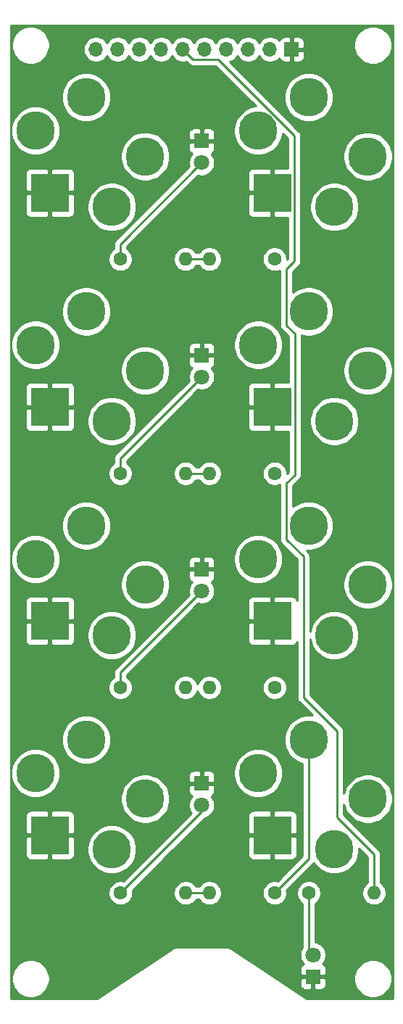
<source format=gbr>
%TF.GenerationSoftware,KiCad,Pcbnew,5.1.9-73d0e3b20d~88~ubuntu20.04.1*%
%TF.CreationDate,2021-03-31T20:48:30-04:00*%
%TF.ProjectId,MCVI,4d435649-2e6b-4696-9361-645f70636258,rev?*%
%TF.SameCoordinates,Original*%
%TF.FileFunction,Copper,L2,Bot*%
%TF.FilePolarity,Positive*%
%FSLAX46Y46*%
G04 Gerber Fmt 4.6, Leading zero omitted, Abs format (unit mm)*
G04 Created by KiCad (PCBNEW 5.1.9-73d0e3b20d~88~ubuntu20.04.1) date 2021-03-31 20:48:30*
%MOMM*%
%LPD*%
G01*
G04 APERTURE LIST*
%TA.AperFunction,ComponentPad*%
%ADD10O,1.600000X1.600000*%
%TD*%
%TA.AperFunction,ComponentPad*%
%ADD11C,1.600000*%
%TD*%
%TA.AperFunction,ComponentPad*%
%ADD12C,1.800000*%
%TD*%
%TA.AperFunction,ComponentPad*%
%ADD13R,1.800000X1.800000*%
%TD*%
%TA.AperFunction,ComponentPad*%
%ADD14C,4.500001*%
%TD*%
%TA.AperFunction,ComponentPad*%
%ADD15C,4.500000*%
%TD*%
%TA.AperFunction,ComponentPad*%
%ADD16R,4.500001X4.500001*%
%TD*%
%TA.AperFunction,ComponentPad*%
%ADD17O,1.700000X1.700000*%
%TD*%
%TA.AperFunction,ComponentPad*%
%ADD18R,1.700000X1.700000*%
%TD*%
%TA.AperFunction,Conductor*%
%ADD19C,0.250000*%
%TD*%
%TA.AperFunction,Conductor*%
%ADD20C,0.254000*%
%TD*%
%TA.AperFunction,Conductor*%
%ADD21C,0.100000*%
%TD*%
G04 APERTURE END LIST*
D10*
%TO.P,R15,2*%
%TO.N,/Panel components/CLOCK_1PQ_C*%
X142880000Y-117000000D03*
D11*
%TO.P,R15,1*%
%TO.N,/Panel components/CLOCK_1PQ*%
X150500000Y-117000000D03*
%TD*%
D12*
%TO.P,D6,2*%
%TO.N,Net-(D6-Pad2)*%
X142000000Y-130740000D03*
D13*
%TO.P,D6,1*%
%TO.N,GND1*%
X142000000Y-128200000D03*
%TD*%
D10*
%TO.P,R10,2*%
%TO.N,/Panel components/MIDI_LED_C*%
X162120000Y-166000000D03*
D11*
%TO.P,R10,1*%
%TO.N,Net-(D4-Pad2)*%
X154500000Y-166000000D03*
%TD*%
D10*
%TO.P,R16,2*%
%TO.N,/Panel components/CLOCK_1PQ_C*%
X140120000Y-117000000D03*
D11*
%TO.P,R16,1*%
%TO.N,Net-(D7-Pad2)*%
X132500000Y-117000000D03*
%TD*%
D10*
%TO.P,R11,2*%
%TO.N,/Panel components/GATE_C*%
X142880000Y-166000000D03*
D11*
%TO.P,R11,1*%
%TO.N,/Panel components/GATE*%
X150500000Y-166000000D03*
%TD*%
D10*
%TO.P,R17,2*%
%TO.N,/Panel components/CLOCK_4PQ_C*%
X142880000Y-92000000D03*
D11*
%TO.P,R17,1*%
%TO.N,/Panel components/CLOCK_4PQ*%
X150500000Y-92000000D03*
%TD*%
D12*
%TO.P,D7,2*%
%TO.N,Net-(D7-Pad2)*%
X142000000Y-105740000D03*
D13*
%TO.P,D7,1*%
%TO.N,GND1*%
X142000000Y-103200000D03*
%TD*%
D14*
%TO.P,J13,RN*%
%TO.N,N/C*%
X157500000Y-160900000D03*
D15*
%TO.P,J13,TN*%
X148600000Y-152000000D03*
D14*
%TO.P,J13,R*%
X161400000Y-155000000D03*
D16*
%TO.P,J13,S*%
%TO.N,GND1*%
X150260000Y-159240000D03*
D15*
%TO.P,J13,T*%
%TO.N,/Panel components/GATE*%
X154500000Y-148100000D03*
%TD*%
D10*
%TO.P,R18,2*%
%TO.N,/Panel components/CLOCK_4PQ_C*%
X140120000Y-92000000D03*
D11*
%TO.P,R18,1*%
%TO.N,Net-(D8-Pad2)*%
X132500000Y-92000000D03*
%TD*%
D10*
%TO.P,R13,2*%
%TO.N,/Panel components/TRIGGER_C*%
X142880000Y-142000000D03*
D11*
%TO.P,R13,1*%
%TO.N,/Panel components/TRIGGER*%
X150500000Y-142000000D03*
%TD*%
D14*
%TO.P,J15,RN*%
%TO.N,N/C*%
X157500000Y-110900000D03*
D15*
%TO.P,J15,TN*%
X148600000Y-102000000D03*
D14*
%TO.P,J15,R*%
X161400000Y-105000000D03*
D16*
%TO.P,J15,S*%
%TO.N,GND1*%
X150260000Y-109240000D03*
D15*
%TO.P,J15,T*%
%TO.N,/Panel components/CLOCK_1PQ*%
X154500000Y-98100000D03*
%TD*%
D14*
%TO.P,J11,RN*%
%TO.N,N/C*%
X131500000Y-135900000D03*
D15*
%TO.P,J11,TN*%
X122600000Y-127000000D03*
D14*
%TO.P,J11,R*%
X135400000Y-130000000D03*
D16*
%TO.P,J11,S*%
%TO.N,GND1*%
X124260000Y-134240000D03*
D15*
%TO.P,J11,T*%
%TO.N,/Panel components/VELOCITY*%
X128500000Y-123100000D03*
%TD*%
D14*
%TO.P,J16,RN*%
%TO.N,N/C*%
X157500000Y-85900000D03*
D15*
%TO.P,J16,TN*%
X148600000Y-77000000D03*
D14*
%TO.P,J16,R*%
X161400000Y-80000000D03*
D16*
%TO.P,J16,S*%
%TO.N,GND1*%
X150260000Y-84240000D03*
D15*
%TO.P,J16,T*%
%TO.N,/Panel components/CLOCK_4PQ*%
X154500000Y-73100000D03*
%TD*%
D14*
%TO.P,J14,RN*%
%TO.N,N/C*%
X157500000Y-135900000D03*
D15*
%TO.P,J14,TN*%
X148600000Y-127000000D03*
D14*
%TO.P,J14,R*%
X161400000Y-130000000D03*
D16*
%TO.P,J14,S*%
%TO.N,GND1*%
X150260000Y-134240000D03*
D15*
%TO.P,J14,T*%
%TO.N,/Panel components/TRIGGER*%
X154500000Y-123100000D03*
%TD*%
D10*
%TO.P,R12,2*%
%TO.N,/Panel components/GATE_C*%
X140140000Y-166000000D03*
D11*
%TO.P,R12,1*%
%TO.N,Net-(D5-Pad2)*%
X132520000Y-166000000D03*
%TD*%
D12*
%TO.P,D8,2*%
%TO.N,Net-(D8-Pad2)*%
X142000000Y-80740000D03*
D13*
%TO.P,D8,1*%
%TO.N,GND1*%
X142000000Y-78200000D03*
%TD*%
D12*
%TO.P,D4,2*%
%TO.N,Net-(D4-Pad2)*%
X155000000Y-173210000D03*
D13*
%TO.P,D4,1*%
%TO.N,GND1*%
X155000000Y-175750000D03*
%TD*%
D12*
%TO.P,D5,2*%
%TO.N,Net-(D5-Pad2)*%
X142000000Y-155740000D03*
D13*
%TO.P,D5,1*%
%TO.N,GND1*%
X142000000Y-153200000D03*
%TD*%
D14*
%TO.P,J12,RN*%
%TO.N,N/C*%
X131500000Y-110900000D03*
D15*
%TO.P,J12,TN*%
X122600000Y-102000000D03*
D14*
%TO.P,J12,R*%
X135400000Y-105000000D03*
D16*
%TO.P,J12,S*%
%TO.N,GND1*%
X124260000Y-109240000D03*
D15*
%TO.P,J12,T*%
%TO.N,/Panel components/NOTE*%
X128500000Y-98100000D03*
%TD*%
D14*
%TO.P,J9,RN*%
%TO.N,N/C*%
X131500000Y-85900000D03*
D15*
%TO.P,J9,TN*%
X122600000Y-77000000D03*
D14*
%TO.P,J9,R*%
X135400000Y-80000000D03*
D16*
%TO.P,J9,S*%
%TO.N,GND1*%
X124260000Y-84240000D03*
D15*
%TO.P,J9,T*%
%TO.N,/Panel components/PITCH_BEND*%
X128500000Y-73100000D03*
%TD*%
D14*
%TO.P,J10,RN*%
%TO.N,N/C*%
X131500000Y-160900000D03*
D15*
%TO.P,J10,TN*%
X122600000Y-152000000D03*
D14*
%TO.P,J10,R*%
X135400000Y-155000000D03*
D16*
%TO.P,J10,S*%
%TO.N,GND1*%
X124260000Y-159240000D03*
D15*
%TO.P,J10,T*%
%TO.N,/Panel components/CONTROL*%
X128500000Y-148100000D03*
%TD*%
D10*
%TO.P,R14,2*%
%TO.N,/Panel components/TRIGGER_C*%
X140120000Y-142000000D03*
D11*
%TO.P,R14,1*%
%TO.N,Net-(D6-Pad2)*%
X132500000Y-142000000D03*
%TD*%
D17*
%TO.P,J8,10*%
%TO.N,/Panel components/PITCH_BEND*%
X129640000Y-67500000D03*
%TO.P,J8,9*%
%TO.N,/Panel components/CONTROL*%
X132180000Y-67500000D03*
%TO.P,J8,8*%
%TO.N,/Panel components/VELOCITY*%
X134720000Y-67500000D03*
%TO.P,J8,7*%
%TO.N,/Panel components/NOTE*%
X137260000Y-67500000D03*
%TO.P,J8,6*%
%TO.N,/Panel components/MIDI_LED_C*%
X139800000Y-67500000D03*
%TO.P,J8,5*%
%TO.N,/Panel components/GATE_C*%
X142340000Y-67500000D03*
%TO.P,J8,4*%
%TO.N,/Panel components/TRIGGER_C*%
X144880000Y-67500000D03*
%TO.P,J8,3*%
%TO.N,/Panel components/CLOCK_1PQ_C*%
X147420000Y-67500000D03*
%TO.P,J8,2*%
%TO.N,/Panel components/CLOCK_4PQ_C*%
X149960000Y-67500000D03*
D18*
%TO.P,J8,1*%
%TO.N,GND1*%
X152500000Y-67500000D03*
%TD*%
D19*
%TO.N,Net-(D5-Pad2)*%
X142000000Y-156520000D02*
X132520000Y-166000000D01*
X142000000Y-155740000D02*
X142000000Y-156520000D01*
%TO.N,Net-(D6-Pad2)*%
X132500000Y-140240000D02*
X132500000Y-142000000D01*
X142000000Y-130740000D02*
X132500000Y-140240000D01*
%TO.N,Net-(D7-Pad2)*%
X132500000Y-115240000D02*
X132500000Y-117000000D01*
X142000000Y-105740000D02*
X132500000Y-115240000D01*
%TO.N,Net-(D8-Pad2)*%
X132500000Y-90240000D02*
X132500000Y-92000000D01*
X142000000Y-80740000D02*
X132500000Y-90240000D01*
%TO.N,/Panel components/GATE*%
X154500000Y-162000000D02*
X150500000Y-166000000D01*
X154500000Y-148100000D02*
X154500000Y-162000000D01*
%TO.N,Net-(D4-Pad2)*%
X155000000Y-173210000D02*
X154500000Y-172710000D01*
X154500000Y-172710000D02*
X154500000Y-166000000D01*
%TO.N,/Panel components/MIDI_LED_C*%
X151901600Y-118148400D02*
X151901600Y-124741600D01*
X152888100Y-100728100D02*
X152888100Y-117161900D01*
X157817600Y-147089800D02*
X157817600Y-157161800D01*
X157817600Y-157161800D02*
X162120000Y-161464200D01*
X151901600Y-99741600D02*
X152888100Y-100728100D01*
X151901600Y-93148400D02*
X151901600Y-99741600D01*
X153880000Y-143152200D02*
X157817600Y-147089800D01*
X153880000Y-126720000D02*
X153880000Y-143152200D01*
X162120000Y-161464200D02*
X162120000Y-166000000D01*
X151901600Y-124741600D02*
X153880000Y-126720000D01*
X152888100Y-117161900D02*
X151901600Y-118148400D01*
X139800000Y-67500000D02*
X140975300Y-68675300D01*
X152837800Y-92212200D02*
X151901600Y-93148400D01*
X152837800Y-77595600D02*
X152837800Y-92212200D01*
X143917500Y-68675300D02*
X152837800Y-77595600D01*
X140975300Y-68675300D02*
X143917500Y-68675300D01*
%TO.N,/Panel components/CLOCK_4PQ_C*%
X140120000Y-92000000D02*
X142880000Y-92000000D01*
%TO.N,/Panel components/CLOCK_1PQ_C*%
X142880000Y-117000000D02*
X140120000Y-117000000D01*
%TO.N,/Panel components/GATE_C*%
X140140000Y-166000000D02*
X142880000Y-166000000D01*
%TD*%
D20*
%TO.N,GND1*%
X164315001Y-178315000D02*
X154207401Y-178315000D01*
X151709901Y-176650000D01*
X153461928Y-176650000D01*
X153474188Y-176774482D01*
X153510498Y-176894180D01*
X153569463Y-177004494D01*
X153648815Y-177101185D01*
X153745506Y-177180537D01*
X153855820Y-177239502D01*
X153975518Y-177275812D01*
X154100000Y-177288072D01*
X154714250Y-177285000D01*
X154873000Y-177126250D01*
X154873000Y-175877000D01*
X155127000Y-175877000D01*
X155127000Y-177126250D01*
X155285750Y-177285000D01*
X155900000Y-177288072D01*
X156024482Y-177275812D01*
X156144180Y-177239502D01*
X156254494Y-177180537D01*
X156351185Y-177101185D01*
X156430537Y-177004494D01*
X156489502Y-176894180D01*
X156525812Y-176774482D01*
X156538072Y-176650000D01*
X156535000Y-176035750D01*
X156376250Y-175877000D01*
X155127000Y-175877000D01*
X154873000Y-175877000D01*
X153623750Y-175877000D01*
X153465000Y-176035750D01*
X153461928Y-176650000D01*
X151709901Y-176650000D01*
X150404709Y-175779872D01*
X159765000Y-175779872D01*
X159765000Y-176220128D01*
X159850890Y-176651925D01*
X160019369Y-177058669D01*
X160263962Y-177424729D01*
X160575271Y-177736038D01*
X160941331Y-177980631D01*
X161348075Y-178149110D01*
X161779872Y-178235000D01*
X162220128Y-178235000D01*
X162651925Y-178149110D01*
X163058669Y-177980631D01*
X163424729Y-177736038D01*
X163736038Y-177424729D01*
X163980631Y-177058669D01*
X164149110Y-176651925D01*
X164235000Y-176220128D01*
X164235000Y-175779872D01*
X164149110Y-175348075D01*
X163980631Y-174941331D01*
X163736038Y-174575271D01*
X163424729Y-174263962D01*
X163058669Y-174019369D01*
X162651925Y-173850890D01*
X162220128Y-173765000D01*
X161779872Y-173765000D01*
X161348075Y-173850890D01*
X160941331Y-174019369D01*
X160575271Y-174263962D01*
X160263962Y-174575271D01*
X160019369Y-174941331D01*
X159850890Y-175348075D01*
X159765000Y-175779872D01*
X150404709Y-175779872D01*
X145408269Y-172448913D01*
X145382407Y-172427688D01*
X145352266Y-172411578D01*
X145351973Y-172411382D01*
X145323191Y-172396036D01*
X145263406Y-172364081D01*
X145263055Y-172363975D01*
X145262741Y-172363807D01*
X145199424Y-172344672D01*
X145134283Y-172324912D01*
X145133918Y-172324876D01*
X145133577Y-172324773D01*
X145067599Y-172318344D01*
X145033647Y-172315000D01*
X145033280Y-172315000D01*
X144999280Y-172311687D01*
X144966002Y-172315000D01*
X139033998Y-172315000D01*
X139000720Y-172311687D01*
X138966717Y-172315000D01*
X138966353Y-172315000D01*
X138932927Y-172318292D01*
X138866422Y-172324772D01*
X138866076Y-172324877D01*
X138865717Y-172324912D01*
X138801717Y-172344326D01*
X138737258Y-172363806D01*
X138736938Y-172363977D01*
X138736594Y-172364081D01*
X138677450Y-172395694D01*
X138648026Y-172411382D01*
X138647729Y-172411580D01*
X138617593Y-172427688D01*
X138591735Y-172448909D01*
X129792600Y-178315000D01*
X119685000Y-178315000D01*
X119685000Y-175779872D01*
X119765000Y-175779872D01*
X119765000Y-176220128D01*
X119850890Y-176651925D01*
X120019369Y-177058669D01*
X120263962Y-177424729D01*
X120575271Y-177736038D01*
X120941331Y-177980631D01*
X121348075Y-178149110D01*
X121779872Y-178235000D01*
X122220128Y-178235000D01*
X122651925Y-178149110D01*
X123058669Y-177980631D01*
X123424729Y-177736038D01*
X123736038Y-177424729D01*
X123980631Y-177058669D01*
X124149110Y-176651925D01*
X124235000Y-176220128D01*
X124235000Y-175779872D01*
X124149110Y-175348075D01*
X123980631Y-174941331D01*
X123736038Y-174575271D01*
X123424729Y-174263962D01*
X123058669Y-174019369D01*
X122651925Y-173850890D01*
X122220128Y-173765000D01*
X121779872Y-173765000D01*
X121348075Y-173850890D01*
X120941331Y-174019369D01*
X120575271Y-174263962D01*
X120263962Y-174575271D01*
X120019369Y-174941331D01*
X119850890Y-175348075D01*
X119765000Y-175779872D01*
X119685000Y-175779872D01*
X119685000Y-165858665D01*
X131085000Y-165858665D01*
X131085000Y-166141335D01*
X131140147Y-166418574D01*
X131248320Y-166679727D01*
X131405363Y-166914759D01*
X131605241Y-167114637D01*
X131840273Y-167271680D01*
X132101426Y-167379853D01*
X132378665Y-167435000D01*
X132661335Y-167435000D01*
X132938574Y-167379853D01*
X133199727Y-167271680D01*
X133434759Y-167114637D01*
X133634637Y-166914759D01*
X133791680Y-166679727D01*
X133899853Y-166418574D01*
X133955000Y-166141335D01*
X133955000Y-165858665D01*
X138705000Y-165858665D01*
X138705000Y-166141335D01*
X138760147Y-166418574D01*
X138868320Y-166679727D01*
X139025363Y-166914759D01*
X139225241Y-167114637D01*
X139460273Y-167271680D01*
X139721426Y-167379853D01*
X139998665Y-167435000D01*
X140281335Y-167435000D01*
X140558574Y-167379853D01*
X140819727Y-167271680D01*
X141054759Y-167114637D01*
X141254637Y-166914759D01*
X141358043Y-166760000D01*
X141661957Y-166760000D01*
X141765363Y-166914759D01*
X141965241Y-167114637D01*
X142200273Y-167271680D01*
X142461426Y-167379853D01*
X142738665Y-167435000D01*
X143021335Y-167435000D01*
X143298574Y-167379853D01*
X143559727Y-167271680D01*
X143794759Y-167114637D01*
X143994637Y-166914759D01*
X144151680Y-166679727D01*
X144259853Y-166418574D01*
X144315000Y-166141335D01*
X144315000Y-165858665D01*
X144259853Y-165581426D01*
X144151680Y-165320273D01*
X143994637Y-165085241D01*
X143794759Y-164885363D01*
X143559727Y-164728320D01*
X143298574Y-164620147D01*
X143021335Y-164565000D01*
X142738665Y-164565000D01*
X142461426Y-164620147D01*
X142200273Y-164728320D01*
X141965241Y-164885363D01*
X141765363Y-165085241D01*
X141661957Y-165240000D01*
X141358043Y-165240000D01*
X141254637Y-165085241D01*
X141054759Y-164885363D01*
X140819727Y-164728320D01*
X140558574Y-164620147D01*
X140281335Y-164565000D01*
X139998665Y-164565000D01*
X139721426Y-164620147D01*
X139460273Y-164728320D01*
X139225241Y-164885363D01*
X139025363Y-165085241D01*
X138868320Y-165320273D01*
X138760147Y-165581426D01*
X138705000Y-165858665D01*
X133955000Y-165858665D01*
X133918688Y-165676113D01*
X138104801Y-161490000D01*
X147371928Y-161490000D01*
X147384188Y-161614482D01*
X147420498Y-161734180D01*
X147479463Y-161844494D01*
X147558815Y-161941185D01*
X147655506Y-162020537D01*
X147765820Y-162079502D01*
X147885518Y-162115812D01*
X148010000Y-162128072D01*
X149974250Y-162125000D01*
X150133000Y-161966250D01*
X150133000Y-159367000D01*
X150387000Y-159367000D01*
X150387000Y-161966250D01*
X150545750Y-162125000D01*
X152510000Y-162128072D01*
X152634482Y-162115812D01*
X152754180Y-162079502D01*
X152864494Y-162020537D01*
X152961185Y-161941185D01*
X153040537Y-161844494D01*
X153099502Y-161734180D01*
X153135812Y-161614482D01*
X153148072Y-161490000D01*
X153145000Y-159525750D01*
X152986250Y-159367000D01*
X150387000Y-159367000D01*
X150133000Y-159367000D01*
X147533750Y-159367000D01*
X147375000Y-159525750D01*
X147371928Y-161490000D01*
X138104801Y-161490000D01*
X142361670Y-157233132D01*
X142447743Y-157216011D01*
X142727095Y-157100299D01*
X142892168Y-156990000D01*
X147371928Y-156990000D01*
X147375000Y-158954250D01*
X147533750Y-159113000D01*
X150133000Y-159113000D01*
X150133000Y-156513750D01*
X150387000Y-156513750D01*
X150387000Y-159113000D01*
X152986250Y-159113000D01*
X153145000Y-158954250D01*
X153148072Y-156990000D01*
X153135812Y-156865518D01*
X153099502Y-156745820D01*
X153040537Y-156635506D01*
X152961185Y-156538815D01*
X152864494Y-156459463D01*
X152754180Y-156400498D01*
X152634482Y-156364188D01*
X152510000Y-156351928D01*
X150545750Y-156355000D01*
X150387000Y-156513750D01*
X150133000Y-156513750D01*
X149974250Y-156355000D01*
X148010000Y-156351928D01*
X147885518Y-156364188D01*
X147765820Y-156400498D01*
X147655506Y-156459463D01*
X147558815Y-156538815D01*
X147479463Y-156635506D01*
X147420498Y-156745820D01*
X147384188Y-156865518D01*
X147371928Y-156990000D01*
X142892168Y-156990000D01*
X142978505Y-156932312D01*
X143192312Y-156718505D01*
X143360299Y-156467095D01*
X143476011Y-156187743D01*
X143535000Y-155891184D01*
X143535000Y-155588816D01*
X143476011Y-155292257D01*
X143360299Y-155012905D01*
X143192312Y-154761495D01*
X143125873Y-154695056D01*
X143144180Y-154689502D01*
X143254494Y-154630537D01*
X143351185Y-154551185D01*
X143430537Y-154454494D01*
X143489502Y-154344180D01*
X143525812Y-154224482D01*
X143538072Y-154100000D01*
X143535000Y-153485750D01*
X143376250Y-153327000D01*
X142127000Y-153327000D01*
X142127000Y-153347000D01*
X141873000Y-153347000D01*
X141873000Y-153327000D01*
X140623750Y-153327000D01*
X140465000Y-153485750D01*
X140461928Y-154100000D01*
X140474188Y-154224482D01*
X140510498Y-154344180D01*
X140569463Y-154454494D01*
X140648815Y-154551185D01*
X140745506Y-154630537D01*
X140855820Y-154689502D01*
X140874127Y-154695056D01*
X140807688Y-154761495D01*
X140639701Y-155012905D01*
X140523989Y-155292257D01*
X140465000Y-155588816D01*
X140465000Y-155891184D01*
X140523989Y-156187743D01*
X140639701Y-156467095D01*
X140775246Y-156669952D01*
X132843887Y-164601312D01*
X132661335Y-164565000D01*
X132378665Y-164565000D01*
X132101426Y-164620147D01*
X131840273Y-164728320D01*
X131605241Y-164885363D01*
X131405363Y-165085241D01*
X131248320Y-165320273D01*
X131140147Y-165581426D01*
X131085000Y-165858665D01*
X119685000Y-165858665D01*
X119685000Y-161490000D01*
X121371928Y-161490000D01*
X121384188Y-161614482D01*
X121420498Y-161734180D01*
X121479463Y-161844494D01*
X121558815Y-161941185D01*
X121655506Y-162020537D01*
X121765820Y-162079502D01*
X121885518Y-162115812D01*
X122010000Y-162128072D01*
X123974250Y-162125000D01*
X124133000Y-161966250D01*
X124133000Y-159367000D01*
X124387000Y-159367000D01*
X124387000Y-161966250D01*
X124545750Y-162125000D01*
X126510000Y-162128072D01*
X126634482Y-162115812D01*
X126754180Y-162079502D01*
X126864494Y-162020537D01*
X126961185Y-161941185D01*
X127040537Y-161844494D01*
X127099502Y-161734180D01*
X127135812Y-161614482D01*
X127148072Y-161490000D01*
X127146705Y-160615852D01*
X128615000Y-160615852D01*
X128615000Y-161184148D01*
X128725869Y-161741523D01*
X128943346Y-162266560D01*
X129259074Y-162739080D01*
X129660920Y-163140926D01*
X130133440Y-163456654D01*
X130658477Y-163674131D01*
X131215852Y-163785000D01*
X131784148Y-163785000D01*
X132341523Y-163674131D01*
X132866560Y-163456654D01*
X133339080Y-163140926D01*
X133740926Y-162739080D01*
X134056654Y-162266560D01*
X134274131Y-161741523D01*
X134385000Y-161184148D01*
X134385000Y-160615852D01*
X134274131Y-160058477D01*
X134056654Y-159533440D01*
X133740926Y-159060920D01*
X133339080Y-158659074D01*
X132866560Y-158343346D01*
X132341523Y-158125869D01*
X131784148Y-158015000D01*
X131215852Y-158015000D01*
X130658477Y-158125869D01*
X130133440Y-158343346D01*
X129660920Y-158659074D01*
X129259074Y-159060920D01*
X128943346Y-159533440D01*
X128725869Y-160058477D01*
X128615000Y-160615852D01*
X127146705Y-160615852D01*
X127145000Y-159525750D01*
X126986250Y-159367000D01*
X124387000Y-159367000D01*
X124133000Y-159367000D01*
X121533750Y-159367000D01*
X121375000Y-159525750D01*
X121371928Y-161490000D01*
X119685000Y-161490000D01*
X119685000Y-156990000D01*
X121371928Y-156990000D01*
X121375000Y-158954250D01*
X121533750Y-159113000D01*
X124133000Y-159113000D01*
X124133000Y-156513750D01*
X124387000Y-156513750D01*
X124387000Y-159113000D01*
X126986250Y-159113000D01*
X127145000Y-158954250D01*
X127148072Y-156990000D01*
X127135812Y-156865518D01*
X127099502Y-156745820D01*
X127040537Y-156635506D01*
X126961185Y-156538815D01*
X126864494Y-156459463D01*
X126754180Y-156400498D01*
X126634482Y-156364188D01*
X126510000Y-156351928D01*
X124545750Y-156355000D01*
X124387000Y-156513750D01*
X124133000Y-156513750D01*
X123974250Y-156355000D01*
X122010000Y-156351928D01*
X121885518Y-156364188D01*
X121765820Y-156400498D01*
X121655506Y-156459463D01*
X121558815Y-156538815D01*
X121479463Y-156635506D01*
X121420498Y-156745820D01*
X121384188Y-156865518D01*
X121371928Y-156990000D01*
X119685000Y-156990000D01*
X119685000Y-151715852D01*
X119715000Y-151715852D01*
X119715000Y-152284148D01*
X119825869Y-152841523D01*
X120043346Y-153366560D01*
X120359074Y-153839080D01*
X120760920Y-154240926D01*
X121233440Y-154556654D01*
X121758477Y-154774131D01*
X122315852Y-154885000D01*
X122884148Y-154885000D01*
X123441523Y-154774131D01*
X123582221Y-154715852D01*
X132515000Y-154715852D01*
X132515000Y-155284148D01*
X132625869Y-155841523D01*
X132843346Y-156366560D01*
X133159074Y-156839080D01*
X133560920Y-157240926D01*
X134033440Y-157556654D01*
X134558477Y-157774131D01*
X135115852Y-157885000D01*
X135684148Y-157885000D01*
X136241523Y-157774131D01*
X136766560Y-157556654D01*
X137239080Y-157240926D01*
X137640926Y-156839080D01*
X137956654Y-156366560D01*
X138174131Y-155841523D01*
X138285000Y-155284148D01*
X138285000Y-154715852D01*
X138174131Y-154158477D01*
X137956654Y-153633440D01*
X137640926Y-153160920D01*
X137239080Y-152759074D01*
X136766560Y-152443346D01*
X136420492Y-152300000D01*
X140461928Y-152300000D01*
X140465000Y-152914250D01*
X140623750Y-153073000D01*
X141873000Y-153073000D01*
X141873000Y-151823750D01*
X142127000Y-151823750D01*
X142127000Y-153073000D01*
X143376250Y-153073000D01*
X143535000Y-152914250D01*
X143538072Y-152300000D01*
X143525812Y-152175518D01*
X143489502Y-152055820D01*
X143430537Y-151945506D01*
X143351185Y-151848815D01*
X143254494Y-151769463D01*
X143154197Y-151715852D01*
X145715000Y-151715852D01*
X145715000Y-152284148D01*
X145825869Y-152841523D01*
X146043346Y-153366560D01*
X146359074Y-153839080D01*
X146760920Y-154240926D01*
X147233440Y-154556654D01*
X147758477Y-154774131D01*
X148315852Y-154885000D01*
X148884148Y-154885000D01*
X149441523Y-154774131D01*
X149966560Y-154556654D01*
X150439080Y-154240926D01*
X150840926Y-153839080D01*
X151156654Y-153366560D01*
X151374131Y-152841523D01*
X151485000Y-152284148D01*
X151485000Y-151715852D01*
X151374131Y-151158477D01*
X151156654Y-150633440D01*
X150840926Y-150160920D01*
X150439080Y-149759074D01*
X149966560Y-149443346D01*
X149441523Y-149225869D01*
X148884148Y-149115000D01*
X148315852Y-149115000D01*
X147758477Y-149225869D01*
X147233440Y-149443346D01*
X146760920Y-149759074D01*
X146359074Y-150160920D01*
X146043346Y-150633440D01*
X145825869Y-151158477D01*
X145715000Y-151715852D01*
X143154197Y-151715852D01*
X143144180Y-151710498D01*
X143024482Y-151674188D01*
X142900000Y-151661928D01*
X142285750Y-151665000D01*
X142127000Y-151823750D01*
X141873000Y-151823750D01*
X141714250Y-151665000D01*
X141100000Y-151661928D01*
X140975518Y-151674188D01*
X140855820Y-151710498D01*
X140745506Y-151769463D01*
X140648815Y-151848815D01*
X140569463Y-151945506D01*
X140510498Y-152055820D01*
X140474188Y-152175518D01*
X140461928Y-152300000D01*
X136420492Y-152300000D01*
X136241523Y-152225869D01*
X135684148Y-152115000D01*
X135115852Y-152115000D01*
X134558477Y-152225869D01*
X134033440Y-152443346D01*
X133560920Y-152759074D01*
X133159074Y-153160920D01*
X132843346Y-153633440D01*
X132625869Y-154158477D01*
X132515000Y-154715852D01*
X123582221Y-154715852D01*
X123966560Y-154556654D01*
X124439080Y-154240926D01*
X124840926Y-153839080D01*
X125156654Y-153366560D01*
X125374131Y-152841523D01*
X125485000Y-152284148D01*
X125485000Y-151715852D01*
X125374131Y-151158477D01*
X125156654Y-150633440D01*
X124840926Y-150160920D01*
X124439080Y-149759074D01*
X123966560Y-149443346D01*
X123441523Y-149225869D01*
X122884148Y-149115000D01*
X122315852Y-149115000D01*
X121758477Y-149225869D01*
X121233440Y-149443346D01*
X120760920Y-149759074D01*
X120359074Y-150160920D01*
X120043346Y-150633440D01*
X119825869Y-151158477D01*
X119715000Y-151715852D01*
X119685000Y-151715852D01*
X119685000Y-147815852D01*
X125615000Y-147815852D01*
X125615000Y-148384148D01*
X125725869Y-148941523D01*
X125943346Y-149466560D01*
X126259074Y-149939080D01*
X126660920Y-150340926D01*
X127133440Y-150656654D01*
X127658477Y-150874131D01*
X128215852Y-150985000D01*
X128784148Y-150985000D01*
X129341523Y-150874131D01*
X129866560Y-150656654D01*
X130339080Y-150340926D01*
X130740926Y-149939080D01*
X131056654Y-149466560D01*
X131274131Y-148941523D01*
X131385000Y-148384148D01*
X131385000Y-147815852D01*
X131274131Y-147258477D01*
X131056654Y-146733440D01*
X130740926Y-146260920D01*
X130339080Y-145859074D01*
X129866560Y-145543346D01*
X129341523Y-145325869D01*
X128784148Y-145215000D01*
X128215852Y-145215000D01*
X127658477Y-145325869D01*
X127133440Y-145543346D01*
X126660920Y-145859074D01*
X126259074Y-146260920D01*
X125943346Y-146733440D01*
X125725869Y-147258477D01*
X125615000Y-147815852D01*
X119685000Y-147815852D01*
X119685000Y-141858665D01*
X131065000Y-141858665D01*
X131065000Y-142141335D01*
X131120147Y-142418574D01*
X131228320Y-142679727D01*
X131385363Y-142914759D01*
X131585241Y-143114637D01*
X131820273Y-143271680D01*
X132081426Y-143379853D01*
X132358665Y-143435000D01*
X132641335Y-143435000D01*
X132918574Y-143379853D01*
X133179727Y-143271680D01*
X133414759Y-143114637D01*
X133614637Y-142914759D01*
X133771680Y-142679727D01*
X133879853Y-142418574D01*
X133935000Y-142141335D01*
X133935000Y-141858665D01*
X138685000Y-141858665D01*
X138685000Y-142141335D01*
X138740147Y-142418574D01*
X138848320Y-142679727D01*
X139005363Y-142914759D01*
X139205241Y-143114637D01*
X139440273Y-143271680D01*
X139701426Y-143379853D01*
X139978665Y-143435000D01*
X140261335Y-143435000D01*
X140538574Y-143379853D01*
X140799727Y-143271680D01*
X141034759Y-143114637D01*
X141234637Y-142914759D01*
X141391680Y-142679727D01*
X141499853Y-142418574D01*
X141500000Y-142417835D01*
X141500147Y-142418574D01*
X141608320Y-142679727D01*
X141765363Y-142914759D01*
X141965241Y-143114637D01*
X142200273Y-143271680D01*
X142461426Y-143379853D01*
X142738665Y-143435000D01*
X143021335Y-143435000D01*
X143298574Y-143379853D01*
X143559727Y-143271680D01*
X143794759Y-143114637D01*
X143994637Y-142914759D01*
X144151680Y-142679727D01*
X144259853Y-142418574D01*
X144315000Y-142141335D01*
X144315000Y-141858665D01*
X149065000Y-141858665D01*
X149065000Y-142141335D01*
X149120147Y-142418574D01*
X149228320Y-142679727D01*
X149385363Y-142914759D01*
X149585241Y-143114637D01*
X149820273Y-143271680D01*
X150081426Y-143379853D01*
X150358665Y-143435000D01*
X150641335Y-143435000D01*
X150918574Y-143379853D01*
X151179727Y-143271680D01*
X151414759Y-143114637D01*
X151614637Y-142914759D01*
X151771680Y-142679727D01*
X151879853Y-142418574D01*
X151935000Y-142141335D01*
X151935000Y-141858665D01*
X151879853Y-141581426D01*
X151771680Y-141320273D01*
X151614637Y-141085241D01*
X151414759Y-140885363D01*
X151179727Y-140728320D01*
X150918574Y-140620147D01*
X150641335Y-140565000D01*
X150358665Y-140565000D01*
X150081426Y-140620147D01*
X149820273Y-140728320D01*
X149585241Y-140885363D01*
X149385363Y-141085241D01*
X149228320Y-141320273D01*
X149120147Y-141581426D01*
X149065000Y-141858665D01*
X144315000Y-141858665D01*
X144259853Y-141581426D01*
X144151680Y-141320273D01*
X143994637Y-141085241D01*
X143794759Y-140885363D01*
X143559727Y-140728320D01*
X143298574Y-140620147D01*
X143021335Y-140565000D01*
X142738665Y-140565000D01*
X142461426Y-140620147D01*
X142200273Y-140728320D01*
X141965241Y-140885363D01*
X141765363Y-141085241D01*
X141608320Y-141320273D01*
X141500147Y-141581426D01*
X141500000Y-141582165D01*
X141499853Y-141581426D01*
X141391680Y-141320273D01*
X141234637Y-141085241D01*
X141034759Y-140885363D01*
X140799727Y-140728320D01*
X140538574Y-140620147D01*
X140261335Y-140565000D01*
X139978665Y-140565000D01*
X139701426Y-140620147D01*
X139440273Y-140728320D01*
X139205241Y-140885363D01*
X139005363Y-141085241D01*
X138848320Y-141320273D01*
X138740147Y-141581426D01*
X138685000Y-141858665D01*
X133935000Y-141858665D01*
X133879853Y-141581426D01*
X133771680Y-141320273D01*
X133614637Y-141085241D01*
X133414759Y-140885363D01*
X133260000Y-140781957D01*
X133260000Y-140554801D01*
X137324801Y-136490000D01*
X147371928Y-136490000D01*
X147384188Y-136614482D01*
X147420498Y-136734180D01*
X147479463Y-136844494D01*
X147558815Y-136941185D01*
X147655506Y-137020537D01*
X147765820Y-137079502D01*
X147885518Y-137115812D01*
X148010000Y-137128072D01*
X149974250Y-137125000D01*
X150133000Y-136966250D01*
X150133000Y-134367000D01*
X147533750Y-134367000D01*
X147375000Y-134525750D01*
X147371928Y-136490000D01*
X137324801Y-136490000D01*
X141591070Y-132223731D01*
X141848816Y-132275000D01*
X142151184Y-132275000D01*
X142447743Y-132216011D01*
X142727095Y-132100299D01*
X142892168Y-131990000D01*
X147371928Y-131990000D01*
X147375000Y-133954250D01*
X147533750Y-134113000D01*
X150133000Y-134113000D01*
X150133000Y-131513750D01*
X149974250Y-131355000D01*
X148010000Y-131351928D01*
X147885518Y-131364188D01*
X147765820Y-131400498D01*
X147655506Y-131459463D01*
X147558815Y-131538815D01*
X147479463Y-131635506D01*
X147420498Y-131745820D01*
X147384188Y-131865518D01*
X147371928Y-131990000D01*
X142892168Y-131990000D01*
X142978505Y-131932312D01*
X143192312Y-131718505D01*
X143360299Y-131467095D01*
X143476011Y-131187743D01*
X143535000Y-130891184D01*
X143535000Y-130588816D01*
X143476011Y-130292257D01*
X143360299Y-130012905D01*
X143192312Y-129761495D01*
X143125873Y-129695056D01*
X143144180Y-129689502D01*
X143254494Y-129630537D01*
X143351185Y-129551185D01*
X143430537Y-129454494D01*
X143489502Y-129344180D01*
X143525812Y-129224482D01*
X143538072Y-129100000D01*
X143535000Y-128485750D01*
X143376250Y-128327000D01*
X142127000Y-128327000D01*
X142127000Y-128347000D01*
X141873000Y-128347000D01*
X141873000Y-128327000D01*
X140623750Y-128327000D01*
X140465000Y-128485750D01*
X140461928Y-129100000D01*
X140474188Y-129224482D01*
X140510498Y-129344180D01*
X140569463Y-129454494D01*
X140648815Y-129551185D01*
X140745506Y-129630537D01*
X140855820Y-129689502D01*
X140874127Y-129695056D01*
X140807688Y-129761495D01*
X140639701Y-130012905D01*
X140523989Y-130292257D01*
X140465000Y-130588816D01*
X140465000Y-130891184D01*
X140516269Y-131148930D01*
X131989003Y-139676196D01*
X131959999Y-139699999D01*
X131904871Y-139767174D01*
X131865026Y-139815724D01*
X131794455Y-139947753D01*
X131794454Y-139947754D01*
X131750997Y-140091015D01*
X131740000Y-140202668D01*
X131740000Y-140202678D01*
X131736324Y-140240000D01*
X131740000Y-140277323D01*
X131740000Y-140781956D01*
X131585241Y-140885363D01*
X131385363Y-141085241D01*
X131228320Y-141320273D01*
X131120147Y-141581426D01*
X131065000Y-141858665D01*
X119685000Y-141858665D01*
X119685000Y-136490000D01*
X121371928Y-136490000D01*
X121384188Y-136614482D01*
X121420498Y-136734180D01*
X121479463Y-136844494D01*
X121558815Y-136941185D01*
X121655506Y-137020537D01*
X121765820Y-137079502D01*
X121885518Y-137115812D01*
X122010000Y-137128072D01*
X123974250Y-137125000D01*
X124133000Y-136966250D01*
X124133000Y-134367000D01*
X124387000Y-134367000D01*
X124387000Y-136966250D01*
X124545750Y-137125000D01*
X126510000Y-137128072D01*
X126634482Y-137115812D01*
X126754180Y-137079502D01*
X126864494Y-137020537D01*
X126961185Y-136941185D01*
X127040537Y-136844494D01*
X127099502Y-136734180D01*
X127135812Y-136614482D01*
X127148072Y-136490000D01*
X127146705Y-135615852D01*
X128615000Y-135615852D01*
X128615000Y-136184148D01*
X128725869Y-136741523D01*
X128943346Y-137266560D01*
X129259074Y-137739080D01*
X129660920Y-138140926D01*
X130133440Y-138456654D01*
X130658477Y-138674131D01*
X131215852Y-138785000D01*
X131784148Y-138785000D01*
X132341523Y-138674131D01*
X132866560Y-138456654D01*
X133339080Y-138140926D01*
X133740926Y-137739080D01*
X134056654Y-137266560D01*
X134274131Y-136741523D01*
X134385000Y-136184148D01*
X134385000Y-135615852D01*
X134274131Y-135058477D01*
X134056654Y-134533440D01*
X133740926Y-134060920D01*
X133339080Y-133659074D01*
X132866560Y-133343346D01*
X132341523Y-133125869D01*
X131784148Y-133015000D01*
X131215852Y-133015000D01*
X130658477Y-133125869D01*
X130133440Y-133343346D01*
X129660920Y-133659074D01*
X129259074Y-134060920D01*
X128943346Y-134533440D01*
X128725869Y-135058477D01*
X128615000Y-135615852D01*
X127146705Y-135615852D01*
X127145000Y-134525750D01*
X126986250Y-134367000D01*
X124387000Y-134367000D01*
X124133000Y-134367000D01*
X121533750Y-134367000D01*
X121375000Y-134525750D01*
X121371928Y-136490000D01*
X119685000Y-136490000D01*
X119685000Y-131990000D01*
X121371928Y-131990000D01*
X121375000Y-133954250D01*
X121533750Y-134113000D01*
X124133000Y-134113000D01*
X124133000Y-131513750D01*
X124387000Y-131513750D01*
X124387000Y-134113000D01*
X126986250Y-134113000D01*
X127145000Y-133954250D01*
X127148072Y-131990000D01*
X127135812Y-131865518D01*
X127099502Y-131745820D01*
X127040537Y-131635506D01*
X126961185Y-131538815D01*
X126864494Y-131459463D01*
X126754180Y-131400498D01*
X126634482Y-131364188D01*
X126510000Y-131351928D01*
X124545750Y-131355000D01*
X124387000Y-131513750D01*
X124133000Y-131513750D01*
X123974250Y-131355000D01*
X122010000Y-131351928D01*
X121885518Y-131364188D01*
X121765820Y-131400498D01*
X121655506Y-131459463D01*
X121558815Y-131538815D01*
X121479463Y-131635506D01*
X121420498Y-131745820D01*
X121384188Y-131865518D01*
X121371928Y-131990000D01*
X119685000Y-131990000D01*
X119685000Y-126715852D01*
X119715000Y-126715852D01*
X119715000Y-127284148D01*
X119825869Y-127841523D01*
X120043346Y-128366560D01*
X120359074Y-128839080D01*
X120760920Y-129240926D01*
X121233440Y-129556654D01*
X121758477Y-129774131D01*
X122315852Y-129885000D01*
X122884148Y-129885000D01*
X123441523Y-129774131D01*
X123582221Y-129715852D01*
X132515000Y-129715852D01*
X132515000Y-130284148D01*
X132625869Y-130841523D01*
X132843346Y-131366560D01*
X133159074Y-131839080D01*
X133560920Y-132240926D01*
X134033440Y-132556654D01*
X134558477Y-132774131D01*
X135115852Y-132885000D01*
X135684148Y-132885000D01*
X136241523Y-132774131D01*
X136766560Y-132556654D01*
X137239080Y-132240926D01*
X137640926Y-131839080D01*
X137956654Y-131366560D01*
X138174131Y-130841523D01*
X138285000Y-130284148D01*
X138285000Y-129715852D01*
X138174131Y-129158477D01*
X137956654Y-128633440D01*
X137640926Y-128160920D01*
X137239080Y-127759074D01*
X136766560Y-127443346D01*
X136420492Y-127300000D01*
X140461928Y-127300000D01*
X140465000Y-127914250D01*
X140623750Y-128073000D01*
X141873000Y-128073000D01*
X141873000Y-126823750D01*
X142127000Y-126823750D01*
X142127000Y-128073000D01*
X143376250Y-128073000D01*
X143535000Y-127914250D01*
X143538072Y-127300000D01*
X143525812Y-127175518D01*
X143489502Y-127055820D01*
X143430537Y-126945506D01*
X143351185Y-126848815D01*
X143254494Y-126769463D01*
X143154197Y-126715852D01*
X145715000Y-126715852D01*
X145715000Y-127284148D01*
X145825869Y-127841523D01*
X146043346Y-128366560D01*
X146359074Y-128839080D01*
X146760920Y-129240926D01*
X147233440Y-129556654D01*
X147758477Y-129774131D01*
X148315852Y-129885000D01*
X148884148Y-129885000D01*
X149441523Y-129774131D01*
X149966560Y-129556654D01*
X150439080Y-129240926D01*
X150840926Y-128839080D01*
X151156654Y-128366560D01*
X151374131Y-127841523D01*
X151485000Y-127284148D01*
X151485000Y-126715852D01*
X151374131Y-126158477D01*
X151156654Y-125633440D01*
X150840926Y-125160920D01*
X150439080Y-124759074D01*
X149966560Y-124443346D01*
X149441523Y-124225869D01*
X148884148Y-124115000D01*
X148315852Y-124115000D01*
X147758477Y-124225869D01*
X147233440Y-124443346D01*
X146760920Y-124759074D01*
X146359074Y-125160920D01*
X146043346Y-125633440D01*
X145825869Y-126158477D01*
X145715000Y-126715852D01*
X143154197Y-126715852D01*
X143144180Y-126710498D01*
X143024482Y-126674188D01*
X142900000Y-126661928D01*
X142285750Y-126665000D01*
X142127000Y-126823750D01*
X141873000Y-126823750D01*
X141714250Y-126665000D01*
X141100000Y-126661928D01*
X140975518Y-126674188D01*
X140855820Y-126710498D01*
X140745506Y-126769463D01*
X140648815Y-126848815D01*
X140569463Y-126945506D01*
X140510498Y-127055820D01*
X140474188Y-127175518D01*
X140461928Y-127300000D01*
X136420492Y-127300000D01*
X136241523Y-127225869D01*
X135684148Y-127115000D01*
X135115852Y-127115000D01*
X134558477Y-127225869D01*
X134033440Y-127443346D01*
X133560920Y-127759074D01*
X133159074Y-128160920D01*
X132843346Y-128633440D01*
X132625869Y-129158477D01*
X132515000Y-129715852D01*
X123582221Y-129715852D01*
X123966560Y-129556654D01*
X124439080Y-129240926D01*
X124840926Y-128839080D01*
X125156654Y-128366560D01*
X125374131Y-127841523D01*
X125485000Y-127284148D01*
X125485000Y-126715852D01*
X125374131Y-126158477D01*
X125156654Y-125633440D01*
X124840926Y-125160920D01*
X124439080Y-124759074D01*
X123966560Y-124443346D01*
X123441523Y-124225869D01*
X122884148Y-124115000D01*
X122315852Y-124115000D01*
X121758477Y-124225869D01*
X121233440Y-124443346D01*
X120760920Y-124759074D01*
X120359074Y-125160920D01*
X120043346Y-125633440D01*
X119825869Y-126158477D01*
X119715000Y-126715852D01*
X119685000Y-126715852D01*
X119685000Y-122815852D01*
X125615000Y-122815852D01*
X125615000Y-123384148D01*
X125725869Y-123941523D01*
X125943346Y-124466560D01*
X126259074Y-124939080D01*
X126660920Y-125340926D01*
X127133440Y-125656654D01*
X127658477Y-125874131D01*
X128215852Y-125985000D01*
X128784148Y-125985000D01*
X129341523Y-125874131D01*
X129866560Y-125656654D01*
X130339080Y-125340926D01*
X130740926Y-124939080D01*
X131056654Y-124466560D01*
X131274131Y-123941523D01*
X131385000Y-123384148D01*
X131385000Y-122815852D01*
X131274131Y-122258477D01*
X131056654Y-121733440D01*
X130740926Y-121260920D01*
X130339080Y-120859074D01*
X129866560Y-120543346D01*
X129341523Y-120325869D01*
X128784148Y-120215000D01*
X128215852Y-120215000D01*
X127658477Y-120325869D01*
X127133440Y-120543346D01*
X126660920Y-120859074D01*
X126259074Y-121260920D01*
X125943346Y-121733440D01*
X125725869Y-122258477D01*
X125615000Y-122815852D01*
X119685000Y-122815852D01*
X119685000Y-116858665D01*
X131065000Y-116858665D01*
X131065000Y-117141335D01*
X131120147Y-117418574D01*
X131228320Y-117679727D01*
X131385363Y-117914759D01*
X131585241Y-118114637D01*
X131820273Y-118271680D01*
X132081426Y-118379853D01*
X132358665Y-118435000D01*
X132641335Y-118435000D01*
X132918574Y-118379853D01*
X133179727Y-118271680D01*
X133414759Y-118114637D01*
X133614637Y-117914759D01*
X133771680Y-117679727D01*
X133879853Y-117418574D01*
X133935000Y-117141335D01*
X133935000Y-116858665D01*
X138685000Y-116858665D01*
X138685000Y-117141335D01*
X138740147Y-117418574D01*
X138848320Y-117679727D01*
X139005363Y-117914759D01*
X139205241Y-118114637D01*
X139440273Y-118271680D01*
X139701426Y-118379853D01*
X139978665Y-118435000D01*
X140261335Y-118435000D01*
X140538574Y-118379853D01*
X140799727Y-118271680D01*
X141034759Y-118114637D01*
X141234637Y-117914759D01*
X141338043Y-117760000D01*
X141661957Y-117760000D01*
X141765363Y-117914759D01*
X141965241Y-118114637D01*
X142200273Y-118271680D01*
X142461426Y-118379853D01*
X142738665Y-118435000D01*
X143021335Y-118435000D01*
X143298574Y-118379853D01*
X143559727Y-118271680D01*
X143794759Y-118114637D01*
X143994637Y-117914759D01*
X144151680Y-117679727D01*
X144259853Y-117418574D01*
X144315000Y-117141335D01*
X144315000Y-116858665D01*
X144259853Y-116581426D01*
X144151680Y-116320273D01*
X143994637Y-116085241D01*
X143794759Y-115885363D01*
X143559727Y-115728320D01*
X143298574Y-115620147D01*
X143021335Y-115565000D01*
X142738665Y-115565000D01*
X142461426Y-115620147D01*
X142200273Y-115728320D01*
X141965241Y-115885363D01*
X141765363Y-116085241D01*
X141661957Y-116240000D01*
X141338043Y-116240000D01*
X141234637Y-116085241D01*
X141034759Y-115885363D01*
X140799727Y-115728320D01*
X140538574Y-115620147D01*
X140261335Y-115565000D01*
X139978665Y-115565000D01*
X139701426Y-115620147D01*
X139440273Y-115728320D01*
X139205241Y-115885363D01*
X139005363Y-116085241D01*
X138848320Y-116320273D01*
X138740147Y-116581426D01*
X138685000Y-116858665D01*
X133935000Y-116858665D01*
X133879853Y-116581426D01*
X133771680Y-116320273D01*
X133614637Y-116085241D01*
X133414759Y-115885363D01*
X133260000Y-115781957D01*
X133260000Y-115554801D01*
X137324801Y-111490000D01*
X147371928Y-111490000D01*
X147384188Y-111614482D01*
X147420498Y-111734180D01*
X147479463Y-111844494D01*
X147558815Y-111941185D01*
X147655506Y-112020537D01*
X147765820Y-112079502D01*
X147885518Y-112115812D01*
X148010000Y-112128072D01*
X149974250Y-112125000D01*
X150133000Y-111966250D01*
X150133000Y-109367000D01*
X147533750Y-109367000D01*
X147375000Y-109525750D01*
X147371928Y-111490000D01*
X137324801Y-111490000D01*
X141591070Y-107223731D01*
X141848816Y-107275000D01*
X142151184Y-107275000D01*
X142447743Y-107216011D01*
X142727095Y-107100299D01*
X142892168Y-106990000D01*
X147371928Y-106990000D01*
X147375000Y-108954250D01*
X147533750Y-109113000D01*
X150133000Y-109113000D01*
X150133000Y-106513750D01*
X149974250Y-106355000D01*
X148010000Y-106351928D01*
X147885518Y-106364188D01*
X147765820Y-106400498D01*
X147655506Y-106459463D01*
X147558815Y-106538815D01*
X147479463Y-106635506D01*
X147420498Y-106745820D01*
X147384188Y-106865518D01*
X147371928Y-106990000D01*
X142892168Y-106990000D01*
X142978505Y-106932312D01*
X143192312Y-106718505D01*
X143360299Y-106467095D01*
X143476011Y-106187743D01*
X143535000Y-105891184D01*
X143535000Y-105588816D01*
X143476011Y-105292257D01*
X143360299Y-105012905D01*
X143192312Y-104761495D01*
X143125873Y-104695056D01*
X143144180Y-104689502D01*
X143254494Y-104630537D01*
X143351185Y-104551185D01*
X143430537Y-104454494D01*
X143489502Y-104344180D01*
X143525812Y-104224482D01*
X143538072Y-104100000D01*
X143535000Y-103485750D01*
X143376250Y-103327000D01*
X142127000Y-103327000D01*
X142127000Y-103347000D01*
X141873000Y-103347000D01*
X141873000Y-103327000D01*
X140623750Y-103327000D01*
X140465000Y-103485750D01*
X140461928Y-104100000D01*
X140474188Y-104224482D01*
X140510498Y-104344180D01*
X140569463Y-104454494D01*
X140648815Y-104551185D01*
X140745506Y-104630537D01*
X140855820Y-104689502D01*
X140874127Y-104695056D01*
X140807688Y-104761495D01*
X140639701Y-105012905D01*
X140523989Y-105292257D01*
X140465000Y-105588816D01*
X140465000Y-105891184D01*
X140516269Y-106148930D01*
X131989003Y-114676196D01*
X131959999Y-114699999D01*
X131904871Y-114767174D01*
X131865026Y-114815724D01*
X131794455Y-114947753D01*
X131794454Y-114947754D01*
X131750997Y-115091015D01*
X131740000Y-115202668D01*
X131740000Y-115202678D01*
X131736324Y-115240000D01*
X131740000Y-115277323D01*
X131740000Y-115781956D01*
X131585241Y-115885363D01*
X131385363Y-116085241D01*
X131228320Y-116320273D01*
X131120147Y-116581426D01*
X131065000Y-116858665D01*
X119685000Y-116858665D01*
X119685000Y-111490000D01*
X121371928Y-111490000D01*
X121384188Y-111614482D01*
X121420498Y-111734180D01*
X121479463Y-111844494D01*
X121558815Y-111941185D01*
X121655506Y-112020537D01*
X121765820Y-112079502D01*
X121885518Y-112115812D01*
X122010000Y-112128072D01*
X123974250Y-112125000D01*
X124133000Y-111966250D01*
X124133000Y-109367000D01*
X124387000Y-109367000D01*
X124387000Y-111966250D01*
X124545750Y-112125000D01*
X126510000Y-112128072D01*
X126634482Y-112115812D01*
X126754180Y-112079502D01*
X126864494Y-112020537D01*
X126961185Y-111941185D01*
X127040537Y-111844494D01*
X127099502Y-111734180D01*
X127135812Y-111614482D01*
X127148072Y-111490000D01*
X127146705Y-110615852D01*
X128615000Y-110615852D01*
X128615000Y-111184148D01*
X128725869Y-111741523D01*
X128943346Y-112266560D01*
X129259074Y-112739080D01*
X129660920Y-113140926D01*
X130133440Y-113456654D01*
X130658477Y-113674131D01*
X131215852Y-113785000D01*
X131784148Y-113785000D01*
X132341523Y-113674131D01*
X132866560Y-113456654D01*
X133339080Y-113140926D01*
X133740926Y-112739080D01*
X134056654Y-112266560D01*
X134274131Y-111741523D01*
X134385000Y-111184148D01*
X134385000Y-110615852D01*
X134274131Y-110058477D01*
X134056654Y-109533440D01*
X133740926Y-109060920D01*
X133339080Y-108659074D01*
X132866560Y-108343346D01*
X132341523Y-108125869D01*
X131784148Y-108015000D01*
X131215852Y-108015000D01*
X130658477Y-108125869D01*
X130133440Y-108343346D01*
X129660920Y-108659074D01*
X129259074Y-109060920D01*
X128943346Y-109533440D01*
X128725869Y-110058477D01*
X128615000Y-110615852D01*
X127146705Y-110615852D01*
X127145000Y-109525750D01*
X126986250Y-109367000D01*
X124387000Y-109367000D01*
X124133000Y-109367000D01*
X121533750Y-109367000D01*
X121375000Y-109525750D01*
X121371928Y-111490000D01*
X119685000Y-111490000D01*
X119685000Y-106990000D01*
X121371928Y-106990000D01*
X121375000Y-108954250D01*
X121533750Y-109113000D01*
X124133000Y-109113000D01*
X124133000Y-106513750D01*
X124387000Y-106513750D01*
X124387000Y-109113000D01*
X126986250Y-109113000D01*
X127145000Y-108954250D01*
X127148072Y-106990000D01*
X127135812Y-106865518D01*
X127099502Y-106745820D01*
X127040537Y-106635506D01*
X126961185Y-106538815D01*
X126864494Y-106459463D01*
X126754180Y-106400498D01*
X126634482Y-106364188D01*
X126510000Y-106351928D01*
X124545750Y-106355000D01*
X124387000Y-106513750D01*
X124133000Y-106513750D01*
X123974250Y-106355000D01*
X122010000Y-106351928D01*
X121885518Y-106364188D01*
X121765820Y-106400498D01*
X121655506Y-106459463D01*
X121558815Y-106538815D01*
X121479463Y-106635506D01*
X121420498Y-106745820D01*
X121384188Y-106865518D01*
X121371928Y-106990000D01*
X119685000Y-106990000D01*
X119685000Y-101715852D01*
X119715000Y-101715852D01*
X119715000Y-102284148D01*
X119825869Y-102841523D01*
X120043346Y-103366560D01*
X120359074Y-103839080D01*
X120760920Y-104240926D01*
X121233440Y-104556654D01*
X121758477Y-104774131D01*
X122315852Y-104885000D01*
X122884148Y-104885000D01*
X123441523Y-104774131D01*
X123582221Y-104715852D01*
X132515000Y-104715852D01*
X132515000Y-105284148D01*
X132625869Y-105841523D01*
X132843346Y-106366560D01*
X133159074Y-106839080D01*
X133560920Y-107240926D01*
X134033440Y-107556654D01*
X134558477Y-107774131D01*
X135115852Y-107885000D01*
X135684148Y-107885000D01*
X136241523Y-107774131D01*
X136766560Y-107556654D01*
X137239080Y-107240926D01*
X137640926Y-106839080D01*
X137956654Y-106366560D01*
X138174131Y-105841523D01*
X138285000Y-105284148D01*
X138285000Y-104715852D01*
X138174131Y-104158477D01*
X137956654Y-103633440D01*
X137640926Y-103160920D01*
X137239080Y-102759074D01*
X136766560Y-102443346D01*
X136420492Y-102300000D01*
X140461928Y-102300000D01*
X140465000Y-102914250D01*
X140623750Y-103073000D01*
X141873000Y-103073000D01*
X141873000Y-101823750D01*
X142127000Y-101823750D01*
X142127000Y-103073000D01*
X143376250Y-103073000D01*
X143535000Y-102914250D01*
X143538072Y-102300000D01*
X143525812Y-102175518D01*
X143489502Y-102055820D01*
X143430537Y-101945506D01*
X143351185Y-101848815D01*
X143254494Y-101769463D01*
X143154197Y-101715852D01*
X145715000Y-101715852D01*
X145715000Y-102284148D01*
X145825869Y-102841523D01*
X146043346Y-103366560D01*
X146359074Y-103839080D01*
X146760920Y-104240926D01*
X147233440Y-104556654D01*
X147758477Y-104774131D01*
X148315852Y-104885000D01*
X148884148Y-104885000D01*
X149441523Y-104774131D01*
X149966560Y-104556654D01*
X150439080Y-104240926D01*
X150840926Y-103839080D01*
X151156654Y-103366560D01*
X151374131Y-102841523D01*
X151485000Y-102284148D01*
X151485000Y-101715852D01*
X151374131Y-101158477D01*
X151156654Y-100633440D01*
X150840926Y-100160920D01*
X150439080Y-99759074D01*
X149966560Y-99443346D01*
X149441523Y-99225869D01*
X148884148Y-99115000D01*
X148315852Y-99115000D01*
X147758477Y-99225869D01*
X147233440Y-99443346D01*
X146760920Y-99759074D01*
X146359074Y-100160920D01*
X146043346Y-100633440D01*
X145825869Y-101158477D01*
X145715000Y-101715852D01*
X143154197Y-101715852D01*
X143144180Y-101710498D01*
X143024482Y-101674188D01*
X142900000Y-101661928D01*
X142285750Y-101665000D01*
X142127000Y-101823750D01*
X141873000Y-101823750D01*
X141714250Y-101665000D01*
X141100000Y-101661928D01*
X140975518Y-101674188D01*
X140855820Y-101710498D01*
X140745506Y-101769463D01*
X140648815Y-101848815D01*
X140569463Y-101945506D01*
X140510498Y-102055820D01*
X140474188Y-102175518D01*
X140461928Y-102300000D01*
X136420492Y-102300000D01*
X136241523Y-102225869D01*
X135684148Y-102115000D01*
X135115852Y-102115000D01*
X134558477Y-102225869D01*
X134033440Y-102443346D01*
X133560920Y-102759074D01*
X133159074Y-103160920D01*
X132843346Y-103633440D01*
X132625869Y-104158477D01*
X132515000Y-104715852D01*
X123582221Y-104715852D01*
X123966560Y-104556654D01*
X124439080Y-104240926D01*
X124840926Y-103839080D01*
X125156654Y-103366560D01*
X125374131Y-102841523D01*
X125485000Y-102284148D01*
X125485000Y-101715852D01*
X125374131Y-101158477D01*
X125156654Y-100633440D01*
X124840926Y-100160920D01*
X124439080Y-99759074D01*
X123966560Y-99443346D01*
X123441523Y-99225869D01*
X122884148Y-99115000D01*
X122315852Y-99115000D01*
X121758477Y-99225869D01*
X121233440Y-99443346D01*
X120760920Y-99759074D01*
X120359074Y-100160920D01*
X120043346Y-100633440D01*
X119825869Y-101158477D01*
X119715000Y-101715852D01*
X119685000Y-101715852D01*
X119685000Y-97815852D01*
X125615000Y-97815852D01*
X125615000Y-98384148D01*
X125725869Y-98941523D01*
X125943346Y-99466560D01*
X126259074Y-99939080D01*
X126660920Y-100340926D01*
X127133440Y-100656654D01*
X127658477Y-100874131D01*
X128215852Y-100985000D01*
X128784148Y-100985000D01*
X129341523Y-100874131D01*
X129866560Y-100656654D01*
X130339080Y-100340926D01*
X130740926Y-99939080D01*
X131056654Y-99466560D01*
X131274131Y-98941523D01*
X131385000Y-98384148D01*
X131385000Y-97815852D01*
X131274131Y-97258477D01*
X131056654Y-96733440D01*
X130740926Y-96260920D01*
X130339080Y-95859074D01*
X129866560Y-95543346D01*
X129341523Y-95325869D01*
X128784148Y-95215000D01*
X128215852Y-95215000D01*
X127658477Y-95325869D01*
X127133440Y-95543346D01*
X126660920Y-95859074D01*
X126259074Y-96260920D01*
X125943346Y-96733440D01*
X125725869Y-97258477D01*
X125615000Y-97815852D01*
X119685000Y-97815852D01*
X119685000Y-91858665D01*
X131065000Y-91858665D01*
X131065000Y-92141335D01*
X131120147Y-92418574D01*
X131228320Y-92679727D01*
X131385363Y-92914759D01*
X131585241Y-93114637D01*
X131820273Y-93271680D01*
X132081426Y-93379853D01*
X132358665Y-93435000D01*
X132641335Y-93435000D01*
X132918574Y-93379853D01*
X133179727Y-93271680D01*
X133414759Y-93114637D01*
X133614637Y-92914759D01*
X133771680Y-92679727D01*
X133879853Y-92418574D01*
X133935000Y-92141335D01*
X133935000Y-91858665D01*
X138685000Y-91858665D01*
X138685000Y-92141335D01*
X138740147Y-92418574D01*
X138848320Y-92679727D01*
X139005363Y-92914759D01*
X139205241Y-93114637D01*
X139440273Y-93271680D01*
X139701426Y-93379853D01*
X139978665Y-93435000D01*
X140261335Y-93435000D01*
X140538574Y-93379853D01*
X140799727Y-93271680D01*
X141034759Y-93114637D01*
X141234637Y-92914759D01*
X141338043Y-92760000D01*
X141661957Y-92760000D01*
X141765363Y-92914759D01*
X141965241Y-93114637D01*
X142200273Y-93271680D01*
X142461426Y-93379853D01*
X142738665Y-93435000D01*
X143021335Y-93435000D01*
X143298574Y-93379853D01*
X143559727Y-93271680D01*
X143794759Y-93114637D01*
X143994637Y-92914759D01*
X144151680Y-92679727D01*
X144259853Y-92418574D01*
X144315000Y-92141335D01*
X144315000Y-91858665D01*
X144259853Y-91581426D01*
X144151680Y-91320273D01*
X143994637Y-91085241D01*
X143794759Y-90885363D01*
X143559727Y-90728320D01*
X143298574Y-90620147D01*
X143021335Y-90565000D01*
X142738665Y-90565000D01*
X142461426Y-90620147D01*
X142200273Y-90728320D01*
X141965241Y-90885363D01*
X141765363Y-91085241D01*
X141661957Y-91240000D01*
X141338043Y-91240000D01*
X141234637Y-91085241D01*
X141034759Y-90885363D01*
X140799727Y-90728320D01*
X140538574Y-90620147D01*
X140261335Y-90565000D01*
X139978665Y-90565000D01*
X139701426Y-90620147D01*
X139440273Y-90728320D01*
X139205241Y-90885363D01*
X139005363Y-91085241D01*
X138848320Y-91320273D01*
X138740147Y-91581426D01*
X138685000Y-91858665D01*
X133935000Y-91858665D01*
X133879853Y-91581426D01*
X133771680Y-91320273D01*
X133614637Y-91085241D01*
X133414759Y-90885363D01*
X133260000Y-90781957D01*
X133260000Y-90554801D01*
X137324801Y-86490000D01*
X147371928Y-86490000D01*
X147384188Y-86614482D01*
X147420498Y-86734180D01*
X147479463Y-86844494D01*
X147558815Y-86941185D01*
X147655506Y-87020537D01*
X147765820Y-87079502D01*
X147885518Y-87115812D01*
X148010000Y-87128072D01*
X149974250Y-87125000D01*
X150133000Y-86966250D01*
X150133000Y-84367000D01*
X147533750Y-84367000D01*
X147375000Y-84525750D01*
X147371928Y-86490000D01*
X137324801Y-86490000D01*
X141591070Y-82223731D01*
X141848816Y-82275000D01*
X142151184Y-82275000D01*
X142447743Y-82216011D01*
X142727095Y-82100299D01*
X142892168Y-81990000D01*
X147371928Y-81990000D01*
X147375000Y-83954250D01*
X147533750Y-84113000D01*
X150133000Y-84113000D01*
X150133000Y-81513750D01*
X149974250Y-81355000D01*
X148010000Y-81351928D01*
X147885518Y-81364188D01*
X147765820Y-81400498D01*
X147655506Y-81459463D01*
X147558815Y-81538815D01*
X147479463Y-81635506D01*
X147420498Y-81745820D01*
X147384188Y-81865518D01*
X147371928Y-81990000D01*
X142892168Y-81990000D01*
X142978505Y-81932312D01*
X143192312Y-81718505D01*
X143360299Y-81467095D01*
X143476011Y-81187743D01*
X143535000Y-80891184D01*
X143535000Y-80588816D01*
X143476011Y-80292257D01*
X143360299Y-80012905D01*
X143192312Y-79761495D01*
X143125873Y-79695056D01*
X143144180Y-79689502D01*
X143254494Y-79630537D01*
X143351185Y-79551185D01*
X143430537Y-79454494D01*
X143489502Y-79344180D01*
X143525812Y-79224482D01*
X143538072Y-79100000D01*
X143535000Y-78485750D01*
X143376250Y-78327000D01*
X142127000Y-78327000D01*
X142127000Y-78347000D01*
X141873000Y-78347000D01*
X141873000Y-78327000D01*
X140623750Y-78327000D01*
X140465000Y-78485750D01*
X140461928Y-79100000D01*
X140474188Y-79224482D01*
X140510498Y-79344180D01*
X140569463Y-79454494D01*
X140648815Y-79551185D01*
X140745506Y-79630537D01*
X140855820Y-79689502D01*
X140874127Y-79695056D01*
X140807688Y-79761495D01*
X140639701Y-80012905D01*
X140523989Y-80292257D01*
X140465000Y-80588816D01*
X140465000Y-80891184D01*
X140516269Y-81148930D01*
X131989003Y-89676196D01*
X131959999Y-89699999D01*
X131904871Y-89767174D01*
X131865026Y-89815724D01*
X131794455Y-89947753D01*
X131794454Y-89947754D01*
X131750997Y-90091015D01*
X131740000Y-90202668D01*
X131740000Y-90202678D01*
X131736324Y-90240000D01*
X131740000Y-90277323D01*
X131740000Y-90781956D01*
X131585241Y-90885363D01*
X131385363Y-91085241D01*
X131228320Y-91320273D01*
X131120147Y-91581426D01*
X131065000Y-91858665D01*
X119685000Y-91858665D01*
X119685000Y-86490000D01*
X121371928Y-86490000D01*
X121384188Y-86614482D01*
X121420498Y-86734180D01*
X121479463Y-86844494D01*
X121558815Y-86941185D01*
X121655506Y-87020537D01*
X121765820Y-87079502D01*
X121885518Y-87115812D01*
X122010000Y-87128072D01*
X123974250Y-87125000D01*
X124133000Y-86966250D01*
X124133000Y-84367000D01*
X124387000Y-84367000D01*
X124387000Y-86966250D01*
X124545750Y-87125000D01*
X126510000Y-87128072D01*
X126634482Y-87115812D01*
X126754180Y-87079502D01*
X126864494Y-87020537D01*
X126961185Y-86941185D01*
X127040537Y-86844494D01*
X127099502Y-86734180D01*
X127135812Y-86614482D01*
X127148072Y-86490000D01*
X127146705Y-85615852D01*
X128615000Y-85615852D01*
X128615000Y-86184148D01*
X128725869Y-86741523D01*
X128943346Y-87266560D01*
X129259074Y-87739080D01*
X129660920Y-88140926D01*
X130133440Y-88456654D01*
X130658477Y-88674131D01*
X131215852Y-88785000D01*
X131784148Y-88785000D01*
X132341523Y-88674131D01*
X132866560Y-88456654D01*
X133339080Y-88140926D01*
X133740926Y-87739080D01*
X134056654Y-87266560D01*
X134274131Y-86741523D01*
X134385000Y-86184148D01*
X134385000Y-85615852D01*
X134274131Y-85058477D01*
X134056654Y-84533440D01*
X133740926Y-84060920D01*
X133339080Y-83659074D01*
X132866560Y-83343346D01*
X132341523Y-83125869D01*
X131784148Y-83015000D01*
X131215852Y-83015000D01*
X130658477Y-83125869D01*
X130133440Y-83343346D01*
X129660920Y-83659074D01*
X129259074Y-84060920D01*
X128943346Y-84533440D01*
X128725869Y-85058477D01*
X128615000Y-85615852D01*
X127146705Y-85615852D01*
X127145000Y-84525750D01*
X126986250Y-84367000D01*
X124387000Y-84367000D01*
X124133000Y-84367000D01*
X121533750Y-84367000D01*
X121375000Y-84525750D01*
X121371928Y-86490000D01*
X119685000Y-86490000D01*
X119685000Y-81990000D01*
X121371928Y-81990000D01*
X121375000Y-83954250D01*
X121533750Y-84113000D01*
X124133000Y-84113000D01*
X124133000Y-81513750D01*
X124387000Y-81513750D01*
X124387000Y-84113000D01*
X126986250Y-84113000D01*
X127145000Y-83954250D01*
X127148072Y-81990000D01*
X127135812Y-81865518D01*
X127099502Y-81745820D01*
X127040537Y-81635506D01*
X126961185Y-81538815D01*
X126864494Y-81459463D01*
X126754180Y-81400498D01*
X126634482Y-81364188D01*
X126510000Y-81351928D01*
X124545750Y-81355000D01*
X124387000Y-81513750D01*
X124133000Y-81513750D01*
X123974250Y-81355000D01*
X122010000Y-81351928D01*
X121885518Y-81364188D01*
X121765820Y-81400498D01*
X121655506Y-81459463D01*
X121558815Y-81538815D01*
X121479463Y-81635506D01*
X121420498Y-81745820D01*
X121384188Y-81865518D01*
X121371928Y-81990000D01*
X119685000Y-81990000D01*
X119685000Y-76715852D01*
X119715000Y-76715852D01*
X119715000Y-77284148D01*
X119825869Y-77841523D01*
X120043346Y-78366560D01*
X120359074Y-78839080D01*
X120760920Y-79240926D01*
X121233440Y-79556654D01*
X121758477Y-79774131D01*
X122315852Y-79885000D01*
X122884148Y-79885000D01*
X123441523Y-79774131D01*
X123582221Y-79715852D01*
X132515000Y-79715852D01*
X132515000Y-80284148D01*
X132625869Y-80841523D01*
X132843346Y-81366560D01*
X133159074Y-81839080D01*
X133560920Y-82240926D01*
X134033440Y-82556654D01*
X134558477Y-82774131D01*
X135115852Y-82885000D01*
X135684148Y-82885000D01*
X136241523Y-82774131D01*
X136766560Y-82556654D01*
X137239080Y-82240926D01*
X137640926Y-81839080D01*
X137956654Y-81366560D01*
X138174131Y-80841523D01*
X138285000Y-80284148D01*
X138285000Y-79715852D01*
X138174131Y-79158477D01*
X137956654Y-78633440D01*
X137640926Y-78160920D01*
X137239080Y-77759074D01*
X136766560Y-77443346D01*
X136420492Y-77300000D01*
X140461928Y-77300000D01*
X140465000Y-77914250D01*
X140623750Y-78073000D01*
X141873000Y-78073000D01*
X141873000Y-76823750D01*
X142127000Y-76823750D01*
X142127000Y-78073000D01*
X143376250Y-78073000D01*
X143535000Y-77914250D01*
X143538072Y-77300000D01*
X143525812Y-77175518D01*
X143489502Y-77055820D01*
X143430537Y-76945506D01*
X143351185Y-76848815D01*
X143254494Y-76769463D01*
X143144180Y-76710498D01*
X143024482Y-76674188D01*
X142900000Y-76661928D01*
X142285750Y-76665000D01*
X142127000Y-76823750D01*
X141873000Y-76823750D01*
X141714250Y-76665000D01*
X141100000Y-76661928D01*
X140975518Y-76674188D01*
X140855820Y-76710498D01*
X140745506Y-76769463D01*
X140648815Y-76848815D01*
X140569463Y-76945506D01*
X140510498Y-77055820D01*
X140474188Y-77175518D01*
X140461928Y-77300000D01*
X136420492Y-77300000D01*
X136241523Y-77225869D01*
X135684148Y-77115000D01*
X135115852Y-77115000D01*
X134558477Y-77225869D01*
X134033440Y-77443346D01*
X133560920Y-77759074D01*
X133159074Y-78160920D01*
X132843346Y-78633440D01*
X132625869Y-79158477D01*
X132515000Y-79715852D01*
X123582221Y-79715852D01*
X123966560Y-79556654D01*
X124439080Y-79240926D01*
X124840926Y-78839080D01*
X125156654Y-78366560D01*
X125374131Y-77841523D01*
X125485000Y-77284148D01*
X125485000Y-76715852D01*
X125374131Y-76158477D01*
X125156654Y-75633440D01*
X124840926Y-75160920D01*
X124439080Y-74759074D01*
X123966560Y-74443346D01*
X123441523Y-74225869D01*
X122884148Y-74115000D01*
X122315852Y-74115000D01*
X121758477Y-74225869D01*
X121233440Y-74443346D01*
X120760920Y-74759074D01*
X120359074Y-75160920D01*
X120043346Y-75633440D01*
X119825869Y-76158477D01*
X119715000Y-76715852D01*
X119685000Y-76715852D01*
X119685000Y-72815852D01*
X125615000Y-72815852D01*
X125615000Y-73384148D01*
X125725869Y-73941523D01*
X125943346Y-74466560D01*
X126259074Y-74939080D01*
X126660920Y-75340926D01*
X127133440Y-75656654D01*
X127658477Y-75874131D01*
X128215852Y-75985000D01*
X128784148Y-75985000D01*
X129341523Y-75874131D01*
X129866560Y-75656654D01*
X130339080Y-75340926D01*
X130740926Y-74939080D01*
X131056654Y-74466560D01*
X131274131Y-73941523D01*
X131385000Y-73384148D01*
X131385000Y-72815852D01*
X131274131Y-72258477D01*
X131056654Y-71733440D01*
X130740926Y-71260920D01*
X130339080Y-70859074D01*
X129866560Y-70543346D01*
X129341523Y-70325869D01*
X128784148Y-70215000D01*
X128215852Y-70215000D01*
X127658477Y-70325869D01*
X127133440Y-70543346D01*
X126660920Y-70859074D01*
X126259074Y-71260920D01*
X125943346Y-71733440D01*
X125725869Y-72258477D01*
X125615000Y-72815852D01*
X119685000Y-72815852D01*
X119685000Y-66779872D01*
X119765000Y-66779872D01*
X119765000Y-67220128D01*
X119850890Y-67651925D01*
X120019369Y-68058669D01*
X120263962Y-68424729D01*
X120575271Y-68736038D01*
X120941331Y-68980631D01*
X121348075Y-69149110D01*
X121779872Y-69235000D01*
X122220128Y-69235000D01*
X122651925Y-69149110D01*
X123058669Y-68980631D01*
X123424729Y-68736038D01*
X123736038Y-68424729D01*
X123980631Y-68058669D01*
X124149110Y-67651925D01*
X124208422Y-67353740D01*
X128155000Y-67353740D01*
X128155000Y-67646260D01*
X128212068Y-67933158D01*
X128324010Y-68203411D01*
X128486525Y-68446632D01*
X128693368Y-68653475D01*
X128936589Y-68815990D01*
X129206842Y-68927932D01*
X129493740Y-68985000D01*
X129786260Y-68985000D01*
X130073158Y-68927932D01*
X130343411Y-68815990D01*
X130586632Y-68653475D01*
X130793475Y-68446632D01*
X130910000Y-68272240D01*
X131026525Y-68446632D01*
X131233368Y-68653475D01*
X131476589Y-68815990D01*
X131746842Y-68927932D01*
X132033740Y-68985000D01*
X132326260Y-68985000D01*
X132613158Y-68927932D01*
X132883411Y-68815990D01*
X133126632Y-68653475D01*
X133333475Y-68446632D01*
X133450000Y-68272240D01*
X133566525Y-68446632D01*
X133773368Y-68653475D01*
X134016589Y-68815990D01*
X134286842Y-68927932D01*
X134573740Y-68985000D01*
X134866260Y-68985000D01*
X135153158Y-68927932D01*
X135423411Y-68815990D01*
X135666632Y-68653475D01*
X135873475Y-68446632D01*
X135990000Y-68272240D01*
X136106525Y-68446632D01*
X136313368Y-68653475D01*
X136556589Y-68815990D01*
X136826842Y-68927932D01*
X137113740Y-68985000D01*
X137406260Y-68985000D01*
X137693158Y-68927932D01*
X137963411Y-68815990D01*
X138206632Y-68653475D01*
X138413475Y-68446632D01*
X138530000Y-68272240D01*
X138646525Y-68446632D01*
X138853368Y-68653475D01*
X139096589Y-68815990D01*
X139366842Y-68927932D01*
X139653740Y-68985000D01*
X139946260Y-68985000D01*
X140166408Y-68941210D01*
X140411500Y-69186302D01*
X140435299Y-69215301D01*
X140551024Y-69310274D01*
X140683053Y-69380846D01*
X140826314Y-69424303D01*
X140937967Y-69435300D01*
X140937976Y-69435300D01*
X140975299Y-69438976D01*
X141012622Y-69435300D01*
X143602699Y-69435300D01*
X148287949Y-74120550D01*
X147758477Y-74225869D01*
X147233440Y-74443346D01*
X146760920Y-74759074D01*
X146359074Y-75160920D01*
X146043346Y-75633440D01*
X145825869Y-76158477D01*
X145715000Y-76715852D01*
X145715000Y-77284148D01*
X145825869Y-77841523D01*
X146043346Y-78366560D01*
X146359074Y-78839080D01*
X146760920Y-79240926D01*
X147233440Y-79556654D01*
X147758477Y-79774131D01*
X148315852Y-79885000D01*
X148884148Y-79885000D01*
X149441523Y-79774131D01*
X149966560Y-79556654D01*
X150439080Y-79240926D01*
X150840926Y-78839080D01*
X151156654Y-78366560D01*
X151374131Y-77841523D01*
X151479450Y-77312052D01*
X152077800Y-77910402D01*
X152077800Y-81352604D01*
X150545750Y-81355000D01*
X150387000Y-81513750D01*
X150387000Y-84113000D01*
X150407000Y-84113000D01*
X150407000Y-84367000D01*
X150387000Y-84367000D01*
X150387000Y-86966250D01*
X150545750Y-87125000D01*
X152077801Y-87127396D01*
X152077801Y-91897397D01*
X151935000Y-92040198D01*
X151935000Y-91858665D01*
X151879853Y-91581426D01*
X151771680Y-91320273D01*
X151614637Y-91085241D01*
X151414759Y-90885363D01*
X151179727Y-90728320D01*
X150918574Y-90620147D01*
X150641335Y-90565000D01*
X150358665Y-90565000D01*
X150081426Y-90620147D01*
X149820273Y-90728320D01*
X149585241Y-90885363D01*
X149385363Y-91085241D01*
X149228320Y-91320273D01*
X149120147Y-91581426D01*
X149065000Y-91858665D01*
X149065000Y-92141335D01*
X149120147Y-92418574D01*
X149228320Y-92679727D01*
X149385363Y-92914759D01*
X149585241Y-93114637D01*
X149820273Y-93271680D01*
X150081426Y-93379853D01*
X150358665Y-93435000D01*
X150641335Y-93435000D01*
X150918574Y-93379853D01*
X151141600Y-93287473D01*
X151141601Y-99704268D01*
X151137924Y-99741600D01*
X151152598Y-99890585D01*
X151196054Y-100033846D01*
X151266626Y-100165876D01*
X151337801Y-100252602D01*
X151361600Y-100281601D01*
X151390598Y-100305399D01*
X152128100Y-101042902D01*
X152128100Y-106352525D01*
X150545750Y-106355000D01*
X150387000Y-106513750D01*
X150387000Y-109113000D01*
X150407000Y-109113000D01*
X150407000Y-109367000D01*
X150387000Y-109367000D01*
X150387000Y-111966250D01*
X150545750Y-112125000D01*
X152128101Y-112127475D01*
X152128101Y-116847097D01*
X151935000Y-117040198D01*
X151935000Y-116858665D01*
X151879853Y-116581426D01*
X151771680Y-116320273D01*
X151614637Y-116085241D01*
X151414759Y-115885363D01*
X151179727Y-115728320D01*
X150918574Y-115620147D01*
X150641335Y-115565000D01*
X150358665Y-115565000D01*
X150081426Y-115620147D01*
X149820273Y-115728320D01*
X149585241Y-115885363D01*
X149385363Y-116085241D01*
X149228320Y-116320273D01*
X149120147Y-116581426D01*
X149065000Y-116858665D01*
X149065000Y-117141335D01*
X149120147Y-117418574D01*
X149228320Y-117679727D01*
X149385363Y-117914759D01*
X149585241Y-118114637D01*
X149820273Y-118271680D01*
X150081426Y-118379853D01*
X150358665Y-118435000D01*
X150641335Y-118435000D01*
X150918574Y-118379853D01*
X151141600Y-118287473D01*
X151141601Y-124704268D01*
X151137924Y-124741600D01*
X151152598Y-124890585D01*
X151196054Y-125033846D01*
X151266626Y-125165876D01*
X151337801Y-125252602D01*
X151361600Y-125281601D01*
X151390598Y-125305399D01*
X153120000Y-127034802D01*
X153120000Y-131813394D01*
X153099502Y-131745820D01*
X153040537Y-131635506D01*
X152961185Y-131538815D01*
X152864494Y-131459463D01*
X152754180Y-131400498D01*
X152634482Y-131364188D01*
X152510000Y-131351928D01*
X150545750Y-131355000D01*
X150387000Y-131513750D01*
X150387000Y-134113000D01*
X150407000Y-134113000D01*
X150407000Y-134367000D01*
X150387000Y-134367000D01*
X150387000Y-136966250D01*
X150545750Y-137125000D01*
X152510000Y-137128072D01*
X152634482Y-137115812D01*
X152754180Y-137079502D01*
X152864494Y-137020537D01*
X152961185Y-136941185D01*
X153040537Y-136844494D01*
X153099502Y-136734180D01*
X153120001Y-136666605D01*
X153120001Y-143114867D01*
X153116324Y-143152200D01*
X153130998Y-143301185D01*
X153174454Y-143444446D01*
X153245026Y-143576476D01*
X153316201Y-143663202D01*
X153340000Y-143692201D01*
X153368998Y-143715999D01*
X154888819Y-145235820D01*
X154784148Y-145215000D01*
X154215852Y-145215000D01*
X153658477Y-145325869D01*
X153133440Y-145543346D01*
X152660920Y-145859074D01*
X152259074Y-146260920D01*
X151943346Y-146733440D01*
X151725869Y-147258477D01*
X151615000Y-147815852D01*
X151615000Y-148384148D01*
X151725869Y-148941523D01*
X151943346Y-149466560D01*
X152259074Y-149939080D01*
X152660920Y-150340926D01*
X153133440Y-150656654D01*
X153658477Y-150874131D01*
X153740000Y-150890347D01*
X153740001Y-161685197D01*
X150823887Y-164601312D01*
X150641335Y-164565000D01*
X150358665Y-164565000D01*
X150081426Y-164620147D01*
X149820273Y-164728320D01*
X149585241Y-164885363D01*
X149385363Y-165085241D01*
X149228320Y-165320273D01*
X149120147Y-165581426D01*
X149065000Y-165858665D01*
X149065000Y-166141335D01*
X149120147Y-166418574D01*
X149228320Y-166679727D01*
X149385363Y-166914759D01*
X149585241Y-167114637D01*
X149820273Y-167271680D01*
X150081426Y-167379853D01*
X150358665Y-167435000D01*
X150641335Y-167435000D01*
X150918574Y-167379853D01*
X151179727Y-167271680D01*
X151414759Y-167114637D01*
X151614637Y-166914759D01*
X151771680Y-166679727D01*
X151879853Y-166418574D01*
X151935000Y-166141335D01*
X151935000Y-165858665D01*
X153065000Y-165858665D01*
X153065000Y-166141335D01*
X153120147Y-166418574D01*
X153228320Y-166679727D01*
X153385363Y-166914759D01*
X153585241Y-167114637D01*
X153740001Y-167218044D01*
X153740000Y-172332797D01*
X153639701Y-172482905D01*
X153523989Y-172762257D01*
X153465000Y-173058816D01*
X153465000Y-173361184D01*
X153523989Y-173657743D01*
X153639701Y-173937095D01*
X153807688Y-174188505D01*
X153874127Y-174254944D01*
X153855820Y-174260498D01*
X153745506Y-174319463D01*
X153648815Y-174398815D01*
X153569463Y-174495506D01*
X153510498Y-174605820D01*
X153474188Y-174725518D01*
X153461928Y-174850000D01*
X153465000Y-175464250D01*
X153623750Y-175623000D01*
X154873000Y-175623000D01*
X154873000Y-175603000D01*
X155127000Y-175603000D01*
X155127000Y-175623000D01*
X156376250Y-175623000D01*
X156535000Y-175464250D01*
X156538072Y-174850000D01*
X156525812Y-174725518D01*
X156489502Y-174605820D01*
X156430537Y-174495506D01*
X156351185Y-174398815D01*
X156254494Y-174319463D01*
X156144180Y-174260498D01*
X156125873Y-174254944D01*
X156192312Y-174188505D01*
X156360299Y-173937095D01*
X156476011Y-173657743D01*
X156535000Y-173361184D01*
X156535000Y-173058816D01*
X156476011Y-172762257D01*
X156360299Y-172482905D01*
X156192312Y-172231495D01*
X155978505Y-172017688D01*
X155727095Y-171849701D01*
X155447743Y-171733989D01*
X155260000Y-171696645D01*
X155260000Y-167218043D01*
X155414759Y-167114637D01*
X155614637Y-166914759D01*
X155771680Y-166679727D01*
X155879853Y-166418574D01*
X155935000Y-166141335D01*
X155935000Y-165858665D01*
X155879853Y-165581426D01*
X155771680Y-165320273D01*
X155614637Y-165085241D01*
X155414759Y-164885363D01*
X155179727Y-164728320D01*
X154918574Y-164620147D01*
X154641335Y-164565000D01*
X154358665Y-164565000D01*
X154081426Y-164620147D01*
X153820273Y-164728320D01*
X153585241Y-164885363D01*
X153385363Y-165085241D01*
X153228320Y-165320273D01*
X153120147Y-165581426D01*
X153065000Y-165858665D01*
X151935000Y-165858665D01*
X151898688Y-165676113D01*
X155011003Y-162563799D01*
X155040001Y-162540001D01*
X155087434Y-162482203D01*
X155259074Y-162739080D01*
X155660920Y-163140926D01*
X156133440Y-163456654D01*
X156658477Y-163674131D01*
X157215852Y-163785000D01*
X157784148Y-163785000D01*
X158341523Y-163674131D01*
X158866560Y-163456654D01*
X159339080Y-163140926D01*
X159740926Y-162739080D01*
X160056654Y-162266560D01*
X160274131Y-161741523D01*
X160385000Y-161184148D01*
X160385000Y-160804002D01*
X161360000Y-161779003D01*
X161360001Y-164781956D01*
X161205241Y-164885363D01*
X161005363Y-165085241D01*
X160848320Y-165320273D01*
X160740147Y-165581426D01*
X160685000Y-165858665D01*
X160685000Y-166141335D01*
X160740147Y-166418574D01*
X160848320Y-166679727D01*
X161005363Y-166914759D01*
X161205241Y-167114637D01*
X161440273Y-167271680D01*
X161701426Y-167379853D01*
X161978665Y-167435000D01*
X162261335Y-167435000D01*
X162538574Y-167379853D01*
X162799727Y-167271680D01*
X163034759Y-167114637D01*
X163234637Y-166914759D01*
X163391680Y-166679727D01*
X163499853Y-166418574D01*
X163555000Y-166141335D01*
X163555000Y-165858665D01*
X163499853Y-165581426D01*
X163391680Y-165320273D01*
X163234637Y-165085241D01*
X163034759Y-164885363D01*
X162880000Y-164781957D01*
X162880000Y-161501522D01*
X162883676Y-161464199D01*
X162880000Y-161426876D01*
X162880000Y-161426867D01*
X162869003Y-161315214D01*
X162825546Y-161171953D01*
X162754974Y-161039924D01*
X162741811Y-161023885D01*
X162683799Y-160953196D01*
X162683795Y-160953192D01*
X162660001Y-160924199D01*
X162631009Y-160900406D01*
X158577600Y-156846999D01*
X158577600Y-155598859D01*
X158625869Y-155841523D01*
X158843346Y-156366560D01*
X159159074Y-156839080D01*
X159560920Y-157240926D01*
X160033440Y-157556654D01*
X160558477Y-157774131D01*
X161115852Y-157885000D01*
X161684148Y-157885000D01*
X162241523Y-157774131D01*
X162766560Y-157556654D01*
X163239080Y-157240926D01*
X163640926Y-156839080D01*
X163956654Y-156366560D01*
X164174131Y-155841523D01*
X164285000Y-155284148D01*
X164285000Y-154715852D01*
X164174131Y-154158477D01*
X163956654Y-153633440D01*
X163640926Y-153160920D01*
X163239080Y-152759074D01*
X162766560Y-152443346D01*
X162241523Y-152225869D01*
X161684148Y-152115000D01*
X161115852Y-152115000D01*
X160558477Y-152225869D01*
X160033440Y-152443346D01*
X159560920Y-152759074D01*
X159159074Y-153160920D01*
X158843346Y-153633440D01*
X158625869Y-154158477D01*
X158577600Y-154401141D01*
X158577600Y-147127122D01*
X158581276Y-147089799D01*
X158577600Y-147052476D01*
X158577600Y-147052467D01*
X158566603Y-146940814D01*
X158523146Y-146797553D01*
X158452574Y-146665524D01*
X158357601Y-146549799D01*
X158328604Y-146526002D01*
X154640000Y-142837399D01*
X154640000Y-136309831D01*
X154725869Y-136741523D01*
X154943346Y-137266560D01*
X155259074Y-137739080D01*
X155660920Y-138140926D01*
X156133440Y-138456654D01*
X156658477Y-138674131D01*
X157215852Y-138785000D01*
X157784148Y-138785000D01*
X158341523Y-138674131D01*
X158866560Y-138456654D01*
X159339080Y-138140926D01*
X159740926Y-137739080D01*
X160056654Y-137266560D01*
X160274131Y-136741523D01*
X160385000Y-136184148D01*
X160385000Y-135615852D01*
X160274131Y-135058477D01*
X160056654Y-134533440D01*
X159740926Y-134060920D01*
X159339080Y-133659074D01*
X158866560Y-133343346D01*
X158341523Y-133125869D01*
X157784148Y-133015000D01*
X157215852Y-133015000D01*
X156658477Y-133125869D01*
X156133440Y-133343346D01*
X155660920Y-133659074D01*
X155259074Y-134060920D01*
X154943346Y-134533440D01*
X154725869Y-135058477D01*
X154640000Y-135490169D01*
X154640000Y-129715852D01*
X158515000Y-129715852D01*
X158515000Y-130284148D01*
X158625869Y-130841523D01*
X158843346Y-131366560D01*
X159159074Y-131839080D01*
X159560920Y-132240926D01*
X160033440Y-132556654D01*
X160558477Y-132774131D01*
X161115852Y-132885000D01*
X161684148Y-132885000D01*
X162241523Y-132774131D01*
X162766560Y-132556654D01*
X163239080Y-132240926D01*
X163640926Y-131839080D01*
X163956654Y-131366560D01*
X164174131Y-130841523D01*
X164285000Y-130284148D01*
X164285000Y-129715852D01*
X164174131Y-129158477D01*
X163956654Y-128633440D01*
X163640926Y-128160920D01*
X163239080Y-127759074D01*
X162766560Y-127443346D01*
X162241523Y-127225869D01*
X161684148Y-127115000D01*
X161115852Y-127115000D01*
X160558477Y-127225869D01*
X160033440Y-127443346D01*
X159560920Y-127759074D01*
X159159074Y-128160920D01*
X158843346Y-128633440D01*
X158625869Y-129158477D01*
X158515000Y-129715852D01*
X154640000Y-129715852D01*
X154640000Y-126757322D01*
X154643676Y-126719999D01*
X154640000Y-126682676D01*
X154640000Y-126682667D01*
X154629003Y-126571014D01*
X154585546Y-126427753D01*
X154514975Y-126295725D01*
X154514974Y-126295723D01*
X154443799Y-126208997D01*
X154420001Y-126179999D01*
X154391004Y-126156202D01*
X154219802Y-125985000D01*
X154784148Y-125985000D01*
X155341523Y-125874131D01*
X155866560Y-125656654D01*
X156339080Y-125340926D01*
X156740926Y-124939080D01*
X157056654Y-124466560D01*
X157274131Y-123941523D01*
X157385000Y-123384148D01*
X157385000Y-122815852D01*
X157274131Y-122258477D01*
X157056654Y-121733440D01*
X156740926Y-121260920D01*
X156339080Y-120859074D01*
X155866560Y-120543346D01*
X155341523Y-120325869D01*
X154784148Y-120215000D01*
X154215852Y-120215000D01*
X153658477Y-120325869D01*
X153133440Y-120543346D01*
X152661600Y-120858620D01*
X152661600Y-118463201D01*
X153399103Y-117725699D01*
X153428101Y-117701901D01*
X153523074Y-117586176D01*
X153593646Y-117454147D01*
X153637103Y-117310886D01*
X153648100Y-117199233D01*
X153648100Y-117199225D01*
X153651776Y-117161900D01*
X153648100Y-117124575D01*
X153648100Y-110615852D01*
X154615000Y-110615852D01*
X154615000Y-111184148D01*
X154725869Y-111741523D01*
X154943346Y-112266560D01*
X155259074Y-112739080D01*
X155660920Y-113140926D01*
X156133440Y-113456654D01*
X156658477Y-113674131D01*
X157215852Y-113785000D01*
X157784148Y-113785000D01*
X158341523Y-113674131D01*
X158866560Y-113456654D01*
X159339080Y-113140926D01*
X159740926Y-112739080D01*
X160056654Y-112266560D01*
X160274131Y-111741523D01*
X160385000Y-111184148D01*
X160385000Y-110615852D01*
X160274131Y-110058477D01*
X160056654Y-109533440D01*
X159740926Y-109060920D01*
X159339080Y-108659074D01*
X158866560Y-108343346D01*
X158341523Y-108125869D01*
X157784148Y-108015000D01*
X157215852Y-108015000D01*
X156658477Y-108125869D01*
X156133440Y-108343346D01*
X155660920Y-108659074D01*
X155259074Y-109060920D01*
X154943346Y-109533440D01*
X154725869Y-110058477D01*
X154615000Y-110615852D01*
X153648100Y-110615852D01*
X153648100Y-104715852D01*
X158515000Y-104715852D01*
X158515000Y-105284148D01*
X158625869Y-105841523D01*
X158843346Y-106366560D01*
X159159074Y-106839080D01*
X159560920Y-107240926D01*
X160033440Y-107556654D01*
X160558477Y-107774131D01*
X161115852Y-107885000D01*
X161684148Y-107885000D01*
X162241523Y-107774131D01*
X162766560Y-107556654D01*
X163239080Y-107240926D01*
X163640926Y-106839080D01*
X163956654Y-106366560D01*
X164174131Y-105841523D01*
X164285000Y-105284148D01*
X164285000Y-104715852D01*
X164174131Y-104158477D01*
X163956654Y-103633440D01*
X163640926Y-103160920D01*
X163239080Y-102759074D01*
X162766560Y-102443346D01*
X162241523Y-102225869D01*
X161684148Y-102115000D01*
X161115852Y-102115000D01*
X160558477Y-102225869D01*
X160033440Y-102443346D01*
X159560920Y-102759074D01*
X159159074Y-103160920D01*
X158843346Y-103633440D01*
X158625869Y-104158477D01*
X158515000Y-104715852D01*
X153648100Y-104715852D01*
X153648100Y-100869833D01*
X153658477Y-100874131D01*
X154215852Y-100985000D01*
X154784148Y-100985000D01*
X155341523Y-100874131D01*
X155866560Y-100656654D01*
X156339080Y-100340926D01*
X156740926Y-99939080D01*
X157056654Y-99466560D01*
X157274131Y-98941523D01*
X157385000Y-98384148D01*
X157385000Y-97815852D01*
X157274131Y-97258477D01*
X157056654Y-96733440D01*
X156740926Y-96260920D01*
X156339080Y-95859074D01*
X155866560Y-95543346D01*
X155341523Y-95325869D01*
X154784148Y-95215000D01*
X154215852Y-95215000D01*
X153658477Y-95325869D01*
X153133440Y-95543346D01*
X152661600Y-95858620D01*
X152661600Y-93463201D01*
X153348803Y-92775999D01*
X153377801Y-92752201D01*
X153472774Y-92636476D01*
X153543346Y-92504447D01*
X153586803Y-92361186D01*
X153597800Y-92249533D01*
X153597800Y-92249525D01*
X153601476Y-92212200D01*
X153597800Y-92174875D01*
X153597800Y-85615852D01*
X154615000Y-85615852D01*
X154615000Y-86184148D01*
X154725869Y-86741523D01*
X154943346Y-87266560D01*
X155259074Y-87739080D01*
X155660920Y-88140926D01*
X156133440Y-88456654D01*
X156658477Y-88674131D01*
X157215852Y-88785000D01*
X157784148Y-88785000D01*
X158341523Y-88674131D01*
X158866560Y-88456654D01*
X159339080Y-88140926D01*
X159740926Y-87739080D01*
X160056654Y-87266560D01*
X160274131Y-86741523D01*
X160385000Y-86184148D01*
X160385000Y-85615852D01*
X160274131Y-85058477D01*
X160056654Y-84533440D01*
X159740926Y-84060920D01*
X159339080Y-83659074D01*
X158866560Y-83343346D01*
X158341523Y-83125869D01*
X157784148Y-83015000D01*
X157215852Y-83015000D01*
X156658477Y-83125869D01*
X156133440Y-83343346D01*
X155660920Y-83659074D01*
X155259074Y-84060920D01*
X154943346Y-84533440D01*
X154725869Y-85058477D01*
X154615000Y-85615852D01*
X153597800Y-85615852D01*
X153597800Y-79715852D01*
X158515000Y-79715852D01*
X158515000Y-80284148D01*
X158625869Y-80841523D01*
X158843346Y-81366560D01*
X159159074Y-81839080D01*
X159560920Y-82240926D01*
X160033440Y-82556654D01*
X160558477Y-82774131D01*
X161115852Y-82885000D01*
X161684148Y-82885000D01*
X162241523Y-82774131D01*
X162766560Y-82556654D01*
X163239080Y-82240926D01*
X163640926Y-81839080D01*
X163956654Y-81366560D01*
X164174131Y-80841523D01*
X164285000Y-80284148D01*
X164285000Y-79715852D01*
X164174131Y-79158477D01*
X163956654Y-78633440D01*
X163640926Y-78160920D01*
X163239080Y-77759074D01*
X162766560Y-77443346D01*
X162241523Y-77225869D01*
X161684148Y-77115000D01*
X161115852Y-77115000D01*
X160558477Y-77225869D01*
X160033440Y-77443346D01*
X159560920Y-77759074D01*
X159159074Y-78160920D01*
X158843346Y-78633440D01*
X158625869Y-79158477D01*
X158515000Y-79715852D01*
X153597800Y-79715852D01*
X153597800Y-77632922D01*
X153601476Y-77595599D01*
X153597800Y-77558276D01*
X153597800Y-77558267D01*
X153586803Y-77446614D01*
X153543346Y-77303353D01*
X153472774Y-77171324D01*
X153377801Y-77055599D01*
X153348804Y-77031802D01*
X149132854Y-72815852D01*
X151615000Y-72815852D01*
X151615000Y-73384148D01*
X151725869Y-73941523D01*
X151943346Y-74466560D01*
X152259074Y-74939080D01*
X152660920Y-75340926D01*
X153133440Y-75656654D01*
X153658477Y-75874131D01*
X154215852Y-75985000D01*
X154784148Y-75985000D01*
X155341523Y-75874131D01*
X155866560Y-75656654D01*
X156339080Y-75340926D01*
X156740926Y-74939080D01*
X157056654Y-74466560D01*
X157274131Y-73941523D01*
X157385000Y-73384148D01*
X157385000Y-72815852D01*
X157274131Y-72258477D01*
X157056654Y-71733440D01*
X156740926Y-71260920D01*
X156339080Y-70859074D01*
X155866560Y-70543346D01*
X155341523Y-70325869D01*
X154784148Y-70215000D01*
X154215852Y-70215000D01*
X153658477Y-70325869D01*
X153133440Y-70543346D01*
X152660920Y-70859074D01*
X152259074Y-71260920D01*
X151943346Y-71733440D01*
X151725869Y-72258477D01*
X151615000Y-72815852D01*
X149132854Y-72815852D01*
X145256252Y-68939251D01*
X145313158Y-68927932D01*
X145583411Y-68815990D01*
X145826632Y-68653475D01*
X146033475Y-68446632D01*
X146150000Y-68272240D01*
X146266525Y-68446632D01*
X146473368Y-68653475D01*
X146716589Y-68815990D01*
X146986842Y-68927932D01*
X147273740Y-68985000D01*
X147566260Y-68985000D01*
X147853158Y-68927932D01*
X148123411Y-68815990D01*
X148366632Y-68653475D01*
X148573475Y-68446632D01*
X148690000Y-68272240D01*
X148806525Y-68446632D01*
X149013368Y-68653475D01*
X149256589Y-68815990D01*
X149526842Y-68927932D01*
X149813740Y-68985000D01*
X150106260Y-68985000D01*
X150393158Y-68927932D01*
X150663411Y-68815990D01*
X150906632Y-68653475D01*
X151038487Y-68521620D01*
X151060498Y-68594180D01*
X151119463Y-68704494D01*
X151198815Y-68801185D01*
X151295506Y-68880537D01*
X151405820Y-68939502D01*
X151525518Y-68975812D01*
X151650000Y-68988072D01*
X152214250Y-68985000D01*
X152373000Y-68826250D01*
X152373000Y-67627000D01*
X152627000Y-67627000D01*
X152627000Y-68826250D01*
X152785750Y-68985000D01*
X153350000Y-68988072D01*
X153474482Y-68975812D01*
X153594180Y-68939502D01*
X153704494Y-68880537D01*
X153801185Y-68801185D01*
X153880537Y-68704494D01*
X153939502Y-68594180D01*
X153975812Y-68474482D01*
X153988072Y-68350000D01*
X153985000Y-67785750D01*
X153826250Y-67627000D01*
X152627000Y-67627000D01*
X152373000Y-67627000D01*
X152353000Y-67627000D01*
X152353000Y-67373000D01*
X152373000Y-67373000D01*
X152373000Y-66173750D01*
X152627000Y-66173750D01*
X152627000Y-67373000D01*
X153826250Y-67373000D01*
X153985000Y-67214250D01*
X153987364Y-66779872D01*
X159765000Y-66779872D01*
X159765000Y-67220128D01*
X159850890Y-67651925D01*
X160019369Y-68058669D01*
X160263962Y-68424729D01*
X160575271Y-68736038D01*
X160941331Y-68980631D01*
X161348075Y-69149110D01*
X161779872Y-69235000D01*
X162220128Y-69235000D01*
X162651925Y-69149110D01*
X163058669Y-68980631D01*
X163424729Y-68736038D01*
X163736038Y-68424729D01*
X163980631Y-68058669D01*
X164149110Y-67651925D01*
X164235000Y-67220128D01*
X164235000Y-66779872D01*
X164149110Y-66348075D01*
X163980631Y-65941331D01*
X163736038Y-65575271D01*
X163424729Y-65263962D01*
X163058669Y-65019369D01*
X162651925Y-64850890D01*
X162220128Y-64765000D01*
X161779872Y-64765000D01*
X161348075Y-64850890D01*
X160941331Y-65019369D01*
X160575271Y-65263962D01*
X160263962Y-65575271D01*
X160019369Y-65941331D01*
X159850890Y-66348075D01*
X159765000Y-66779872D01*
X153987364Y-66779872D01*
X153988072Y-66650000D01*
X153975812Y-66525518D01*
X153939502Y-66405820D01*
X153880537Y-66295506D01*
X153801185Y-66198815D01*
X153704494Y-66119463D01*
X153594180Y-66060498D01*
X153474482Y-66024188D01*
X153350000Y-66011928D01*
X152785750Y-66015000D01*
X152627000Y-66173750D01*
X152373000Y-66173750D01*
X152214250Y-66015000D01*
X151650000Y-66011928D01*
X151525518Y-66024188D01*
X151405820Y-66060498D01*
X151295506Y-66119463D01*
X151198815Y-66198815D01*
X151119463Y-66295506D01*
X151060498Y-66405820D01*
X151038487Y-66478380D01*
X150906632Y-66346525D01*
X150663411Y-66184010D01*
X150393158Y-66072068D01*
X150106260Y-66015000D01*
X149813740Y-66015000D01*
X149526842Y-66072068D01*
X149256589Y-66184010D01*
X149013368Y-66346525D01*
X148806525Y-66553368D01*
X148690000Y-66727760D01*
X148573475Y-66553368D01*
X148366632Y-66346525D01*
X148123411Y-66184010D01*
X147853158Y-66072068D01*
X147566260Y-66015000D01*
X147273740Y-66015000D01*
X146986842Y-66072068D01*
X146716589Y-66184010D01*
X146473368Y-66346525D01*
X146266525Y-66553368D01*
X146150000Y-66727760D01*
X146033475Y-66553368D01*
X145826632Y-66346525D01*
X145583411Y-66184010D01*
X145313158Y-66072068D01*
X145026260Y-66015000D01*
X144733740Y-66015000D01*
X144446842Y-66072068D01*
X144176589Y-66184010D01*
X143933368Y-66346525D01*
X143726525Y-66553368D01*
X143610000Y-66727760D01*
X143493475Y-66553368D01*
X143286632Y-66346525D01*
X143043411Y-66184010D01*
X142773158Y-66072068D01*
X142486260Y-66015000D01*
X142193740Y-66015000D01*
X141906842Y-66072068D01*
X141636589Y-66184010D01*
X141393368Y-66346525D01*
X141186525Y-66553368D01*
X141070000Y-66727760D01*
X140953475Y-66553368D01*
X140746632Y-66346525D01*
X140503411Y-66184010D01*
X140233158Y-66072068D01*
X139946260Y-66015000D01*
X139653740Y-66015000D01*
X139366842Y-66072068D01*
X139096589Y-66184010D01*
X138853368Y-66346525D01*
X138646525Y-66553368D01*
X138530000Y-66727760D01*
X138413475Y-66553368D01*
X138206632Y-66346525D01*
X137963411Y-66184010D01*
X137693158Y-66072068D01*
X137406260Y-66015000D01*
X137113740Y-66015000D01*
X136826842Y-66072068D01*
X136556589Y-66184010D01*
X136313368Y-66346525D01*
X136106525Y-66553368D01*
X135990000Y-66727760D01*
X135873475Y-66553368D01*
X135666632Y-66346525D01*
X135423411Y-66184010D01*
X135153158Y-66072068D01*
X134866260Y-66015000D01*
X134573740Y-66015000D01*
X134286842Y-66072068D01*
X134016589Y-66184010D01*
X133773368Y-66346525D01*
X133566525Y-66553368D01*
X133450000Y-66727760D01*
X133333475Y-66553368D01*
X133126632Y-66346525D01*
X132883411Y-66184010D01*
X132613158Y-66072068D01*
X132326260Y-66015000D01*
X132033740Y-66015000D01*
X131746842Y-66072068D01*
X131476589Y-66184010D01*
X131233368Y-66346525D01*
X131026525Y-66553368D01*
X130910000Y-66727760D01*
X130793475Y-66553368D01*
X130586632Y-66346525D01*
X130343411Y-66184010D01*
X130073158Y-66072068D01*
X129786260Y-66015000D01*
X129493740Y-66015000D01*
X129206842Y-66072068D01*
X128936589Y-66184010D01*
X128693368Y-66346525D01*
X128486525Y-66553368D01*
X128324010Y-66796589D01*
X128212068Y-67066842D01*
X128155000Y-67353740D01*
X124208422Y-67353740D01*
X124235000Y-67220128D01*
X124235000Y-66779872D01*
X124149110Y-66348075D01*
X123980631Y-65941331D01*
X123736038Y-65575271D01*
X123424729Y-65263962D01*
X123058669Y-65019369D01*
X122651925Y-64850890D01*
X122220128Y-64765000D01*
X121779872Y-64765000D01*
X121348075Y-64850890D01*
X120941331Y-65019369D01*
X120575271Y-65263962D01*
X120263962Y-65575271D01*
X120019369Y-65941331D01*
X119850890Y-66348075D01*
X119765000Y-66779872D01*
X119685000Y-66779872D01*
X119685000Y-64685000D01*
X164315000Y-64685000D01*
X164315001Y-178315000D01*
%TA.AperFunction,Conductor*%
D21*
G36*
X164315001Y-178315000D02*
G01*
X154207401Y-178315000D01*
X151709901Y-176650000D01*
X153461928Y-176650000D01*
X153474188Y-176774482D01*
X153510498Y-176894180D01*
X153569463Y-177004494D01*
X153648815Y-177101185D01*
X153745506Y-177180537D01*
X153855820Y-177239502D01*
X153975518Y-177275812D01*
X154100000Y-177288072D01*
X154714250Y-177285000D01*
X154873000Y-177126250D01*
X154873000Y-175877000D01*
X155127000Y-175877000D01*
X155127000Y-177126250D01*
X155285750Y-177285000D01*
X155900000Y-177288072D01*
X156024482Y-177275812D01*
X156144180Y-177239502D01*
X156254494Y-177180537D01*
X156351185Y-177101185D01*
X156430537Y-177004494D01*
X156489502Y-176894180D01*
X156525812Y-176774482D01*
X156538072Y-176650000D01*
X156535000Y-176035750D01*
X156376250Y-175877000D01*
X155127000Y-175877000D01*
X154873000Y-175877000D01*
X153623750Y-175877000D01*
X153465000Y-176035750D01*
X153461928Y-176650000D01*
X151709901Y-176650000D01*
X150404709Y-175779872D01*
X159765000Y-175779872D01*
X159765000Y-176220128D01*
X159850890Y-176651925D01*
X160019369Y-177058669D01*
X160263962Y-177424729D01*
X160575271Y-177736038D01*
X160941331Y-177980631D01*
X161348075Y-178149110D01*
X161779872Y-178235000D01*
X162220128Y-178235000D01*
X162651925Y-178149110D01*
X163058669Y-177980631D01*
X163424729Y-177736038D01*
X163736038Y-177424729D01*
X163980631Y-177058669D01*
X164149110Y-176651925D01*
X164235000Y-176220128D01*
X164235000Y-175779872D01*
X164149110Y-175348075D01*
X163980631Y-174941331D01*
X163736038Y-174575271D01*
X163424729Y-174263962D01*
X163058669Y-174019369D01*
X162651925Y-173850890D01*
X162220128Y-173765000D01*
X161779872Y-173765000D01*
X161348075Y-173850890D01*
X160941331Y-174019369D01*
X160575271Y-174263962D01*
X160263962Y-174575271D01*
X160019369Y-174941331D01*
X159850890Y-175348075D01*
X159765000Y-175779872D01*
X150404709Y-175779872D01*
X145408269Y-172448913D01*
X145382407Y-172427688D01*
X145352266Y-172411578D01*
X145351973Y-172411382D01*
X145323191Y-172396036D01*
X145263406Y-172364081D01*
X145263055Y-172363975D01*
X145262741Y-172363807D01*
X145199424Y-172344672D01*
X145134283Y-172324912D01*
X145133918Y-172324876D01*
X145133577Y-172324773D01*
X145067599Y-172318344D01*
X145033647Y-172315000D01*
X145033280Y-172315000D01*
X144999280Y-172311687D01*
X144966002Y-172315000D01*
X139033998Y-172315000D01*
X139000720Y-172311687D01*
X138966717Y-172315000D01*
X138966353Y-172315000D01*
X138932927Y-172318292D01*
X138866422Y-172324772D01*
X138866076Y-172324877D01*
X138865717Y-172324912D01*
X138801717Y-172344326D01*
X138737258Y-172363806D01*
X138736938Y-172363977D01*
X138736594Y-172364081D01*
X138677450Y-172395694D01*
X138648026Y-172411382D01*
X138647729Y-172411580D01*
X138617593Y-172427688D01*
X138591735Y-172448909D01*
X129792600Y-178315000D01*
X119685000Y-178315000D01*
X119685000Y-175779872D01*
X119765000Y-175779872D01*
X119765000Y-176220128D01*
X119850890Y-176651925D01*
X120019369Y-177058669D01*
X120263962Y-177424729D01*
X120575271Y-177736038D01*
X120941331Y-177980631D01*
X121348075Y-178149110D01*
X121779872Y-178235000D01*
X122220128Y-178235000D01*
X122651925Y-178149110D01*
X123058669Y-177980631D01*
X123424729Y-177736038D01*
X123736038Y-177424729D01*
X123980631Y-177058669D01*
X124149110Y-176651925D01*
X124235000Y-176220128D01*
X124235000Y-175779872D01*
X124149110Y-175348075D01*
X123980631Y-174941331D01*
X123736038Y-174575271D01*
X123424729Y-174263962D01*
X123058669Y-174019369D01*
X122651925Y-173850890D01*
X122220128Y-173765000D01*
X121779872Y-173765000D01*
X121348075Y-173850890D01*
X120941331Y-174019369D01*
X120575271Y-174263962D01*
X120263962Y-174575271D01*
X120019369Y-174941331D01*
X119850890Y-175348075D01*
X119765000Y-175779872D01*
X119685000Y-175779872D01*
X119685000Y-165858665D01*
X131085000Y-165858665D01*
X131085000Y-166141335D01*
X131140147Y-166418574D01*
X131248320Y-166679727D01*
X131405363Y-166914759D01*
X131605241Y-167114637D01*
X131840273Y-167271680D01*
X132101426Y-167379853D01*
X132378665Y-167435000D01*
X132661335Y-167435000D01*
X132938574Y-167379853D01*
X133199727Y-167271680D01*
X133434759Y-167114637D01*
X133634637Y-166914759D01*
X133791680Y-166679727D01*
X133899853Y-166418574D01*
X133955000Y-166141335D01*
X133955000Y-165858665D01*
X138705000Y-165858665D01*
X138705000Y-166141335D01*
X138760147Y-166418574D01*
X138868320Y-166679727D01*
X139025363Y-166914759D01*
X139225241Y-167114637D01*
X139460273Y-167271680D01*
X139721426Y-167379853D01*
X139998665Y-167435000D01*
X140281335Y-167435000D01*
X140558574Y-167379853D01*
X140819727Y-167271680D01*
X141054759Y-167114637D01*
X141254637Y-166914759D01*
X141358043Y-166760000D01*
X141661957Y-166760000D01*
X141765363Y-166914759D01*
X141965241Y-167114637D01*
X142200273Y-167271680D01*
X142461426Y-167379853D01*
X142738665Y-167435000D01*
X143021335Y-167435000D01*
X143298574Y-167379853D01*
X143559727Y-167271680D01*
X143794759Y-167114637D01*
X143994637Y-166914759D01*
X144151680Y-166679727D01*
X144259853Y-166418574D01*
X144315000Y-166141335D01*
X144315000Y-165858665D01*
X144259853Y-165581426D01*
X144151680Y-165320273D01*
X143994637Y-165085241D01*
X143794759Y-164885363D01*
X143559727Y-164728320D01*
X143298574Y-164620147D01*
X143021335Y-164565000D01*
X142738665Y-164565000D01*
X142461426Y-164620147D01*
X142200273Y-164728320D01*
X141965241Y-164885363D01*
X141765363Y-165085241D01*
X141661957Y-165240000D01*
X141358043Y-165240000D01*
X141254637Y-165085241D01*
X141054759Y-164885363D01*
X140819727Y-164728320D01*
X140558574Y-164620147D01*
X140281335Y-164565000D01*
X139998665Y-164565000D01*
X139721426Y-164620147D01*
X139460273Y-164728320D01*
X139225241Y-164885363D01*
X139025363Y-165085241D01*
X138868320Y-165320273D01*
X138760147Y-165581426D01*
X138705000Y-165858665D01*
X133955000Y-165858665D01*
X133918688Y-165676113D01*
X138104801Y-161490000D01*
X147371928Y-161490000D01*
X147384188Y-161614482D01*
X147420498Y-161734180D01*
X147479463Y-161844494D01*
X147558815Y-161941185D01*
X147655506Y-162020537D01*
X147765820Y-162079502D01*
X147885518Y-162115812D01*
X148010000Y-162128072D01*
X149974250Y-162125000D01*
X150133000Y-161966250D01*
X150133000Y-159367000D01*
X150387000Y-159367000D01*
X150387000Y-161966250D01*
X150545750Y-162125000D01*
X152510000Y-162128072D01*
X152634482Y-162115812D01*
X152754180Y-162079502D01*
X152864494Y-162020537D01*
X152961185Y-161941185D01*
X153040537Y-161844494D01*
X153099502Y-161734180D01*
X153135812Y-161614482D01*
X153148072Y-161490000D01*
X153145000Y-159525750D01*
X152986250Y-159367000D01*
X150387000Y-159367000D01*
X150133000Y-159367000D01*
X147533750Y-159367000D01*
X147375000Y-159525750D01*
X147371928Y-161490000D01*
X138104801Y-161490000D01*
X142361670Y-157233132D01*
X142447743Y-157216011D01*
X142727095Y-157100299D01*
X142892168Y-156990000D01*
X147371928Y-156990000D01*
X147375000Y-158954250D01*
X147533750Y-159113000D01*
X150133000Y-159113000D01*
X150133000Y-156513750D01*
X150387000Y-156513750D01*
X150387000Y-159113000D01*
X152986250Y-159113000D01*
X153145000Y-158954250D01*
X153148072Y-156990000D01*
X153135812Y-156865518D01*
X153099502Y-156745820D01*
X153040537Y-156635506D01*
X152961185Y-156538815D01*
X152864494Y-156459463D01*
X152754180Y-156400498D01*
X152634482Y-156364188D01*
X152510000Y-156351928D01*
X150545750Y-156355000D01*
X150387000Y-156513750D01*
X150133000Y-156513750D01*
X149974250Y-156355000D01*
X148010000Y-156351928D01*
X147885518Y-156364188D01*
X147765820Y-156400498D01*
X147655506Y-156459463D01*
X147558815Y-156538815D01*
X147479463Y-156635506D01*
X147420498Y-156745820D01*
X147384188Y-156865518D01*
X147371928Y-156990000D01*
X142892168Y-156990000D01*
X142978505Y-156932312D01*
X143192312Y-156718505D01*
X143360299Y-156467095D01*
X143476011Y-156187743D01*
X143535000Y-155891184D01*
X143535000Y-155588816D01*
X143476011Y-155292257D01*
X143360299Y-155012905D01*
X143192312Y-154761495D01*
X143125873Y-154695056D01*
X143144180Y-154689502D01*
X143254494Y-154630537D01*
X143351185Y-154551185D01*
X143430537Y-154454494D01*
X143489502Y-154344180D01*
X143525812Y-154224482D01*
X143538072Y-154100000D01*
X143535000Y-153485750D01*
X143376250Y-153327000D01*
X142127000Y-153327000D01*
X142127000Y-153347000D01*
X141873000Y-153347000D01*
X141873000Y-153327000D01*
X140623750Y-153327000D01*
X140465000Y-153485750D01*
X140461928Y-154100000D01*
X140474188Y-154224482D01*
X140510498Y-154344180D01*
X140569463Y-154454494D01*
X140648815Y-154551185D01*
X140745506Y-154630537D01*
X140855820Y-154689502D01*
X140874127Y-154695056D01*
X140807688Y-154761495D01*
X140639701Y-155012905D01*
X140523989Y-155292257D01*
X140465000Y-155588816D01*
X140465000Y-155891184D01*
X140523989Y-156187743D01*
X140639701Y-156467095D01*
X140775246Y-156669952D01*
X132843887Y-164601312D01*
X132661335Y-164565000D01*
X132378665Y-164565000D01*
X132101426Y-164620147D01*
X131840273Y-164728320D01*
X131605241Y-164885363D01*
X131405363Y-165085241D01*
X131248320Y-165320273D01*
X131140147Y-165581426D01*
X131085000Y-165858665D01*
X119685000Y-165858665D01*
X119685000Y-161490000D01*
X121371928Y-161490000D01*
X121384188Y-161614482D01*
X121420498Y-161734180D01*
X121479463Y-161844494D01*
X121558815Y-161941185D01*
X121655506Y-162020537D01*
X121765820Y-162079502D01*
X121885518Y-162115812D01*
X122010000Y-162128072D01*
X123974250Y-162125000D01*
X124133000Y-161966250D01*
X124133000Y-159367000D01*
X124387000Y-159367000D01*
X124387000Y-161966250D01*
X124545750Y-162125000D01*
X126510000Y-162128072D01*
X126634482Y-162115812D01*
X126754180Y-162079502D01*
X126864494Y-162020537D01*
X126961185Y-161941185D01*
X127040537Y-161844494D01*
X127099502Y-161734180D01*
X127135812Y-161614482D01*
X127148072Y-161490000D01*
X127146705Y-160615852D01*
X128615000Y-160615852D01*
X128615000Y-161184148D01*
X128725869Y-161741523D01*
X128943346Y-162266560D01*
X129259074Y-162739080D01*
X129660920Y-163140926D01*
X130133440Y-163456654D01*
X130658477Y-163674131D01*
X131215852Y-163785000D01*
X131784148Y-163785000D01*
X132341523Y-163674131D01*
X132866560Y-163456654D01*
X133339080Y-163140926D01*
X133740926Y-162739080D01*
X134056654Y-162266560D01*
X134274131Y-161741523D01*
X134385000Y-161184148D01*
X134385000Y-160615852D01*
X134274131Y-160058477D01*
X134056654Y-159533440D01*
X133740926Y-159060920D01*
X133339080Y-158659074D01*
X132866560Y-158343346D01*
X132341523Y-158125869D01*
X131784148Y-158015000D01*
X131215852Y-158015000D01*
X130658477Y-158125869D01*
X130133440Y-158343346D01*
X129660920Y-158659074D01*
X129259074Y-159060920D01*
X128943346Y-159533440D01*
X128725869Y-160058477D01*
X128615000Y-160615852D01*
X127146705Y-160615852D01*
X127145000Y-159525750D01*
X126986250Y-159367000D01*
X124387000Y-159367000D01*
X124133000Y-159367000D01*
X121533750Y-159367000D01*
X121375000Y-159525750D01*
X121371928Y-161490000D01*
X119685000Y-161490000D01*
X119685000Y-156990000D01*
X121371928Y-156990000D01*
X121375000Y-158954250D01*
X121533750Y-159113000D01*
X124133000Y-159113000D01*
X124133000Y-156513750D01*
X124387000Y-156513750D01*
X124387000Y-159113000D01*
X126986250Y-159113000D01*
X127145000Y-158954250D01*
X127148072Y-156990000D01*
X127135812Y-156865518D01*
X127099502Y-156745820D01*
X127040537Y-156635506D01*
X126961185Y-156538815D01*
X126864494Y-156459463D01*
X126754180Y-156400498D01*
X126634482Y-156364188D01*
X126510000Y-156351928D01*
X124545750Y-156355000D01*
X124387000Y-156513750D01*
X124133000Y-156513750D01*
X123974250Y-156355000D01*
X122010000Y-156351928D01*
X121885518Y-156364188D01*
X121765820Y-156400498D01*
X121655506Y-156459463D01*
X121558815Y-156538815D01*
X121479463Y-156635506D01*
X121420498Y-156745820D01*
X121384188Y-156865518D01*
X121371928Y-156990000D01*
X119685000Y-156990000D01*
X119685000Y-151715852D01*
X119715000Y-151715852D01*
X119715000Y-152284148D01*
X119825869Y-152841523D01*
X120043346Y-153366560D01*
X120359074Y-153839080D01*
X120760920Y-154240926D01*
X121233440Y-154556654D01*
X121758477Y-154774131D01*
X122315852Y-154885000D01*
X122884148Y-154885000D01*
X123441523Y-154774131D01*
X123582221Y-154715852D01*
X132515000Y-154715852D01*
X132515000Y-155284148D01*
X132625869Y-155841523D01*
X132843346Y-156366560D01*
X133159074Y-156839080D01*
X133560920Y-157240926D01*
X134033440Y-157556654D01*
X134558477Y-157774131D01*
X135115852Y-157885000D01*
X135684148Y-157885000D01*
X136241523Y-157774131D01*
X136766560Y-157556654D01*
X137239080Y-157240926D01*
X137640926Y-156839080D01*
X137956654Y-156366560D01*
X138174131Y-155841523D01*
X138285000Y-155284148D01*
X138285000Y-154715852D01*
X138174131Y-154158477D01*
X137956654Y-153633440D01*
X137640926Y-153160920D01*
X137239080Y-152759074D01*
X136766560Y-152443346D01*
X136420492Y-152300000D01*
X140461928Y-152300000D01*
X140465000Y-152914250D01*
X140623750Y-153073000D01*
X141873000Y-153073000D01*
X141873000Y-151823750D01*
X142127000Y-151823750D01*
X142127000Y-153073000D01*
X143376250Y-153073000D01*
X143535000Y-152914250D01*
X143538072Y-152300000D01*
X143525812Y-152175518D01*
X143489502Y-152055820D01*
X143430537Y-151945506D01*
X143351185Y-151848815D01*
X143254494Y-151769463D01*
X143154197Y-151715852D01*
X145715000Y-151715852D01*
X145715000Y-152284148D01*
X145825869Y-152841523D01*
X146043346Y-153366560D01*
X146359074Y-153839080D01*
X146760920Y-154240926D01*
X147233440Y-154556654D01*
X147758477Y-154774131D01*
X148315852Y-154885000D01*
X148884148Y-154885000D01*
X149441523Y-154774131D01*
X149966560Y-154556654D01*
X150439080Y-154240926D01*
X150840926Y-153839080D01*
X151156654Y-153366560D01*
X151374131Y-152841523D01*
X151485000Y-152284148D01*
X151485000Y-151715852D01*
X151374131Y-151158477D01*
X151156654Y-150633440D01*
X150840926Y-150160920D01*
X150439080Y-149759074D01*
X149966560Y-149443346D01*
X149441523Y-149225869D01*
X148884148Y-149115000D01*
X148315852Y-149115000D01*
X147758477Y-149225869D01*
X147233440Y-149443346D01*
X146760920Y-149759074D01*
X146359074Y-150160920D01*
X146043346Y-150633440D01*
X145825869Y-151158477D01*
X145715000Y-151715852D01*
X143154197Y-151715852D01*
X143144180Y-151710498D01*
X143024482Y-151674188D01*
X142900000Y-151661928D01*
X142285750Y-151665000D01*
X142127000Y-151823750D01*
X141873000Y-151823750D01*
X141714250Y-151665000D01*
X141100000Y-151661928D01*
X140975518Y-151674188D01*
X140855820Y-151710498D01*
X140745506Y-151769463D01*
X140648815Y-151848815D01*
X140569463Y-151945506D01*
X140510498Y-152055820D01*
X140474188Y-152175518D01*
X140461928Y-152300000D01*
X136420492Y-152300000D01*
X136241523Y-152225869D01*
X135684148Y-152115000D01*
X135115852Y-152115000D01*
X134558477Y-152225869D01*
X134033440Y-152443346D01*
X133560920Y-152759074D01*
X133159074Y-153160920D01*
X132843346Y-153633440D01*
X132625869Y-154158477D01*
X132515000Y-154715852D01*
X123582221Y-154715852D01*
X123966560Y-154556654D01*
X124439080Y-154240926D01*
X124840926Y-153839080D01*
X125156654Y-153366560D01*
X125374131Y-152841523D01*
X125485000Y-152284148D01*
X125485000Y-151715852D01*
X125374131Y-151158477D01*
X125156654Y-150633440D01*
X124840926Y-150160920D01*
X124439080Y-149759074D01*
X123966560Y-149443346D01*
X123441523Y-149225869D01*
X122884148Y-149115000D01*
X122315852Y-149115000D01*
X121758477Y-149225869D01*
X121233440Y-149443346D01*
X120760920Y-149759074D01*
X120359074Y-150160920D01*
X120043346Y-150633440D01*
X119825869Y-151158477D01*
X119715000Y-151715852D01*
X119685000Y-151715852D01*
X119685000Y-147815852D01*
X125615000Y-147815852D01*
X125615000Y-148384148D01*
X125725869Y-148941523D01*
X125943346Y-149466560D01*
X126259074Y-149939080D01*
X126660920Y-150340926D01*
X127133440Y-150656654D01*
X127658477Y-150874131D01*
X128215852Y-150985000D01*
X128784148Y-150985000D01*
X129341523Y-150874131D01*
X129866560Y-150656654D01*
X130339080Y-150340926D01*
X130740926Y-149939080D01*
X131056654Y-149466560D01*
X131274131Y-148941523D01*
X131385000Y-148384148D01*
X131385000Y-147815852D01*
X131274131Y-147258477D01*
X131056654Y-146733440D01*
X130740926Y-146260920D01*
X130339080Y-145859074D01*
X129866560Y-145543346D01*
X129341523Y-145325869D01*
X128784148Y-145215000D01*
X128215852Y-145215000D01*
X127658477Y-145325869D01*
X127133440Y-145543346D01*
X126660920Y-145859074D01*
X126259074Y-146260920D01*
X125943346Y-146733440D01*
X125725869Y-147258477D01*
X125615000Y-147815852D01*
X119685000Y-147815852D01*
X119685000Y-141858665D01*
X131065000Y-141858665D01*
X131065000Y-142141335D01*
X131120147Y-142418574D01*
X131228320Y-142679727D01*
X131385363Y-142914759D01*
X131585241Y-143114637D01*
X131820273Y-143271680D01*
X132081426Y-143379853D01*
X132358665Y-143435000D01*
X132641335Y-143435000D01*
X132918574Y-143379853D01*
X133179727Y-143271680D01*
X133414759Y-143114637D01*
X133614637Y-142914759D01*
X133771680Y-142679727D01*
X133879853Y-142418574D01*
X133935000Y-142141335D01*
X133935000Y-141858665D01*
X138685000Y-141858665D01*
X138685000Y-142141335D01*
X138740147Y-142418574D01*
X138848320Y-142679727D01*
X139005363Y-142914759D01*
X139205241Y-143114637D01*
X139440273Y-143271680D01*
X139701426Y-143379853D01*
X139978665Y-143435000D01*
X140261335Y-143435000D01*
X140538574Y-143379853D01*
X140799727Y-143271680D01*
X141034759Y-143114637D01*
X141234637Y-142914759D01*
X141391680Y-142679727D01*
X141499853Y-142418574D01*
X141500000Y-142417835D01*
X141500147Y-142418574D01*
X141608320Y-142679727D01*
X141765363Y-142914759D01*
X141965241Y-143114637D01*
X142200273Y-143271680D01*
X142461426Y-143379853D01*
X142738665Y-143435000D01*
X143021335Y-143435000D01*
X143298574Y-143379853D01*
X143559727Y-143271680D01*
X143794759Y-143114637D01*
X143994637Y-142914759D01*
X144151680Y-142679727D01*
X144259853Y-142418574D01*
X144315000Y-142141335D01*
X144315000Y-141858665D01*
X149065000Y-141858665D01*
X149065000Y-142141335D01*
X149120147Y-142418574D01*
X149228320Y-142679727D01*
X149385363Y-142914759D01*
X149585241Y-143114637D01*
X149820273Y-143271680D01*
X150081426Y-143379853D01*
X150358665Y-143435000D01*
X150641335Y-143435000D01*
X150918574Y-143379853D01*
X151179727Y-143271680D01*
X151414759Y-143114637D01*
X151614637Y-142914759D01*
X151771680Y-142679727D01*
X151879853Y-142418574D01*
X151935000Y-142141335D01*
X151935000Y-141858665D01*
X151879853Y-141581426D01*
X151771680Y-141320273D01*
X151614637Y-141085241D01*
X151414759Y-140885363D01*
X151179727Y-140728320D01*
X150918574Y-140620147D01*
X150641335Y-140565000D01*
X150358665Y-140565000D01*
X150081426Y-140620147D01*
X149820273Y-140728320D01*
X149585241Y-140885363D01*
X149385363Y-141085241D01*
X149228320Y-141320273D01*
X149120147Y-141581426D01*
X149065000Y-141858665D01*
X144315000Y-141858665D01*
X144259853Y-141581426D01*
X144151680Y-141320273D01*
X143994637Y-141085241D01*
X143794759Y-140885363D01*
X143559727Y-140728320D01*
X143298574Y-140620147D01*
X143021335Y-140565000D01*
X142738665Y-140565000D01*
X142461426Y-140620147D01*
X142200273Y-140728320D01*
X141965241Y-140885363D01*
X141765363Y-141085241D01*
X141608320Y-141320273D01*
X141500147Y-141581426D01*
X141500000Y-141582165D01*
X141499853Y-141581426D01*
X141391680Y-141320273D01*
X141234637Y-141085241D01*
X141034759Y-140885363D01*
X140799727Y-140728320D01*
X140538574Y-140620147D01*
X140261335Y-140565000D01*
X139978665Y-140565000D01*
X139701426Y-140620147D01*
X139440273Y-140728320D01*
X139205241Y-140885363D01*
X139005363Y-141085241D01*
X138848320Y-141320273D01*
X138740147Y-141581426D01*
X138685000Y-141858665D01*
X133935000Y-141858665D01*
X133879853Y-141581426D01*
X133771680Y-141320273D01*
X133614637Y-141085241D01*
X133414759Y-140885363D01*
X133260000Y-140781957D01*
X133260000Y-140554801D01*
X137324801Y-136490000D01*
X147371928Y-136490000D01*
X147384188Y-136614482D01*
X147420498Y-136734180D01*
X147479463Y-136844494D01*
X147558815Y-136941185D01*
X147655506Y-137020537D01*
X147765820Y-137079502D01*
X147885518Y-137115812D01*
X148010000Y-137128072D01*
X149974250Y-137125000D01*
X150133000Y-136966250D01*
X150133000Y-134367000D01*
X147533750Y-134367000D01*
X147375000Y-134525750D01*
X147371928Y-136490000D01*
X137324801Y-136490000D01*
X141591070Y-132223731D01*
X141848816Y-132275000D01*
X142151184Y-132275000D01*
X142447743Y-132216011D01*
X142727095Y-132100299D01*
X142892168Y-131990000D01*
X147371928Y-131990000D01*
X147375000Y-133954250D01*
X147533750Y-134113000D01*
X150133000Y-134113000D01*
X150133000Y-131513750D01*
X149974250Y-131355000D01*
X148010000Y-131351928D01*
X147885518Y-131364188D01*
X147765820Y-131400498D01*
X147655506Y-131459463D01*
X147558815Y-131538815D01*
X147479463Y-131635506D01*
X147420498Y-131745820D01*
X147384188Y-131865518D01*
X147371928Y-131990000D01*
X142892168Y-131990000D01*
X142978505Y-131932312D01*
X143192312Y-131718505D01*
X143360299Y-131467095D01*
X143476011Y-131187743D01*
X143535000Y-130891184D01*
X143535000Y-130588816D01*
X143476011Y-130292257D01*
X143360299Y-130012905D01*
X143192312Y-129761495D01*
X143125873Y-129695056D01*
X143144180Y-129689502D01*
X143254494Y-129630537D01*
X143351185Y-129551185D01*
X143430537Y-129454494D01*
X143489502Y-129344180D01*
X143525812Y-129224482D01*
X143538072Y-129100000D01*
X143535000Y-128485750D01*
X143376250Y-128327000D01*
X142127000Y-128327000D01*
X142127000Y-128347000D01*
X141873000Y-128347000D01*
X141873000Y-128327000D01*
X140623750Y-128327000D01*
X140465000Y-128485750D01*
X140461928Y-129100000D01*
X140474188Y-129224482D01*
X140510498Y-129344180D01*
X140569463Y-129454494D01*
X140648815Y-129551185D01*
X140745506Y-129630537D01*
X140855820Y-129689502D01*
X140874127Y-129695056D01*
X140807688Y-129761495D01*
X140639701Y-130012905D01*
X140523989Y-130292257D01*
X140465000Y-130588816D01*
X140465000Y-130891184D01*
X140516269Y-131148930D01*
X131989003Y-139676196D01*
X131959999Y-139699999D01*
X131904871Y-139767174D01*
X131865026Y-139815724D01*
X131794455Y-139947753D01*
X131794454Y-139947754D01*
X131750997Y-140091015D01*
X131740000Y-140202668D01*
X131740000Y-140202678D01*
X131736324Y-140240000D01*
X131740000Y-140277323D01*
X131740000Y-140781956D01*
X131585241Y-140885363D01*
X131385363Y-141085241D01*
X131228320Y-141320273D01*
X131120147Y-141581426D01*
X131065000Y-141858665D01*
X119685000Y-141858665D01*
X119685000Y-136490000D01*
X121371928Y-136490000D01*
X121384188Y-136614482D01*
X121420498Y-136734180D01*
X121479463Y-136844494D01*
X121558815Y-136941185D01*
X121655506Y-137020537D01*
X121765820Y-137079502D01*
X121885518Y-137115812D01*
X122010000Y-137128072D01*
X123974250Y-137125000D01*
X124133000Y-136966250D01*
X124133000Y-134367000D01*
X124387000Y-134367000D01*
X124387000Y-136966250D01*
X124545750Y-137125000D01*
X126510000Y-137128072D01*
X126634482Y-137115812D01*
X126754180Y-137079502D01*
X126864494Y-137020537D01*
X126961185Y-136941185D01*
X127040537Y-136844494D01*
X127099502Y-136734180D01*
X127135812Y-136614482D01*
X127148072Y-136490000D01*
X127146705Y-135615852D01*
X128615000Y-135615852D01*
X128615000Y-136184148D01*
X128725869Y-136741523D01*
X128943346Y-137266560D01*
X129259074Y-137739080D01*
X129660920Y-138140926D01*
X130133440Y-138456654D01*
X130658477Y-138674131D01*
X131215852Y-138785000D01*
X131784148Y-138785000D01*
X132341523Y-138674131D01*
X132866560Y-138456654D01*
X133339080Y-138140926D01*
X133740926Y-137739080D01*
X134056654Y-137266560D01*
X134274131Y-136741523D01*
X134385000Y-136184148D01*
X134385000Y-135615852D01*
X134274131Y-135058477D01*
X134056654Y-134533440D01*
X133740926Y-134060920D01*
X133339080Y-133659074D01*
X132866560Y-133343346D01*
X132341523Y-133125869D01*
X131784148Y-133015000D01*
X131215852Y-133015000D01*
X130658477Y-133125869D01*
X130133440Y-133343346D01*
X129660920Y-133659074D01*
X129259074Y-134060920D01*
X128943346Y-134533440D01*
X128725869Y-135058477D01*
X128615000Y-135615852D01*
X127146705Y-135615852D01*
X127145000Y-134525750D01*
X126986250Y-134367000D01*
X124387000Y-134367000D01*
X124133000Y-134367000D01*
X121533750Y-134367000D01*
X121375000Y-134525750D01*
X121371928Y-136490000D01*
X119685000Y-136490000D01*
X119685000Y-131990000D01*
X121371928Y-131990000D01*
X121375000Y-133954250D01*
X121533750Y-134113000D01*
X124133000Y-134113000D01*
X124133000Y-131513750D01*
X124387000Y-131513750D01*
X124387000Y-134113000D01*
X126986250Y-134113000D01*
X127145000Y-133954250D01*
X127148072Y-131990000D01*
X127135812Y-131865518D01*
X127099502Y-131745820D01*
X127040537Y-131635506D01*
X126961185Y-131538815D01*
X126864494Y-131459463D01*
X126754180Y-131400498D01*
X126634482Y-131364188D01*
X126510000Y-131351928D01*
X124545750Y-131355000D01*
X124387000Y-131513750D01*
X124133000Y-131513750D01*
X123974250Y-131355000D01*
X122010000Y-131351928D01*
X121885518Y-131364188D01*
X121765820Y-131400498D01*
X121655506Y-131459463D01*
X121558815Y-131538815D01*
X121479463Y-131635506D01*
X121420498Y-131745820D01*
X121384188Y-131865518D01*
X121371928Y-131990000D01*
X119685000Y-131990000D01*
X119685000Y-126715852D01*
X119715000Y-126715852D01*
X119715000Y-127284148D01*
X119825869Y-127841523D01*
X120043346Y-128366560D01*
X120359074Y-128839080D01*
X120760920Y-129240926D01*
X121233440Y-129556654D01*
X121758477Y-129774131D01*
X122315852Y-129885000D01*
X122884148Y-129885000D01*
X123441523Y-129774131D01*
X123582221Y-129715852D01*
X132515000Y-129715852D01*
X132515000Y-130284148D01*
X132625869Y-130841523D01*
X132843346Y-131366560D01*
X133159074Y-131839080D01*
X133560920Y-132240926D01*
X134033440Y-132556654D01*
X134558477Y-132774131D01*
X135115852Y-132885000D01*
X135684148Y-132885000D01*
X136241523Y-132774131D01*
X136766560Y-132556654D01*
X137239080Y-132240926D01*
X137640926Y-131839080D01*
X137956654Y-131366560D01*
X138174131Y-130841523D01*
X138285000Y-130284148D01*
X138285000Y-129715852D01*
X138174131Y-129158477D01*
X137956654Y-128633440D01*
X137640926Y-128160920D01*
X137239080Y-127759074D01*
X136766560Y-127443346D01*
X136420492Y-127300000D01*
X140461928Y-127300000D01*
X140465000Y-127914250D01*
X140623750Y-128073000D01*
X141873000Y-128073000D01*
X141873000Y-126823750D01*
X142127000Y-126823750D01*
X142127000Y-128073000D01*
X143376250Y-128073000D01*
X143535000Y-127914250D01*
X143538072Y-127300000D01*
X143525812Y-127175518D01*
X143489502Y-127055820D01*
X143430537Y-126945506D01*
X143351185Y-126848815D01*
X143254494Y-126769463D01*
X143154197Y-126715852D01*
X145715000Y-126715852D01*
X145715000Y-127284148D01*
X145825869Y-127841523D01*
X146043346Y-128366560D01*
X146359074Y-128839080D01*
X146760920Y-129240926D01*
X147233440Y-129556654D01*
X147758477Y-129774131D01*
X148315852Y-129885000D01*
X148884148Y-129885000D01*
X149441523Y-129774131D01*
X149966560Y-129556654D01*
X150439080Y-129240926D01*
X150840926Y-128839080D01*
X151156654Y-128366560D01*
X151374131Y-127841523D01*
X151485000Y-127284148D01*
X151485000Y-126715852D01*
X151374131Y-126158477D01*
X151156654Y-125633440D01*
X150840926Y-125160920D01*
X150439080Y-124759074D01*
X149966560Y-124443346D01*
X149441523Y-124225869D01*
X148884148Y-124115000D01*
X148315852Y-124115000D01*
X147758477Y-124225869D01*
X147233440Y-124443346D01*
X146760920Y-124759074D01*
X146359074Y-125160920D01*
X146043346Y-125633440D01*
X145825869Y-126158477D01*
X145715000Y-126715852D01*
X143154197Y-126715852D01*
X143144180Y-126710498D01*
X143024482Y-126674188D01*
X142900000Y-126661928D01*
X142285750Y-126665000D01*
X142127000Y-126823750D01*
X141873000Y-126823750D01*
X141714250Y-126665000D01*
X141100000Y-126661928D01*
X140975518Y-126674188D01*
X140855820Y-126710498D01*
X140745506Y-126769463D01*
X140648815Y-126848815D01*
X140569463Y-126945506D01*
X140510498Y-127055820D01*
X140474188Y-127175518D01*
X140461928Y-127300000D01*
X136420492Y-127300000D01*
X136241523Y-127225869D01*
X135684148Y-127115000D01*
X135115852Y-127115000D01*
X134558477Y-127225869D01*
X134033440Y-127443346D01*
X133560920Y-127759074D01*
X133159074Y-128160920D01*
X132843346Y-128633440D01*
X132625869Y-129158477D01*
X132515000Y-129715852D01*
X123582221Y-129715852D01*
X123966560Y-129556654D01*
X124439080Y-129240926D01*
X124840926Y-128839080D01*
X125156654Y-128366560D01*
X125374131Y-127841523D01*
X125485000Y-127284148D01*
X125485000Y-126715852D01*
X125374131Y-126158477D01*
X125156654Y-125633440D01*
X124840926Y-125160920D01*
X124439080Y-124759074D01*
X123966560Y-124443346D01*
X123441523Y-124225869D01*
X122884148Y-124115000D01*
X122315852Y-124115000D01*
X121758477Y-124225869D01*
X121233440Y-124443346D01*
X120760920Y-124759074D01*
X120359074Y-125160920D01*
X120043346Y-125633440D01*
X119825869Y-126158477D01*
X119715000Y-126715852D01*
X119685000Y-126715852D01*
X119685000Y-122815852D01*
X125615000Y-122815852D01*
X125615000Y-123384148D01*
X125725869Y-123941523D01*
X125943346Y-124466560D01*
X126259074Y-124939080D01*
X126660920Y-125340926D01*
X127133440Y-125656654D01*
X127658477Y-125874131D01*
X128215852Y-125985000D01*
X128784148Y-125985000D01*
X129341523Y-125874131D01*
X129866560Y-125656654D01*
X130339080Y-125340926D01*
X130740926Y-124939080D01*
X131056654Y-124466560D01*
X131274131Y-123941523D01*
X131385000Y-123384148D01*
X131385000Y-122815852D01*
X131274131Y-122258477D01*
X131056654Y-121733440D01*
X130740926Y-121260920D01*
X130339080Y-120859074D01*
X129866560Y-120543346D01*
X129341523Y-120325869D01*
X128784148Y-120215000D01*
X128215852Y-120215000D01*
X127658477Y-120325869D01*
X127133440Y-120543346D01*
X126660920Y-120859074D01*
X126259074Y-121260920D01*
X125943346Y-121733440D01*
X125725869Y-122258477D01*
X125615000Y-122815852D01*
X119685000Y-122815852D01*
X119685000Y-116858665D01*
X131065000Y-116858665D01*
X131065000Y-117141335D01*
X131120147Y-117418574D01*
X131228320Y-117679727D01*
X131385363Y-117914759D01*
X131585241Y-118114637D01*
X131820273Y-118271680D01*
X132081426Y-118379853D01*
X132358665Y-118435000D01*
X132641335Y-118435000D01*
X132918574Y-118379853D01*
X133179727Y-118271680D01*
X133414759Y-118114637D01*
X133614637Y-117914759D01*
X133771680Y-117679727D01*
X133879853Y-117418574D01*
X133935000Y-117141335D01*
X133935000Y-116858665D01*
X138685000Y-116858665D01*
X138685000Y-117141335D01*
X138740147Y-117418574D01*
X138848320Y-117679727D01*
X139005363Y-117914759D01*
X139205241Y-118114637D01*
X139440273Y-118271680D01*
X139701426Y-118379853D01*
X139978665Y-118435000D01*
X140261335Y-118435000D01*
X140538574Y-118379853D01*
X140799727Y-118271680D01*
X141034759Y-118114637D01*
X141234637Y-117914759D01*
X141338043Y-117760000D01*
X141661957Y-117760000D01*
X141765363Y-117914759D01*
X141965241Y-118114637D01*
X142200273Y-118271680D01*
X142461426Y-118379853D01*
X142738665Y-118435000D01*
X143021335Y-118435000D01*
X143298574Y-118379853D01*
X143559727Y-118271680D01*
X143794759Y-118114637D01*
X143994637Y-117914759D01*
X144151680Y-117679727D01*
X144259853Y-117418574D01*
X144315000Y-117141335D01*
X144315000Y-116858665D01*
X144259853Y-116581426D01*
X144151680Y-116320273D01*
X143994637Y-116085241D01*
X143794759Y-115885363D01*
X143559727Y-115728320D01*
X143298574Y-115620147D01*
X143021335Y-115565000D01*
X142738665Y-115565000D01*
X142461426Y-115620147D01*
X142200273Y-115728320D01*
X141965241Y-115885363D01*
X141765363Y-116085241D01*
X141661957Y-116240000D01*
X141338043Y-116240000D01*
X141234637Y-116085241D01*
X141034759Y-115885363D01*
X140799727Y-115728320D01*
X140538574Y-115620147D01*
X140261335Y-115565000D01*
X139978665Y-115565000D01*
X139701426Y-115620147D01*
X139440273Y-115728320D01*
X139205241Y-115885363D01*
X139005363Y-116085241D01*
X138848320Y-116320273D01*
X138740147Y-116581426D01*
X138685000Y-116858665D01*
X133935000Y-116858665D01*
X133879853Y-116581426D01*
X133771680Y-116320273D01*
X133614637Y-116085241D01*
X133414759Y-115885363D01*
X133260000Y-115781957D01*
X133260000Y-115554801D01*
X137324801Y-111490000D01*
X147371928Y-111490000D01*
X147384188Y-111614482D01*
X147420498Y-111734180D01*
X147479463Y-111844494D01*
X147558815Y-111941185D01*
X147655506Y-112020537D01*
X147765820Y-112079502D01*
X147885518Y-112115812D01*
X148010000Y-112128072D01*
X149974250Y-112125000D01*
X150133000Y-111966250D01*
X150133000Y-109367000D01*
X147533750Y-109367000D01*
X147375000Y-109525750D01*
X147371928Y-111490000D01*
X137324801Y-111490000D01*
X141591070Y-107223731D01*
X141848816Y-107275000D01*
X142151184Y-107275000D01*
X142447743Y-107216011D01*
X142727095Y-107100299D01*
X142892168Y-106990000D01*
X147371928Y-106990000D01*
X147375000Y-108954250D01*
X147533750Y-109113000D01*
X150133000Y-109113000D01*
X150133000Y-106513750D01*
X149974250Y-106355000D01*
X148010000Y-106351928D01*
X147885518Y-106364188D01*
X147765820Y-106400498D01*
X147655506Y-106459463D01*
X147558815Y-106538815D01*
X147479463Y-106635506D01*
X147420498Y-106745820D01*
X147384188Y-106865518D01*
X147371928Y-106990000D01*
X142892168Y-106990000D01*
X142978505Y-106932312D01*
X143192312Y-106718505D01*
X143360299Y-106467095D01*
X143476011Y-106187743D01*
X143535000Y-105891184D01*
X143535000Y-105588816D01*
X143476011Y-105292257D01*
X143360299Y-105012905D01*
X143192312Y-104761495D01*
X143125873Y-104695056D01*
X143144180Y-104689502D01*
X143254494Y-104630537D01*
X143351185Y-104551185D01*
X143430537Y-104454494D01*
X143489502Y-104344180D01*
X143525812Y-104224482D01*
X143538072Y-104100000D01*
X143535000Y-103485750D01*
X143376250Y-103327000D01*
X142127000Y-103327000D01*
X142127000Y-103347000D01*
X141873000Y-103347000D01*
X141873000Y-103327000D01*
X140623750Y-103327000D01*
X140465000Y-103485750D01*
X140461928Y-104100000D01*
X140474188Y-104224482D01*
X140510498Y-104344180D01*
X140569463Y-104454494D01*
X140648815Y-104551185D01*
X140745506Y-104630537D01*
X140855820Y-104689502D01*
X140874127Y-104695056D01*
X140807688Y-104761495D01*
X140639701Y-105012905D01*
X140523989Y-105292257D01*
X140465000Y-105588816D01*
X140465000Y-105891184D01*
X140516269Y-106148930D01*
X131989003Y-114676196D01*
X131959999Y-114699999D01*
X131904871Y-114767174D01*
X131865026Y-114815724D01*
X131794455Y-114947753D01*
X131794454Y-114947754D01*
X131750997Y-115091015D01*
X131740000Y-115202668D01*
X131740000Y-115202678D01*
X131736324Y-115240000D01*
X131740000Y-115277323D01*
X131740000Y-115781956D01*
X131585241Y-115885363D01*
X131385363Y-116085241D01*
X131228320Y-116320273D01*
X131120147Y-116581426D01*
X131065000Y-116858665D01*
X119685000Y-116858665D01*
X119685000Y-111490000D01*
X121371928Y-111490000D01*
X121384188Y-111614482D01*
X121420498Y-111734180D01*
X121479463Y-111844494D01*
X121558815Y-111941185D01*
X121655506Y-112020537D01*
X121765820Y-112079502D01*
X121885518Y-112115812D01*
X122010000Y-112128072D01*
X123974250Y-112125000D01*
X124133000Y-111966250D01*
X124133000Y-109367000D01*
X124387000Y-109367000D01*
X124387000Y-111966250D01*
X124545750Y-112125000D01*
X126510000Y-112128072D01*
X126634482Y-112115812D01*
X126754180Y-112079502D01*
X126864494Y-112020537D01*
X126961185Y-111941185D01*
X127040537Y-111844494D01*
X127099502Y-111734180D01*
X127135812Y-111614482D01*
X127148072Y-111490000D01*
X127146705Y-110615852D01*
X128615000Y-110615852D01*
X128615000Y-111184148D01*
X128725869Y-111741523D01*
X128943346Y-112266560D01*
X129259074Y-112739080D01*
X129660920Y-113140926D01*
X130133440Y-113456654D01*
X130658477Y-113674131D01*
X131215852Y-113785000D01*
X131784148Y-113785000D01*
X132341523Y-113674131D01*
X132866560Y-113456654D01*
X133339080Y-113140926D01*
X133740926Y-112739080D01*
X134056654Y-112266560D01*
X134274131Y-111741523D01*
X134385000Y-111184148D01*
X134385000Y-110615852D01*
X134274131Y-110058477D01*
X134056654Y-109533440D01*
X133740926Y-109060920D01*
X133339080Y-108659074D01*
X132866560Y-108343346D01*
X132341523Y-108125869D01*
X131784148Y-108015000D01*
X131215852Y-108015000D01*
X130658477Y-108125869D01*
X130133440Y-108343346D01*
X129660920Y-108659074D01*
X129259074Y-109060920D01*
X128943346Y-109533440D01*
X128725869Y-110058477D01*
X128615000Y-110615852D01*
X127146705Y-110615852D01*
X127145000Y-109525750D01*
X126986250Y-109367000D01*
X124387000Y-109367000D01*
X124133000Y-109367000D01*
X121533750Y-109367000D01*
X121375000Y-109525750D01*
X121371928Y-111490000D01*
X119685000Y-111490000D01*
X119685000Y-106990000D01*
X121371928Y-106990000D01*
X121375000Y-108954250D01*
X121533750Y-109113000D01*
X124133000Y-109113000D01*
X124133000Y-106513750D01*
X124387000Y-106513750D01*
X124387000Y-109113000D01*
X126986250Y-109113000D01*
X127145000Y-108954250D01*
X127148072Y-106990000D01*
X127135812Y-106865518D01*
X127099502Y-106745820D01*
X127040537Y-106635506D01*
X126961185Y-106538815D01*
X126864494Y-106459463D01*
X126754180Y-106400498D01*
X126634482Y-106364188D01*
X126510000Y-106351928D01*
X124545750Y-106355000D01*
X124387000Y-106513750D01*
X124133000Y-106513750D01*
X123974250Y-106355000D01*
X122010000Y-106351928D01*
X121885518Y-106364188D01*
X121765820Y-106400498D01*
X121655506Y-106459463D01*
X121558815Y-106538815D01*
X121479463Y-106635506D01*
X121420498Y-106745820D01*
X121384188Y-106865518D01*
X121371928Y-106990000D01*
X119685000Y-106990000D01*
X119685000Y-101715852D01*
X119715000Y-101715852D01*
X119715000Y-102284148D01*
X119825869Y-102841523D01*
X120043346Y-103366560D01*
X120359074Y-103839080D01*
X120760920Y-104240926D01*
X121233440Y-104556654D01*
X121758477Y-104774131D01*
X122315852Y-104885000D01*
X122884148Y-104885000D01*
X123441523Y-104774131D01*
X123582221Y-104715852D01*
X132515000Y-104715852D01*
X132515000Y-105284148D01*
X132625869Y-105841523D01*
X132843346Y-106366560D01*
X133159074Y-106839080D01*
X133560920Y-107240926D01*
X134033440Y-107556654D01*
X134558477Y-107774131D01*
X135115852Y-107885000D01*
X135684148Y-107885000D01*
X136241523Y-107774131D01*
X136766560Y-107556654D01*
X137239080Y-107240926D01*
X137640926Y-106839080D01*
X137956654Y-106366560D01*
X138174131Y-105841523D01*
X138285000Y-105284148D01*
X138285000Y-104715852D01*
X138174131Y-104158477D01*
X137956654Y-103633440D01*
X137640926Y-103160920D01*
X137239080Y-102759074D01*
X136766560Y-102443346D01*
X136420492Y-102300000D01*
X140461928Y-102300000D01*
X140465000Y-102914250D01*
X140623750Y-103073000D01*
X141873000Y-103073000D01*
X141873000Y-101823750D01*
X142127000Y-101823750D01*
X142127000Y-103073000D01*
X143376250Y-103073000D01*
X143535000Y-102914250D01*
X143538072Y-102300000D01*
X143525812Y-102175518D01*
X143489502Y-102055820D01*
X143430537Y-101945506D01*
X143351185Y-101848815D01*
X143254494Y-101769463D01*
X143154197Y-101715852D01*
X145715000Y-101715852D01*
X145715000Y-102284148D01*
X145825869Y-102841523D01*
X146043346Y-103366560D01*
X146359074Y-103839080D01*
X146760920Y-104240926D01*
X147233440Y-104556654D01*
X147758477Y-104774131D01*
X148315852Y-104885000D01*
X148884148Y-104885000D01*
X149441523Y-104774131D01*
X149966560Y-104556654D01*
X150439080Y-104240926D01*
X150840926Y-103839080D01*
X151156654Y-103366560D01*
X151374131Y-102841523D01*
X151485000Y-102284148D01*
X151485000Y-101715852D01*
X151374131Y-101158477D01*
X151156654Y-100633440D01*
X150840926Y-100160920D01*
X150439080Y-99759074D01*
X149966560Y-99443346D01*
X149441523Y-99225869D01*
X148884148Y-99115000D01*
X148315852Y-99115000D01*
X147758477Y-99225869D01*
X147233440Y-99443346D01*
X146760920Y-99759074D01*
X146359074Y-100160920D01*
X146043346Y-100633440D01*
X145825869Y-101158477D01*
X145715000Y-101715852D01*
X143154197Y-101715852D01*
X143144180Y-101710498D01*
X143024482Y-101674188D01*
X142900000Y-101661928D01*
X142285750Y-101665000D01*
X142127000Y-101823750D01*
X141873000Y-101823750D01*
X141714250Y-101665000D01*
X141100000Y-101661928D01*
X140975518Y-101674188D01*
X140855820Y-101710498D01*
X140745506Y-101769463D01*
X140648815Y-101848815D01*
X140569463Y-101945506D01*
X140510498Y-102055820D01*
X140474188Y-102175518D01*
X140461928Y-102300000D01*
X136420492Y-102300000D01*
X136241523Y-102225869D01*
X135684148Y-102115000D01*
X135115852Y-102115000D01*
X134558477Y-102225869D01*
X134033440Y-102443346D01*
X133560920Y-102759074D01*
X133159074Y-103160920D01*
X132843346Y-103633440D01*
X132625869Y-104158477D01*
X132515000Y-104715852D01*
X123582221Y-104715852D01*
X123966560Y-104556654D01*
X124439080Y-104240926D01*
X124840926Y-103839080D01*
X125156654Y-103366560D01*
X125374131Y-102841523D01*
X125485000Y-102284148D01*
X125485000Y-101715852D01*
X125374131Y-101158477D01*
X125156654Y-100633440D01*
X124840926Y-100160920D01*
X124439080Y-99759074D01*
X123966560Y-99443346D01*
X123441523Y-99225869D01*
X122884148Y-99115000D01*
X122315852Y-99115000D01*
X121758477Y-99225869D01*
X121233440Y-99443346D01*
X120760920Y-99759074D01*
X120359074Y-100160920D01*
X120043346Y-100633440D01*
X119825869Y-101158477D01*
X119715000Y-101715852D01*
X119685000Y-101715852D01*
X119685000Y-97815852D01*
X125615000Y-97815852D01*
X125615000Y-98384148D01*
X125725869Y-98941523D01*
X125943346Y-99466560D01*
X126259074Y-99939080D01*
X126660920Y-100340926D01*
X127133440Y-100656654D01*
X127658477Y-100874131D01*
X128215852Y-100985000D01*
X128784148Y-100985000D01*
X129341523Y-100874131D01*
X129866560Y-100656654D01*
X130339080Y-100340926D01*
X130740926Y-99939080D01*
X131056654Y-99466560D01*
X131274131Y-98941523D01*
X131385000Y-98384148D01*
X131385000Y-97815852D01*
X131274131Y-97258477D01*
X131056654Y-96733440D01*
X130740926Y-96260920D01*
X130339080Y-95859074D01*
X129866560Y-95543346D01*
X129341523Y-95325869D01*
X128784148Y-95215000D01*
X128215852Y-95215000D01*
X127658477Y-95325869D01*
X127133440Y-95543346D01*
X126660920Y-95859074D01*
X126259074Y-96260920D01*
X125943346Y-96733440D01*
X125725869Y-97258477D01*
X125615000Y-97815852D01*
X119685000Y-97815852D01*
X119685000Y-91858665D01*
X131065000Y-91858665D01*
X131065000Y-92141335D01*
X131120147Y-92418574D01*
X131228320Y-92679727D01*
X131385363Y-92914759D01*
X131585241Y-93114637D01*
X131820273Y-93271680D01*
X132081426Y-93379853D01*
X132358665Y-93435000D01*
X132641335Y-93435000D01*
X132918574Y-93379853D01*
X133179727Y-93271680D01*
X133414759Y-93114637D01*
X133614637Y-92914759D01*
X133771680Y-92679727D01*
X133879853Y-92418574D01*
X133935000Y-92141335D01*
X133935000Y-91858665D01*
X138685000Y-91858665D01*
X138685000Y-92141335D01*
X138740147Y-92418574D01*
X138848320Y-92679727D01*
X139005363Y-92914759D01*
X139205241Y-93114637D01*
X139440273Y-93271680D01*
X139701426Y-93379853D01*
X139978665Y-93435000D01*
X140261335Y-93435000D01*
X140538574Y-93379853D01*
X140799727Y-93271680D01*
X141034759Y-93114637D01*
X141234637Y-92914759D01*
X141338043Y-92760000D01*
X141661957Y-92760000D01*
X141765363Y-92914759D01*
X141965241Y-93114637D01*
X142200273Y-93271680D01*
X142461426Y-93379853D01*
X142738665Y-93435000D01*
X143021335Y-93435000D01*
X143298574Y-93379853D01*
X143559727Y-93271680D01*
X143794759Y-93114637D01*
X143994637Y-92914759D01*
X144151680Y-92679727D01*
X144259853Y-92418574D01*
X144315000Y-92141335D01*
X144315000Y-91858665D01*
X144259853Y-91581426D01*
X144151680Y-91320273D01*
X143994637Y-91085241D01*
X143794759Y-90885363D01*
X143559727Y-90728320D01*
X143298574Y-90620147D01*
X143021335Y-90565000D01*
X142738665Y-90565000D01*
X142461426Y-90620147D01*
X142200273Y-90728320D01*
X141965241Y-90885363D01*
X141765363Y-91085241D01*
X141661957Y-91240000D01*
X141338043Y-91240000D01*
X141234637Y-91085241D01*
X141034759Y-90885363D01*
X140799727Y-90728320D01*
X140538574Y-90620147D01*
X140261335Y-90565000D01*
X139978665Y-90565000D01*
X139701426Y-90620147D01*
X139440273Y-90728320D01*
X139205241Y-90885363D01*
X139005363Y-91085241D01*
X138848320Y-91320273D01*
X138740147Y-91581426D01*
X138685000Y-91858665D01*
X133935000Y-91858665D01*
X133879853Y-91581426D01*
X133771680Y-91320273D01*
X133614637Y-91085241D01*
X133414759Y-90885363D01*
X133260000Y-90781957D01*
X133260000Y-90554801D01*
X137324801Y-86490000D01*
X147371928Y-86490000D01*
X147384188Y-86614482D01*
X147420498Y-86734180D01*
X147479463Y-86844494D01*
X147558815Y-86941185D01*
X147655506Y-87020537D01*
X147765820Y-87079502D01*
X147885518Y-87115812D01*
X148010000Y-87128072D01*
X149974250Y-87125000D01*
X150133000Y-86966250D01*
X150133000Y-84367000D01*
X147533750Y-84367000D01*
X147375000Y-84525750D01*
X147371928Y-86490000D01*
X137324801Y-86490000D01*
X141591070Y-82223731D01*
X141848816Y-82275000D01*
X142151184Y-82275000D01*
X142447743Y-82216011D01*
X142727095Y-82100299D01*
X142892168Y-81990000D01*
X147371928Y-81990000D01*
X147375000Y-83954250D01*
X147533750Y-84113000D01*
X150133000Y-84113000D01*
X150133000Y-81513750D01*
X149974250Y-81355000D01*
X148010000Y-81351928D01*
X147885518Y-81364188D01*
X147765820Y-81400498D01*
X147655506Y-81459463D01*
X147558815Y-81538815D01*
X147479463Y-81635506D01*
X147420498Y-81745820D01*
X147384188Y-81865518D01*
X147371928Y-81990000D01*
X142892168Y-81990000D01*
X142978505Y-81932312D01*
X143192312Y-81718505D01*
X143360299Y-81467095D01*
X143476011Y-81187743D01*
X143535000Y-80891184D01*
X143535000Y-80588816D01*
X143476011Y-80292257D01*
X143360299Y-80012905D01*
X143192312Y-79761495D01*
X143125873Y-79695056D01*
X143144180Y-79689502D01*
X143254494Y-79630537D01*
X143351185Y-79551185D01*
X143430537Y-79454494D01*
X143489502Y-79344180D01*
X143525812Y-79224482D01*
X143538072Y-79100000D01*
X143535000Y-78485750D01*
X143376250Y-78327000D01*
X142127000Y-78327000D01*
X142127000Y-78347000D01*
X141873000Y-78347000D01*
X141873000Y-78327000D01*
X140623750Y-78327000D01*
X140465000Y-78485750D01*
X140461928Y-79100000D01*
X140474188Y-79224482D01*
X140510498Y-79344180D01*
X140569463Y-79454494D01*
X140648815Y-79551185D01*
X140745506Y-79630537D01*
X140855820Y-79689502D01*
X140874127Y-79695056D01*
X140807688Y-79761495D01*
X140639701Y-80012905D01*
X140523989Y-80292257D01*
X140465000Y-80588816D01*
X140465000Y-80891184D01*
X140516269Y-81148930D01*
X131989003Y-89676196D01*
X131959999Y-89699999D01*
X131904871Y-89767174D01*
X131865026Y-89815724D01*
X131794455Y-89947753D01*
X131794454Y-89947754D01*
X131750997Y-90091015D01*
X131740000Y-90202668D01*
X131740000Y-90202678D01*
X131736324Y-90240000D01*
X131740000Y-90277323D01*
X131740000Y-90781956D01*
X131585241Y-90885363D01*
X131385363Y-91085241D01*
X131228320Y-91320273D01*
X131120147Y-91581426D01*
X131065000Y-91858665D01*
X119685000Y-91858665D01*
X119685000Y-86490000D01*
X121371928Y-86490000D01*
X121384188Y-86614482D01*
X121420498Y-86734180D01*
X121479463Y-86844494D01*
X121558815Y-86941185D01*
X121655506Y-87020537D01*
X121765820Y-87079502D01*
X121885518Y-87115812D01*
X122010000Y-87128072D01*
X123974250Y-87125000D01*
X124133000Y-86966250D01*
X124133000Y-84367000D01*
X124387000Y-84367000D01*
X124387000Y-86966250D01*
X124545750Y-87125000D01*
X126510000Y-87128072D01*
X126634482Y-87115812D01*
X126754180Y-87079502D01*
X126864494Y-87020537D01*
X126961185Y-86941185D01*
X127040537Y-86844494D01*
X127099502Y-86734180D01*
X127135812Y-86614482D01*
X127148072Y-86490000D01*
X127146705Y-85615852D01*
X128615000Y-85615852D01*
X128615000Y-86184148D01*
X128725869Y-86741523D01*
X128943346Y-87266560D01*
X129259074Y-87739080D01*
X129660920Y-88140926D01*
X130133440Y-88456654D01*
X130658477Y-88674131D01*
X131215852Y-88785000D01*
X131784148Y-88785000D01*
X132341523Y-88674131D01*
X132866560Y-88456654D01*
X133339080Y-88140926D01*
X133740926Y-87739080D01*
X134056654Y-87266560D01*
X134274131Y-86741523D01*
X134385000Y-86184148D01*
X134385000Y-85615852D01*
X134274131Y-85058477D01*
X134056654Y-84533440D01*
X133740926Y-84060920D01*
X133339080Y-83659074D01*
X132866560Y-83343346D01*
X132341523Y-83125869D01*
X131784148Y-83015000D01*
X131215852Y-83015000D01*
X130658477Y-83125869D01*
X130133440Y-83343346D01*
X129660920Y-83659074D01*
X129259074Y-84060920D01*
X128943346Y-84533440D01*
X128725869Y-85058477D01*
X128615000Y-85615852D01*
X127146705Y-85615852D01*
X127145000Y-84525750D01*
X126986250Y-84367000D01*
X124387000Y-84367000D01*
X124133000Y-84367000D01*
X121533750Y-84367000D01*
X121375000Y-84525750D01*
X121371928Y-86490000D01*
X119685000Y-86490000D01*
X119685000Y-81990000D01*
X121371928Y-81990000D01*
X121375000Y-83954250D01*
X121533750Y-84113000D01*
X124133000Y-84113000D01*
X124133000Y-81513750D01*
X124387000Y-81513750D01*
X124387000Y-84113000D01*
X126986250Y-84113000D01*
X127145000Y-83954250D01*
X127148072Y-81990000D01*
X127135812Y-81865518D01*
X127099502Y-81745820D01*
X127040537Y-81635506D01*
X126961185Y-81538815D01*
X126864494Y-81459463D01*
X126754180Y-81400498D01*
X126634482Y-81364188D01*
X126510000Y-81351928D01*
X124545750Y-81355000D01*
X124387000Y-81513750D01*
X124133000Y-81513750D01*
X123974250Y-81355000D01*
X122010000Y-81351928D01*
X121885518Y-81364188D01*
X121765820Y-81400498D01*
X121655506Y-81459463D01*
X121558815Y-81538815D01*
X121479463Y-81635506D01*
X121420498Y-81745820D01*
X121384188Y-81865518D01*
X121371928Y-81990000D01*
X119685000Y-81990000D01*
X119685000Y-76715852D01*
X119715000Y-76715852D01*
X119715000Y-77284148D01*
X119825869Y-77841523D01*
X120043346Y-78366560D01*
X120359074Y-78839080D01*
X120760920Y-79240926D01*
X121233440Y-79556654D01*
X121758477Y-79774131D01*
X122315852Y-79885000D01*
X122884148Y-79885000D01*
X123441523Y-79774131D01*
X123582221Y-79715852D01*
X132515000Y-79715852D01*
X132515000Y-80284148D01*
X132625869Y-80841523D01*
X132843346Y-81366560D01*
X133159074Y-81839080D01*
X133560920Y-82240926D01*
X134033440Y-82556654D01*
X134558477Y-82774131D01*
X135115852Y-82885000D01*
X135684148Y-82885000D01*
X136241523Y-82774131D01*
X136766560Y-82556654D01*
X137239080Y-82240926D01*
X137640926Y-81839080D01*
X137956654Y-81366560D01*
X138174131Y-80841523D01*
X138285000Y-80284148D01*
X138285000Y-79715852D01*
X138174131Y-79158477D01*
X137956654Y-78633440D01*
X137640926Y-78160920D01*
X137239080Y-77759074D01*
X136766560Y-77443346D01*
X136420492Y-77300000D01*
X140461928Y-77300000D01*
X140465000Y-77914250D01*
X140623750Y-78073000D01*
X141873000Y-78073000D01*
X141873000Y-76823750D01*
X142127000Y-76823750D01*
X142127000Y-78073000D01*
X143376250Y-78073000D01*
X143535000Y-77914250D01*
X143538072Y-77300000D01*
X143525812Y-77175518D01*
X143489502Y-77055820D01*
X143430537Y-76945506D01*
X143351185Y-76848815D01*
X143254494Y-76769463D01*
X143144180Y-76710498D01*
X143024482Y-76674188D01*
X142900000Y-76661928D01*
X142285750Y-76665000D01*
X142127000Y-76823750D01*
X141873000Y-76823750D01*
X141714250Y-76665000D01*
X141100000Y-76661928D01*
X140975518Y-76674188D01*
X140855820Y-76710498D01*
X140745506Y-76769463D01*
X140648815Y-76848815D01*
X140569463Y-76945506D01*
X140510498Y-77055820D01*
X140474188Y-77175518D01*
X140461928Y-77300000D01*
X136420492Y-77300000D01*
X136241523Y-77225869D01*
X135684148Y-77115000D01*
X135115852Y-77115000D01*
X134558477Y-77225869D01*
X134033440Y-77443346D01*
X133560920Y-77759074D01*
X133159074Y-78160920D01*
X132843346Y-78633440D01*
X132625869Y-79158477D01*
X132515000Y-79715852D01*
X123582221Y-79715852D01*
X123966560Y-79556654D01*
X124439080Y-79240926D01*
X124840926Y-78839080D01*
X125156654Y-78366560D01*
X125374131Y-77841523D01*
X125485000Y-77284148D01*
X125485000Y-76715852D01*
X125374131Y-76158477D01*
X125156654Y-75633440D01*
X124840926Y-75160920D01*
X124439080Y-74759074D01*
X123966560Y-74443346D01*
X123441523Y-74225869D01*
X122884148Y-74115000D01*
X122315852Y-74115000D01*
X121758477Y-74225869D01*
X121233440Y-74443346D01*
X120760920Y-74759074D01*
X120359074Y-75160920D01*
X120043346Y-75633440D01*
X119825869Y-76158477D01*
X119715000Y-76715852D01*
X119685000Y-76715852D01*
X119685000Y-72815852D01*
X125615000Y-72815852D01*
X125615000Y-73384148D01*
X125725869Y-73941523D01*
X125943346Y-74466560D01*
X126259074Y-74939080D01*
X126660920Y-75340926D01*
X127133440Y-75656654D01*
X127658477Y-75874131D01*
X128215852Y-75985000D01*
X128784148Y-75985000D01*
X129341523Y-75874131D01*
X129866560Y-75656654D01*
X130339080Y-75340926D01*
X130740926Y-74939080D01*
X131056654Y-74466560D01*
X131274131Y-73941523D01*
X131385000Y-73384148D01*
X131385000Y-72815852D01*
X131274131Y-72258477D01*
X131056654Y-71733440D01*
X130740926Y-71260920D01*
X130339080Y-70859074D01*
X129866560Y-70543346D01*
X129341523Y-70325869D01*
X128784148Y-70215000D01*
X128215852Y-70215000D01*
X127658477Y-70325869D01*
X127133440Y-70543346D01*
X126660920Y-70859074D01*
X126259074Y-71260920D01*
X125943346Y-71733440D01*
X125725869Y-72258477D01*
X125615000Y-72815852D01*
X119685000Y-72815852D01*
X119685000Y-66779872D01*
X119765000Y-66779872D01*
X119765000Y-67220128D01*
X119850890Y-67651925D01*
X120019369Y-68058669D01*
X120263962Y-68424729D01*
X120575271Y-68736038D01*
X120941331Y-68980631D01*
X121348075Y-69149110D01*
X121779872Y-69235000D01*
X122220128Y-69235000D01*
X122651925Y-69149110D01*
X123058669Y-68980631D01*
X123424729Y-68736038D01*
X123736038Y-68424729D01*
X123980631Y-68058669D01*
X124149110Y-67651925D01*
X124208422Y-67353740D01*
X128155000Y-67353740D01*
X128155000Y-67646260D01*
X128212068Y-67933158D01*
X128324010Y-68203411D01*
X128486525Y-68446632D01*
X128693368Y-68653475D01*
X128936589Y-68815990D01*
X129206842Y-68927932D01*
X129493740Y-68985000D01*
X129786260Y-68985000D01*
X130073158Y-68927932D01*
X130343411Y-68815990D01*
X130586632Y-68653475D01*
X130793475Y-68446632D01*
X130910000Y-68272240D01*
X131026525Y-68446632D01*
X131233368Y-68653475D01*
X131476589Y-68815990D01*
X131746842Y-68927932D01*
X132033740Y-68985000D01*
X132326260Y-68985000D01*
X132613158Y-68927932D01*
X132883411Y-68815990D01*
X133126632Y-68653475D01*
X133333475Y-68446632D01*
X133450000Y-68272240D01*
X133566525Y-68446632D01*
X133773368Y-68653475D01*
X134016589Y-68815990D01*
X134286842Y-68927932D01*
X134573740Y-68985000D01*
X134866260Y-68985000D01*
X135153158Y-68927932D01*
X135423411Y-68815990D01*
X135666632Y-68653475D01*
X135873475Y-68446632D01*
X135990000Y-68272240D01*
X136106525Y-68446632D01*
X136313368Y-68653475D01*
X136556589Y-68815990D01*
X136826842Y-68927932D01*
X137113740Y-68985000D01*
X137406260Y-68985000D01*
X137693158Y-68927932D01*
X137963411Y-68815990D01*
X138206632Y-68653475D01*
X138413475Y-68446632D01*
X138530000Y-68272240D01*
X138646525Y-68446632D01*
X138853368Y-68653475D01*
X139096589Y-68815990D01*
X139366842Y-68927932D01*
X139653740Y-68985000D01*
X139946260Y-68985000D01*
X140166408Y-68941210D01*
X140411500Y-69186302D01*
X140435299Y-69215301D01*
X140551024Y-69310274D01*
X140683053Y-69380846D01*
X140826314Y-69424303D01*
X140937967Y-69435300D01*
X140937976Y-69435300D01*
X140975299Y-69438976D01*
X141012622Y-69435300D01*
X143602699Y-69435300D01*
X148287949Y-74120550D01*
X147758477Y-74225869D01*
X147233440Y-74443346D01*
X146760920Y-74759074D01*
X146359074Y-75160920D01*
X146043346Y-75633440D01*
X145825869Y-76158477D01*
X145715000Y-76715852D01*
X145715000Y-77284148D01*
X145825869Y-77841523D01*
X146043346Y-78366560D01*
X146359074Y-78839080D01*
X146760920Y-79240926D01*
X147233440Y-79556654D01*
X147758477Y-79774131D01*
X148315852Y-79885000D01*
X148884148Y-79885000D01*
X149441523Y-79774131D01*
X149966560Y-79556654D01*
X150439080Y-79240926D01*
X150840926Y-78839080D01*
X151156654Y-78366560D01*
X151374131Y-77841523D01*
X151479450Y-77312052D01*
X152077800Y-77910402D01*
X152077800Y-81352604D01*
X150545750Y-81355000D01*
X150387000Y-81513750D01*
X150387000Y-84113000D01*
X150407000Y-84113000D01*
X150407000Y-84367000D01*
X150387000Y-84367000D01*
X150387000Y-86966250D01*
X150545750Y-87125000D01*
X152077801Y-87127396D01*
X152077801Y-91897397D01*
X151935000Y-92040198D01*
X151935000Y-91858665D01*
X151879853Y-91581426D01*
X151771680Y-91320273D01*
X151614637Y-91085241D01*
X151414759Y-90885363D01*
X151179727Y-90728320D01*
X150918574Y-90620147D01*
X150641335Y-90565000D01*
X150358665Y-90565000D01*
X150081426Y-90620147D01*
X149820273Y-90728320D01*
X149585241Y-90885363D01*
X149385363Y-91085241D01*
X149228320Y-91320273D01*
X149120147Y-91581426D01*
X149065000Y-91858665D01*
X149065000Y-92141335D01*
X149120147Y-92418574D01*
X149228320Y-92679727D01*
X149385363Y-92914759D01*
X149585241Y-93114637D01*
X149820273Y-93271680D01*
X150081426Y-93379853D01*
X150358665Y-93435000D01*
X150641335Y-93435000D01*
X150918574Y-93379853D01*
X151141600Y-93287473D01*
X151141601Y-99704268D01*
X151137924Y-99741600D01*
X151152598Y-99890585D01*
X151196054Y-100033846D01*
X151266626Y-100165876D01*
X151337801Y-100252602D01*
X151361600Y-100281601D01*
X151390598Y-100305399D01*
X152128100Y-101042902D01*
X152128100Y-106352525D01*
X150545750Y-106355000D01*
X150387000Y-106513750D01*
X150387000Y-109113000D01*
X150407000Y-109113000D01*
X150407000Y-109367000D01*
X150387000Y-109367000D01*
X150387000Y-111966250D01*
X150545750Y-112125000D01*
X152128101Y-112127475D01*
X152128101Y-116847097D01*
X151935000Y-117040198D01*
X151935000Y-116858665D01*
X151879853Y-116581426D01*
X151771680Y-116320273D01*
X151614637Y-116085241D01*
X151414759Y-115885363D01*
X151179727Y-115728320D01*
X150918574Y-115620147D01*
X150641335Y-115565000D01*
X150358665Y-115565000D01*
X150081426Y-115620147D01*
X149820273Y-115728320D01*
X149585241Y-115885363D01*
X149385363Y-116085241D01*
X149228320Y-116320273D01*
X149120147Y-116581426D01*
X149065000Y-116858665D01*
X149065000Y-117141335D01*
X149120147Y-117418574D01*
X149228320Y-117679727D01*
X149385363Y-117914759D01*
X149585241Y-118114637D01*
X149820273Y-118271680D01*
X150081426Y-118379853D01*
X150358665Y-118435000D01*
X150641335Y-118435000D01*
X150918574Y-118379853D01*
X151141600Y-118287473D01*
X151141601Y-124704268D01*
X151137924Y-124741600D01*
X151152598Y-124890585D01*
X151196054Y-125033846D01*
X151266626Y-125165876D01*
X151337801Y-125252602D01*
X151361600Y-125281601D01*
X151390598Y-125305399D01*
X153120000Y-127034802D01*
X153120000Y-131813394D01*
X153099502Y-131745820D01*
X153040537Y-131635506D01*
X152961185Y-131538815D01*
X152864494Y-131459463D01*
X152754180Y-131400498D01*
X152634482Y-131364188D01*
X152510000Y-131351928D01*
X150545750Y-131355000D01*
X150387000Y-131513750D01*
X150387000Y-134113000D01*
X150407000Y-134113000D01*
X150407000Y-134367000D01*
X150387000Y-134367000D01*
X150387000Y-136966250D01*
X150545750Y-137125000D01*
X152510000Y-137128072D01*
X152634482Y-137115812D01*
X152754180Y-137079502D01*
X152864494Y-137020537D01*
X152961185Y-136941185D01*
X153040537Y-136844494D01*
X153099502Y-136734180D01*
X153120001Y-136666605D01*
X153120001Y-143114867D01*
X153116324Y-143152200D01*
X153130998Y-143301185D01*
X153174454Y-143444446D01*
X153245026Y-143576476D01*
X153316201Y-143663202D01*
X153340000Y-143692201D01*
X153368998Y-143715999D01*
X154888819Y-145235820D01*
X154784148Y-145215000D01*
X154215852Y-145215000D01*
X153658477Y-145325869D01*
X153133440Y-145543346D01*
X152660920Y-145859074D01*
X152259074Y-146260920D01*
X151943346Y-146733440D01*
X151725869Y-147258477D01*
X151615000Y-147815852D01*
X151615000Y-148384148D01*
X151725869Y-148941523D01*
X151943346Y-149466560D01*
X152259074Y-149939080D01*
X152660920Y-150340926D01*
X153133440Y-150656654D01*
X153658477Y-150874131D01*
X153740000Y-150890347D01*
X153740001Y-161685197D01*
X150823887Y-164601312D01*
X150641335Y-164565000D01*
X150358665Y-164565000D01*
X150081426Y-164620147D01*
X149820273Y-164728320D01*
X149585241Y-164885363D01*
X149385363Y-165085241D01*
X149228320Y-165320273D01*
X149120147Y-165581426D01*
X149065000Y-165858665D01*
X149065000Y-166141335D01*
X149120147Y-166418574D01*
X149228320Y-166679727D01*
X149385363Y-166914759D01*
X149585241Y-167114637D01*
X149820273Y-167271680D01*
X150081426Y-167379853D01*
X150358665Y-167435000D01*
X150641335Y-167435000D01*
X150918574Y-167379853D01*
X151179727Y-167271680D01*
X151414759Y-167114637D01*
X151614637Y-166914759D01*
X151771680Y-166679727D01*
X151879853Y-166418574D01*
X151935000Y-166141335D01*
X151935000Y-165858665D01*
X153065000Y-165858665D01*
X153065000Y-166141335D01*
X153120147Y-166418574D01*
X153228320Y-166679727D01*
X153385363Y-166914759D01*
X153585241Y-167114637D01*
X153740001Y-167218044D01*
X153740000Y-172332797D01*
X153639701Y-172482905D01*
X153523989Y-172762257D01*
X153465000Y-173058816D01*
X153465000Y-173361184D01*
X153523989Y-173657743D01*
X153639701Y-173937095D01*
X153807688Y-174188505D01*
X153874127Y-174254944D01*
X153855820Y-174260498D01*
X153745506Y-174319463D01*
X153648815Y-174398815D01*
X153569463Y-174495506D01*
X153510498Y-174605820D01*
X153474188Y-174725518D01*
X153461928Y-174850000D01*
X153465000Y-175464250D01*
X153623750Y-175623000D01*
X154873000Y-175623000D01*
X154873000Y-175603000D01*
X155127000Y-175603000D01*
X155127000Y-175623000D01*
X156376250Y-175623000D01*
X156535000Y-175464250D01*
X156538072Y-174850000D01*
X156525812Y-174725518D01*
X156489502Y-174605820D01*
X156430537Y-174495506D01*
X156351185Y-174398815D01*
X156254494Y-174319463D01*
X156144180Y-174260498D01*
X156125873Y-174254944D01*
X156192312Y-174188505D01*
X156360299Y-173937095D01*
X156476011Y-173657743D01*
X156535000Y-173361184D01*
X156535000Y-173058816D01*
X156476011Y-172762257D01*
X156360299Y-172482905D01*
X156192312Y-172231495D01*
X155978505Y-172017688D01*
X155727095Y-171849701D01*
X155447743Y-171733989D01*
X155260000Y-171696645D01*
X155260000Y-167218043D01*
X155414759Y-167114637D01*
X155614637Y-166914759D01*
X155771680Y-166679727D01*
X155879853Y-166418574D01*
X155935000Y-166141335D01*
X155935000Y-165858665D01*
X155879853Y-165581426D01*
X155771680Y-165320273D01*
X155614637Y-165085241D01*
X155414759Y-164885363D01*
X155179727Y-164728320D01*
X154918574Y-164620147D01*
X154641335Y-164565000D01*
X154358665Y-164565000D01*
X154081426Y-164620147D01*
X153820273Y-164728320D01*
X153585241Y-164885363D01*
X153385363Y-165085241D01*
X153228320Y-165320273D01*
X153120147Y-165581426D01*
X153065000Y-165858665D01*
X151935000Y-165858665D01*
X151898688Y-165676113D01*
X155011003Y-162563799D01*
X155040001Y-162540001D01*
X155087434Y-162482203D01*
X155259074Y-162739080D01*
X155660920Y-163140926D01*
X156133440Y-163456654D01*
X156658477Y-163674131D01*
X157215852Y-163785000D01*
X157784148Y-163785000D01*
X158341523Y-163674131D01*
X158866560Y-163456654D01*
X159339080Y-163140926D01*
X159740926Y-162739080D01*
X160056654Y-162266560D01*
X160274131Y-161741523D01*
X160385000Y-161184148D01*
X160385000Y-160804002D01*
X161360000Y-161779003D01*
X161360001Y-164781956D01*
X161205241Y-164885363D01*
X161005363Y-165085241D01*
X160848320Y-165320273D01*
X160740147Y-165581426D01*
X160685000Y-165858665D01*
X160685000Y-166141335D01*
X160740147Y-166418574D01*
X160848320Y-166679727D01*
X161005363Y-166914759D01*
X161205241Y-167114637D01*
X161440273Y-167271680D01*
X161701426Y-167379853D01*
X161978665Y-167435000D01*
X162261335Y-167435000D01*
X162538574Y-167379853D01*
X162799727Y-167271680D01*
X163034759Y-167114637D01*
X163234637Y-166914759D01*
X163391680Y-166679727D01*
X163499853Y-166418574D01*
X163555000Y-166141335D01*
X163555000Y-165858665D01*
X163499853Y-165581426D01*
X163391680Y-165320273D01*
X163234637Y-165085241D01*
X163034759Y-164885363D01*
X162880000Y-164781957D01*
X162880000Y-161501522D01*
X162883676Y-161464199D01*
X162880000Y-161426876D01*
X162880000Y-161426867D01*
X162869003Y-161315214D01*
X162825546Y-161171953D01*
X162754974Y-161039924D01*
X162741811Y-161023885D01*
X162683799Y-160953196D01*
X162683795Y-160953192D01*
X162660001Y-160924199D01*
X162631009Y-160900406D01*
X158577600Y-156846999D01*
X158577600Y-155598859D01*
X158625869Y-155841523D01*
X158843346Y-156366560D01*
X159159074Y-156839080D01*
X159560920Y-157240926D01*
X160033440Y-157556654D01*
X160558477Y-157774131D01*
X161115852Y-157885000D01*
X161684148Y-157885000D01*
X162241523Y-157774131D01*
X162766560Y-157556654D01*
X163239080Y-157240926D01*
X163640926Y-156839080D01*
X163956654Y-156366560D01*
X164174131Y-155841523D01*
X164285000Y-155284148D01*
X164285000Y-154715852D01*
X164174131Y-154158477D01*
X163956654Y-153633440D01*
X163640926Y-153160920D01*
X163239080Y-152759074D01*
X162766560Y-152443346D01*
X162241523Y-152225869D01*
X161684148Y-152115000D01*
X161115852Y-152115000D01*
X160558477Y-152225869D01*
X160033440Y-152443346D01*
X159560920Y-152759074D01*
X159159074Y-153160920D01*
X158843346Y-153633440D01*
X158625869Y-154158477D01*
X158577600Y-154401141D01*
X158577600Y-147127122D01*
X158581276Y-147089799D01*
X158577600Y-147052476D01*
X158577600Y-147052467D01*
X158566603Y-146940814D01*
X158523146Y-146797553D01*
X158452574Y-146665524D01*
X158357601Y-146549799D01*
X158328604Y-146526002D01*
X154640000Y-142837399D01*
X154640000Y-136309831D01*
X154725869Y-136741523D01*
X154943346Y-137266560D01*
X155259074Y-137739080D01*
X155660920Y-138140926D01*
X156133440Y-138456654D01*
X156658477Y-138674131D01*
X157215852Y-138785000D01*
X157784148Y-138785000D01*
X158341523Y-138674131D01*
X158866560Y-138456654D01*
X159339080Y-138140926D01*
X159740926Y-137739080D01*
X160056654Y-137266560D01*
X160274131Y-136741523D01*
X160385000Y-136184148D01*
X160385000Y-135615852D01*
X160274131Y-135058477D01*
X160056654Y-134533440D01*
X159740926Y-134060920D01*
X159339080Y-133659074D01*
X158866560Y-133343346D01*
X158341523Y-133125869D01*
X157784148Y-133015000D01*
X157215852Y-133015000D01*
X156658477Y-133125869D01*
X156133440Y-133343346D01*
X155660920Y-133659074D01*
X155259074Y-134060920D01*
X154943346Y-134533440D01*
X154725869Y-135058477D01*
X154640000Y-135490169D01*
X154640000Y-129715852D01*
X158515000Y-129715852D01*
X158515000Y-130284148D01*
X158625869Y-130841523D01*
X158843346Y-131366560D01*
X159159074Y-131839080D01*
X159560920Y-132240926D01*
X160033440Y-132556654D01*
X160558477Y-132774131D01*
X161115852Y-132885000D01*
X161684148Y-132885000D01*
X162241523Y-132774131D01*
X162766560Y-132556654D01*
X163239080Y-132240926D01*
X163640926Y-131839080D01*
X163956654Y-131366560D01*
X164174131Y-130841523D01*
X164285000Y-130284148D01*
X164285000Y-129715852D01*
X164174131Y-129158477D01*
X163956654Y-128633440D01*
X163640926Y-128160920D01*
X163239080Y-127759074D01*
X162766560Y-127443346D01*
X162241523Y-127225869D01*
X161684148Y-127115000D01*
X161115852Y-127115000D01*
X160558477Y-127225869D01*
X160033440Y-127443346D01*
X159560920Y-127759074D01*
X159159074Y-128160920D01*
X158843346Y-128633440D01*
X158625869Y-129158477D01*
X158515000Y-129715852D01*
X154640000Y-129715852D01*
X154640000Y-126757322D01*
X154643676Y-126719999D01*
X154640000Y-126682676D01*
X154640000Y-126682667D01*
X154629003Y-126571014D01*
X154585546Y-126427753D01*
X154514975Y-126295725D01*
X154514974Y-126295723D01*
X154443799Y-126208997D01*
X154420001Y-126179999D01*
X154391004Y-126156202D01*
X154219802Y-125985000D01*
X154784148Y-125985000D01*
X155341523Y-125874131D01*
X155866560Y-125656654D01*
X156339080Y-125340926D01*
X156740926Y-124939080D01*
X157056654Y-124466560D01*
X157274131Y-123941523D01*
X157385000Y-123384148D01*
X157385000Y-122815852D01*
X157274131Y-122258477D01*
X157056654Y-121733440D01*
X156740926Y-121260920D01*
X156339080Y-120859074D01*
X155866560Y-120543346D01*
X155341523Y-120325869D01*
X154784148Y-120215000D01*
X154215852Y-120215000D01*
X153658477Y-120325869D01*
X153133440Y-120543346D01*
X152661600Y-120858620D01*
X152661600Y-118463201D01*
X153399103Y-117725699D01*
X153428101Y-117701901D01*
X153523074Y-117586176D01*
X153593646Y-117454147D01*
X153637103Y-117310886D01*
X153648100Y-117199233D01*
X153648100Y-117199225D01*
X153651776Y-117161900D01*
X153648100Y-117124575D01*
X153648100Y-110615852D01*
X154615000Y-110615852D01*
X154615000Y-111184148D01*
X154725869Y-111741523D01*
X154943346Y-112266560D01*
X155259074Y-112739080D01*
X155660920Y-113140926D01*
X156133440Y-113456654D01*
X156658477Y-113674131D01*
X157215852Y-113785000D01*
X157784148Y-113785000D01*
X158341523Y-113674131D01*
X158866560Y-113456654D01*
X159339080Y-113140926D01*
X159740926Y-112739080D01*
X160056654Y-112266560D01*
X160274131Y-111741523D01*
X160385000Y-111184148D01*
X160385000Y-110615852D01*
X160274131Y-110058477D01*
X160056654Y-109533440D01*
X159740926Y-109060920D01*
X159339080Y-108659074D01*
X158866560Y-108343346D01*
X158341523Y-108125869D01*
X157784148Y-108015000D01*
X157215852Y-108015000D01*
X156658477Y-108125869D01*
X156133440Y-108343346D01*
X155660920Y-108659074D01*
X155259074Y-109060920D01*
X154943346Y-109533440D01*
X154725869Y-110058477D01*
X154615000Y-110615852D01*
X153648100Y-110615852D01*
X153648100Y-104715852D01*
X158515000Y-104715852D01*
X158515000Y-105284148D01*
X158625869Y-105841523D01*
X158843346Y-106366560D01*
X159159074Y-106839080D01*
X159560920Y-107240926D01*
X160033440Y-107556654D01*
X160558477Y-107774131D01*
X161115852Y-107885000D01*
X161684148Y-107885000D01*
X162241523Y-107774131D01*
X162766560Y-107556654D01*
X163239080Y-107240926D01*
X163640926Y-106839080D01*
X163956654Y-106366560D01*
X164174131Y-105841523D01*
X164285000Y-105284148D01*
X164285000Y-104715852D01*
X164174131Y-104158477D01*
X163956654Y-103633440D01*
X163640926Y-103160920D01*
X163239080Y-102759074D01*
X162766560Y-102443346D01*
X162241523Y-102225869D01*
X161684148Y-102115000D01*
X161115852Y-102115000D01*
X160558477Y-102225869D01*
X160033440Y-102443346D01*
X159560920Y-102759074D01*
X159159074Y-103160920D01*
X158843346Y-103633440D01*
X158625869Y-104158477D01*
X158515000Y-104715852D01*
X153648100Y-104715852D01*
X153648100Y-100869833D01*
X153658477Y-100874131D01*
X154215852Y-100985000D01*
X154784148Y-100985000D01*
X155341523Y-100874131D01*
X155866560Y-100656654D01*
X156339080Y-100340926D01*
X156740926Y-99939080D01*
X157056654Y-99466560D01*
X157274131Y-98941523D01*
X157385000Y-98384148D01*
X157385000Y-97815852D01*
X157274131Y-97258477D01*
X157056654Y-96733440D01*
X156740926Y-96260920D01*
X156339080Y-95859074D01*
X155866560Y-95543346D01*
X155341523Y-95325869D01*
X154784148Y-95215000D01*
X154215852Y-95215000D01*
X153658477Y-95325869D01*
X153133440Y-95543346D01*
X152661600Y-95858620D01*
X152661600Y-93463201D01*
X153348803Y-92775999D01*
X153377801Y-92752201D01*
X153472774Y-92636476D01*
X153543346Y-92504447D01*
X153586803Y-92361186D01*
X153597800Y-92249533D01*
X153597800Y-92249525D01*
X153601476Y-92212200D01*
X153597800Y-92174875D01*
X153597800Y-85615852D01*
X154615000Y-85615852D01*
X154615000Y-86184148D01*
X154725869Y-86741523D01*
X154943346Y-87266560D01*
X155259074Y-87739080D01*
X155660920Y-88140926D01*
X156133440Y-88456654D01*
X156658477Y-88674131D01*
X157215852Y-88785000D01*
X157784148Y-88785000D01*
X158341523Y-88674131D01*
X158866560Y-88456654D01*
X159339080Y-88140926D01*
X159740926Y-87739080D01*
X160056654Y-87266560D01*
X160274131Y-86741523D01*
X160385000Y-86184148D01*
X160385000Y-85615852D01*
X160274131Y-85058477D01*
X160056654Y-84533440D01*
X159740926Y-84060920D01*
X159339080Y-83659074D01*
X158866560Y-83343346D01*
X158341523Y-83125869D01*
X157784148Y-83015000D01*
X157215852Y-83015000D01*
X156658477Y-83125869D01*
X156133440Y-83343346D01*
X155660920Y-83659074D01*
X155259074Y-84060920D01*
X154943346Y-84533440D01*
X154725869Y-85058477D01*
X154615000Y-85615852D01*
X153597800Y-85615852D01*
X153597800Y-79715852D01*
X158515000Y-79715852D01*
X158515000Y-80284148D01*
X158625869Y-80841523D01*
X158843346Y-81366560D01*
X159159074Y-81839080D01*
X159560920Y-82240926D01*
X160033440Y-82556654D01*
X160558477Y-82774131D01*
X161115852Y-82885000D01*
X161684148Y-82885000D01*
X162241523Y-82774131D01*
X162766560Y-82556654D01*
X163239080Y-82240926D01*
X163640926Y-81839080D01*
X163956654Y-81366560D01*
X164174131Y-80841523D01*
X164285000Y-80284148D01*
X164285000Y-79715852D01*
X164174131Y-79158477D01*
X163956654Y-78633440D01*
X163640926Y-78160920D01*
X163239080Y-77759074D01*
X162766560Y-77443346D01*
X162241523Y-77225869D01*
X161684148Y-77115000D01*
X161115852Y-77115000D01*
X160558477Y-77225869D01*
X160033440Y-77443346D01*
X159560920Y-77759074D01*
X159159074Y-78160920D01*
X158843346Y-78633440D01*
X158625869Y-79158477D01*
X158515000Y-79715852D01*
X153597800Y-79715852D01*
X153597800Y-77632922D01*
X153601476Y-77595599D01*
X153597800Y-77558276D01*
X153597800Y-77558267D01*
X153586803Y-77446614D01*
X153543346Y-77303353D01*
X153472774Y-77171324D01*
X153377801Y-77055599D01*
X153348804Y-77031802D01*
X149132854Y-72815852D01*
X151615000Y-72815852D01*
X151615000Y-73384148D01*
X151725869Y-73941523D01*
X151943346Y-74466560D01*
X152259074Y-74939080D01*
X152660920Y-75340926D01*
X153133440Y-75656654D01*
X153658477Y-75874131D01*
X154215852Y-75985000D01*
X154784148Y-75985000D01*
X155341523Y-75874131D01*
X155866560Y-75656654D01*
X156339080Y-75340926D01*
X156740926Y-74939080D01*
X157056654Y-74466560D01*
X157274131Y-73941523D01*
X157385000Y-73384148D01*
X157385000Y-72815852D01*
X157274131Y-72258477D01*
X157056654Y-71733440D01*
X156740926Y-71260920D01*
X156339080Y-70859074D01*
X155866560Y-70543346D01*
X155341523Y-70325869D01*
X154784148Y-70215000D01*
X154215852Y-70215000D01*
X153658477Y-70325869D01*
X153133440Y-70543346D01*
X152660920Y-70859074D01*
X152259074Y-71260920D01*
X151943346Y-71733440D01*
X151725869Y-72258477D01*
X151615000Y-72815852D01*
X149132854Y-72815852D01*
X145256252Y-68939251D01*
X145313158Y-68927932D01*
X145583411Y-68815990D01*
X145826632Y-68653475D01*
X146033475Y-68446632D01*
X146150000Y-68272240D01*
X146266525Y-68446632D01*
X146473368Y-68653475D01*
X146716589Y-68815990D01*
X146986842Y-68927932D01*
X147273740Y-68985000D01*
X147566260Y-68985000D01*
X147853158Y-68927932D01*
X148123411Y-68815990D01*
X148366632Y-68653475D01*
X148573475Y-68446632D01*
X148690000Y-68272240D01*
X148806525Y-68446632D01*
X149013368Y-68653475D01*
X149256589Y-68815990D01*
X149526842Y-68927932D01*
X149813740Y-68985000D01*
X150106260Y-68985000D01*
X150393158Y-68927932D01*
X150663411Y-68815990D01*
X150906632Y-68653475D01*
X151038487Y-68521620D01*
X151060498Y-68594180D01*
X151119463Y-68704494D01*
X151198815Y-68801185D01*
X151295506Y-68880537D01*
X151405820Y-68939502D01*
X151525518Y-68975812D01*
X151650000Y-68988072D01*
X152214250Y-68985000D01*
X152373000Y-68826250D01*
X152373000Y-67627000D01*
X152627000Y-67627000D01*
X152627000Y-68826250D01*
X152785750Y-68985000D01*
X153350000Y-68988072D01*
X153474482Y-68975812D01*
X153594180Y-68939502D01*
X153704494Y-68880537D01*
X153801185Y-68801185D01*
X153880537Y-68704494D01*
X153939502Y-68594180D01*
X153975812Y-68474482D01*
X153988072Y-68350000D01*
X153985000Y-67785750D01*
X153826250Y-67627000D01*
X152627000Y-67627000D01*
X152373000Y-67627000D01*
X152353000Y-67627000D01*
X152353000Y-67373000D01*
X152373000Y-67373000D01*
X152373000Y-66173750D01*
X152627000Y-66173750D01*
X152627000Y-67373000D01*
X153826250Y-67373000D01*
X153985000Y-67214250D01*
X153987364Y-66779872D01*
X159765000Y-66779872D01*
X159765000Y-67220128D01*
X159850890Y-67651925D01*
X160019369Y-68058669D01*
X160263962Y-68424729D01*
X160575271Y-68736038D01*
X160941331Y-68980631D01*
X161348075Y-69149110D01*
X161779872Y-69235000D01*
X162220128Y-69235000D01*
X162651925Y-69149110D01*
X163058669Y-68980631D01*
X163424729Y-68736038D01*
X163736038Y-68424729D01*
X163980631Y-68058669D01*
X164149110Y-67651925D01*
X164235000Y-67220128D01*
X164235000Y-66779872D01*
X164149110Y-66348075D01*
X163980631Y-65941331D01*
X163736038Y-65575271D01*
X163424729Y-65263962D01*
X163058669Y-65019369D01*
X162651925Y-64850890D01*
X162220128Y-64765000D01*
X161779872Y-64765000D01*
X161348075Y-64850890D01*
X160941331Y-65019369D01*
X160575271Y-65263962D01*
X160263962Y-65575271D01*
X160019369Y-65941331D01*
X159850890Y-66348075D01*
X159765000Y-66779872D01*
X153987364Y-66779872D01*
X153988072Y-66650000D01*
X153975812Y-66525518D01*
X153939502Y-66405820D01*
X153880537Y-66295506D01*
X153801185Y-66198815D01*
X153704494Y-66119463D01*
X153594180Y-66060498D01*
X153474482Y-66024188D01*
X153350000Y-66011928D01*
X152785750Y-66015000D01*
X152627000Y-66173750D01*
X152373000Y-66173750D01*
X152214250Y-66015000D01*
X151650000Y-66011928D01*
X151525518Y-66024188D01*
X151405820Y-66060498D01*
X151295506Y-66119463D01*
X151198815Y-66198815D01*
X151119463Y-66295506D01*
X151060498Y-66405820D01*
X151038487Y-66478380D01*
X150906632Y-66346525D01*
X150663411Y-66184010D01*
X150393158Y-66072068D01*
X150106260Y-66015000D01*
X149813740Y-66015000D01*
X149526842Y-66072068D01*
X149256589Y-66184010D01*
X149013368Y-66346525D01*
X148806525Y-66553368D01*
X148690000Y-66727760D01*
X148573475Y-66553368D01*
X148366632Y-66346525D01*
X148123411Y-66184010D01*
X147853158Y-66072068D01*
X147566260Y-66015000D01*
X147273740Y-66015000D01*
X146986842Y-66072068D01*
X146716589Y-66184010D01*
X146473368Y-66346525D01*
X146266525Y-66553368D01*
X146150000Y-66727760D01*
X146033475Y-66553368D01*
X145826632Y-66346525D01*
X145583411Y-66184010D01*
X145313158Y-66072068D01*
X145026260Y-66015000D01*
X144733740Y-66015000D01*
X144446842Y-66072068D01*
X144176589Y-66184010D01*
X143933368Y-66346525D01*
X143726525Y-66553368D01*
X143610000Y-66727760D01*
X143493475Y-66553368D01*
X143286632Y-66346525D01*
X143043411Y-66184010D01*
X142773158Y-66072068D01*
X142486260Y-66015000D01*
X142193740Y-66015000D01*
X141906842Y-66072068D01*
X141636589Y-66184010D01*
X141393368Y-66346525D01*
X141186525Y-66553368D01*
X141070000Y-66727760D01*
X140953475Y-66553368D01*
X140746632Y-66346525D01*
X140503411Y-66184010D01*
X140233158Y-66072068D01*
X139946260Y-66015000D01*
X139653740Y-66015000D01*
X139366842Y-66072068D01*
X139096589Y-66184010D01*
X138853368Y-66346525D01*
X138646525Y-66553368D01*
X138530000Y-66727760D01*
X138413475Y-66553368D01*
X138206632Y-66346525D01*
X137963411Y-66184010D01*
X137693158Y-66072068D01*
X137406260Y-66015000D01*
X137113740Y-66015000D01*
X136826842Y-66072068D01*
X136556589Y-66184010D01*
X136313368Y-66346525D01*
X136106525Y-66553368D01*
X135990000Y-66727760D01*
X135873475Y-66553368D01*
X135666632Y-66346525D01*
X135423411Y-66184010D01*
X135153158Y-66072068D01*
X134866260Y-66015000D01*
X134573740Y-66015000D01*
X134286842Y-66072068D01*
X134016589Y-66184010D01*
X133773368Y-66346525D01*
X133566525Y-66553368D01*
X133450000Y-66727760D01*
X133333475Y-66553368D01*
X133126632Y-66346525D01*
X132883411Y-66184010D01*
X132613158Y-66072068D01*
X132326260Y-66015000D01*
X132033740Y-66015000D01*
X131746842Y-66072068D01*
X131476589Y-66184010D01*
X131233368Y-66346525D01*
X131026525Y-66553368D01*
X130910000Y-66727760D01*
X130793475Y-66553368D01*
X130586632Y-66346525D01*
X130343411Y-66184010D01*
X130073158Y-66072068D01*
X129786260Y-66015000D01*
X129493740Y-66015000D01*
X129206842Y-66072068D01*
X128936589Y-66184010D01*
X128693368Y-66346525D01*
X128486525Y-66553368D01*
X128324010Y-66796589D01*
X128212068Y-67066842D01*
X128155000Y-67353740D01*
X124208422Y-67353740D01*
X124235000Y-67220128D01*
X124235000Y-66779872D01*
X124149110Y-66348075D01*
X123980631Y-65941331D01*
X123736038Y-65575271D01*
X123424729Y-65263962D01*
X123058669Y-65019369D01*
X122651925Y-64850890D01*
X122220128Y-64765000D01*
X121779872Y-64765000D01*
X121348075Y-64850890D01*
X120941331Y-65019369D01*
X120575271Y-65263962D01*
X120263962Y-65575271D01*
X120019369Y-65941331D01*
X119850890Y-66348075D01*
X119765000Y-66779872D01*
X119685000Y-66779872D01*
X119685000Y-64685000D01*
X164315000Y-64685000D01*
X164315001Y-178315000D01*
G37*
%TD.AperFunction*%
%TD*%
M02*

</source>
